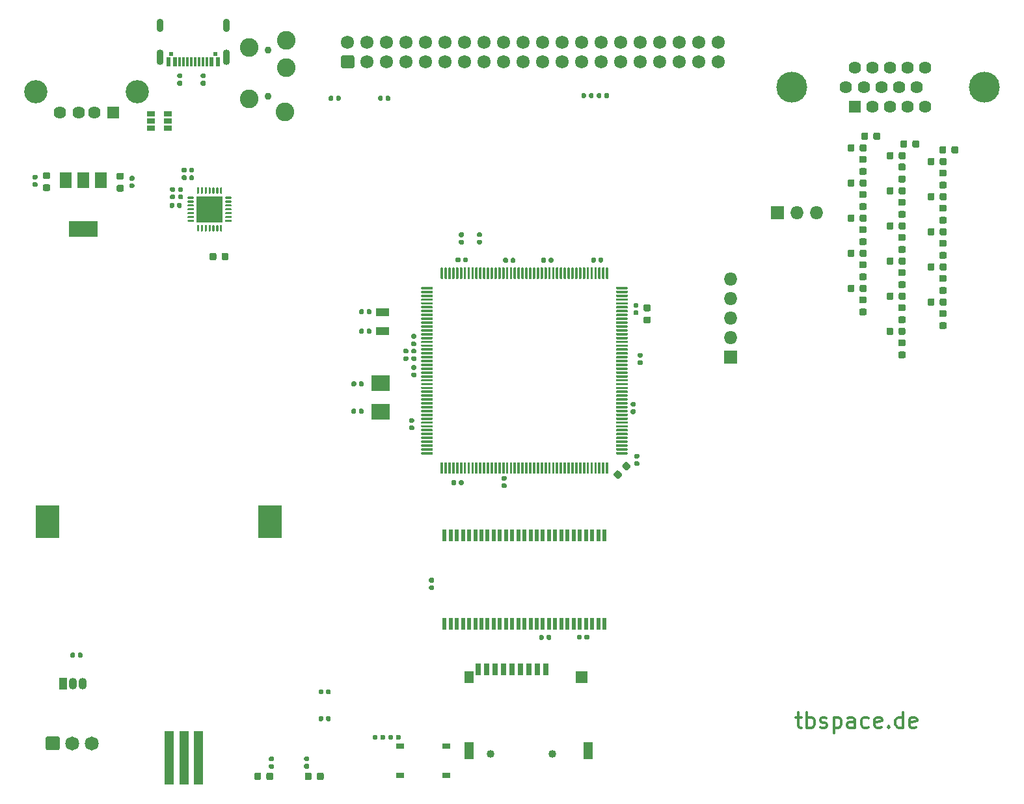
<source format=gts>
%TF.GenerationSoftware,KiCad,Pcbnew,5.1.6*%
%TF.CreationDate,2020-08-24T17:36:10+02:00*%
%TF.ProjectId,CMM2-JLC,434d4d32-2d4a-44c4-932e-6b696361645f,D*%
%TF.SameCoordinates,Original*%
%TF.FileFunction,Soldermask,Top*%
%TF.FilePolarity,Negative*%
%FSLAX46Y46*%
G04 Gerber Fmt 4.6, Leading zero omitted, Abs format (unit mm)*
G04 Created by KiCad (PCBNEW 5.1.6) date 2020-08-24 17:36:10*
%MOMM*%
%LPD*%
G01*
G04 APERTURE LIST*
%ADD10C,0.375000*%
%ADD11R,1.290000X7.020000*%
%ADD12C,1.620000*%
%ADD13C,4.020000*%
%ADD14R,1.620000X1.620000*%
%ADD15R,0.620000X1.180000*%
%ADD16C,0.620000*%
%ADD17R,0.320000X1.180000*%
%ADD18O,0.920000X1.720000*%
%ADD19O,0.920000X2.020000*%
%ADD20C,1.720000*%
%ADD21R,3.020000X4.220000*%
%ADD22R,0.478000X1.530000*%
%ADD23R,1.080000X0.670000*%
%ADD24R,2.420000X2.020000*%
%ADD25R,1.820000X1.020000*%
%ADD26C,1.820000*%
%ADD27R,1.520000X2.020000*%
%ADD28R,3.820000X2.020000*%
%ADD29R,1.070000X1.520000*%
%ADD30O,1.070000X1.520000*%
%ADD31R,3.370000X3.370000*%
%ADD32R,1.020000X0.770000*%
%ADD33O,1.720000X1.720000*%
%ADD34R,1.720000X1.720000*%
%ADD35C,1.020000*%
%ADD36R,0.720000X1.620000*%
%ADD37R,1.220000X2.220000*%
%ADD38R,1.220000X1.520000*%
%ADD39R,1.620000X1.520000*%
%ADD40C,3.020000*%
%ADD41C,2.420000*%
%ADD42C,0.920000*%
G04 APERTURE END LIST*
D10*
X121317142Y-112214571D02*
X122091238Y-112214571D01*
X121607428Y-111537238D02*
X121607428Y-113278952D01*
X121704190Y-113472476D01*
X121897714Y-113569238D01*
X122091238Y-113569238D01*
X122768571Y-113569238D02*
X122768571Y-111537238D01*
X122768571Y-112311333D02*
X122962095Y-112214571D01*
X123349142Y-112214571D01*
X123542666Y-112311333D01*
X123639428Y-112408095D01*
X123736190Y-112601619D01*
X123736190Y-113182190D01*
X123639428Y-113375714D01*
X123542666Y-113472476D01*
X123349142Y-113569238D01*
X122962095Y-113569238D01*
X122768571Y-113472476D01*
X124510285Y-113472476D02*
X124703809Y-113569238D01*
X125090857Y-113569238D01*
X125284380Y-113472476D01*
X125381142Y-113278952D01*
X125381142Y-113182190D01*
X125284380Y-112988666D01*
X125090857Y-112891904D01*
X124800571Y-112891904D01*
X124607047Y-112795142D01*
X124510285Y-112601619D01*
X124510285Y-112504857D01*
X124607047Y-112311333D01*
X124800571Y-112214571D01*
X125090857Y-112214571D01*
X125284380Y-112311333D01*
X126252000Y-112214571D02*
X126252000Y-114246571D01*
X126252000Y-112311333D02*
X126445523Y-112214571D01*
X126832571Y-112214571D01*
X127026095Y-112311333D01*
X127122857Y-112408095D01*
X127219619Y-112601619D01*
X127219619Y-113182190D01*
X127122857Y-113375714D01*
X127026095Y-113472476D01*
X126832571Y-113569238D01*
X126445523Y-113569238D01*
X126252000Y-113472476D01*
X128961333Y-113569238D02*
X128961333Y-112504857D01*
X128864571Y-112311333D01*
X128671047Y-112214571D01*
X128284000Y-112214571D01*
X128090476Y-112311333D01*
X128961333Y-113472476D02*
X128767809Y-113569238D01*
X128284000Y-113569238D01*
X128090476Y-113472476D01*
X127993714Y-113278952D01*
X127993714Y-113085428D01*
X128090476Y-112891904D01*
X128284000Y-112795142D01*
X128767809Y-112795142D01*
X128961333Y-112698380D01*
X130799809Y-113472476D02*
X130606285Y-113569238D01*
X130219238Y-113569238D01*
X130025714Y-113472476D01*
X129928952Y-113375714D01*
X129832190Y-113182190D01*
X129832190Y-112601619D01*
X129928952Y-112408095D01*
X130025714Y-112311333D01*
X130219238Y-112214571D01*
X130606285Y-112214571D01*
X130799809Y-112311333D01*
X132444761Y-113472476D02*
X132251238Y-113569238D01*
X131864190Y-113569238D01*
X131670666Y-113472476D01*
X131573904Y-113278952D01*
X131573904Y-112504857D01*
X131670666Y-112311333D01*
X131864190Y-112214571D01*
X132251238Y-112214571D01*
X132444761Y-112311333D01*
X132541523Y-112504857D01*
X132541523Y-112698380D01*
X131573904Y-112891904D01*
X133412380Y-113375714D02*
X133509142Y-113472476D01*
X133412380Y-113569238D01*
X133315619Y-113472476D01*
X133412380Y-113375714D01*
X133412380Y-113569238D01*
X135250857Y-113569238D02*
X135250857Y-111537238D01*
X135250857Y-113472476D02*
X135057333Y-113569238D01*
X134670285Y-113569238D01*
X134476761Y-113472476D01*
X134380000Y-113375714D01*
X134283238Y-113182190D01*
X134283238Y-112601619D01*
X134380000Y-112408095D01*
X134476761Y-112311333D01*
X134670285Y-112214571D01*
X135057333Y-112214571D01*
X135250857Y-112311333D01*
X136992571Y-113472476D02*
X136799047Y-113569238D01*
X136412000Y-113569238D01*
X136218476Y-113472476D01*
X136121714Y-113278952D01*
X136121714Y-112504857D01*
X136218476Y-112311333D01*
X136412000Y-112214571D01*
X136799047Y-112214571D01*
X136992571Y-112311333D01*
X137089333Y-112504857D01*
X137089333Y-112698380D01*
X136121714Y-112891904D01*
D11*
%TO.C,J1*%
X41700000Y-117500000D03*
X39800000Y-117500000D03*
X43600000Y-117500000D03*
%TD*%
D12*
%TO.C,J2*%
X132435000Y-30210000D03*
X133580000Y-27670000D03*
X135870000Y-27670000D03*
X138160000Y-27670000D03*
X134725000Y-30210000D03*
D13*
X145815000Y-30210000D03*
X120815000Y-30210000D03*
D12*
X137015000Y-30210000D03*
X129000000Y-27670000D03*
X131290000Y-27670000D03*
X135870000Y-32750000D03*
X133580000Y-32750000D03*
X131290000Y-32750000D03*
X130145000Y-30210000D03*
D14*
X129000000Y-32750000D03*
D12*
X127855000Y-30210000D03*
X138160000Y-32750000D03*
%TD*%
D15*
%TO.C,J4*%
X39700000Y-26910000D03*
X40500000Y-26910000D03*
X39700000Y-26910000D03*
X40500000Y-26910000D03*
X46100000Y-26910000D03*
X46100000Y-26910000D03*
X45300000Y-26910000D03*
X45300000Y-26910000D03*
D16*
X45790000Y-25850000D03*
X40010000Y-25850000D03*
D17*
X41150000Y-26910000D03*
X42150000Y-26910000D03*
X41650000Y-26910000D03*
X44150000Y-26910000D03*
X44650000Y-26910000D03*
X42650000Y-26910000D03*
X43150000Y-26910000D03*
X43650000Y-26910000D03*
D18*
X38580000Y-22160000D03*
X47220000Y-22160000D03*
D19*
X38580000Y-26330000D03*
X47220000Y-26330000D03*
%TD*%
D20*
%TO.C,J3*%
X111260000Y-24360000D03*
X108720000Y-24360000D03*
X106180000Y-24360000D03*
X103640000Y-24360000D03*
X101100000Y-24360000D03*
X98560000Y-24360000D03*
X96020000Y-24360000D03*
X93480000Y-24360000D03*
X90940000Y-24360000D03*
X88400000Y-24360000D03*
X85860000Y-24360000D03*
X83320000Y-24360000D03*
X80780000Y-24360000D03*
X78240000Y-24360000D03*
X75700000Y-24360000D03*
X73160000Y-24360000D03*
X70620000Y-24360000D03*
X68080000Y-24360000D03*
X65540000Y-24360000D03*
X63000000Y-24360000D03*
X111260000Y-26900000D03*
X108720000Y-26900000D03*
X106180000Y-26900000D03*
X103640000Y-26900000D03*
X101100000Y-26900000D03*
X98560000Y-26900000D03*
X96020000Y-26900000D03*
X93480000Y-26900000D03*
X90940000Y-26900000D03*
X88400000Y-26900000D03*
X85860000Y-26900000D03*
X83320000Y-26900000D03*
X80780000Y-26900000D03*
X78240000Y-26900000D03*
X75700000Y-26900000D03*
X73160000Y-26900000D03*
X70620000Y-26900000D03*
X68080000Y-26900000D03*
X65540000Y-26900000D03*
G36*
G01*
X63607059Y-27760000D02*
X62392941Y-27760000D01*
G75*
G02*
X62140000Y-27507059I0J252941D01*
G01*
X62140000Y-26292941D01*
G75*
G02*
X62392941Y-26040000I252941J0D01*
G01*
X63607059Y-26040000D01*
G75*
G02*
X63860000Y-26292941I0J-252941D01*
G01*
X63860000Y-27507059D01*
G75*
G02*
X63607059Y-27760000I-252941J0D01*
G01*
G37*
%TD*%
%TO.C,C37*%
G36*
G01*
X95643500Y-52869800D02*
X95643500Y-52514800D01*
G75*
G02*
X95796000Y-52362300I152500J0D01*
G01*
X96101000Y-52362300D01*
G75*
G02*
X96253500Y-52514800I0J-152500D01*
G01*
X96253500Y-52869800D01*
G75*
G02*
X96101000Y-53022300I-152500J0D01*
G01*
X95796000Y-53022300D01*
G75*
G02*
X95643500Y-52869800I0J152500D01*
G01*
G37*
G36*
G01*
X94673500Y-52869800D02*
X94673500Y-52514800D01*
G75*
G02*
X94826000Y-52362300I152500J0D01*
G01*
X95131000Y-52362300D01*
G75*
G02*
X95283500Y-52514800I0J-152500D01*
G01*
X95283500Y-52869800D01*
G75*
G02*
X95131000Y-53022300I-152500J0D01*
G01*
X94826000Y-53022300D01*
G75*
G02*
X94673500Y-52869800I0J152500D01*
G01*
G37*
%TD*%
%TO.C,C36*%
G36*
G01*
X71780100Y-66990300D02*
X71425100Y-66990300D01*
G75*
G02*
X71272600Y-66837800I0J152500D01*
G01*
X71272600Y-66532800D01*
G75*
G02*
X71425100Y-66380300I152500J0D01*
G01*
X71780100Y-66380300D01*
G75*
G02*
X71932600Y-66532800I0J-152500D01*
G01*
X71932600Y-66837800D01*
G75*
G02*
X71780100Y-66990300I-152500J0D01*
G01*
G37*
G36*
G01*
X71780100Y-67960300D02*
X71425100Y-67960300D01*
G75*
G02*
X71272600Y-67807800I0J152500D01*
G01*
X71272600Y-67502800D01*
G75*
G02*
X71425100Y-67350300I152500J0D01*
G01*
X71780100Y-67350300D01*
G75*
G02*
X71932600Y-67502800I0J-152500D01*
G01*
X71932600Y-67807800D01*
G75*
G02*
X71780100Y-67960300I-152500J0D01*
G01*
G37*
%TD*%
%TO.C,C35*%
G36*
G01*
X99974700Y-72140600D02*
X100329700Y-72140600D01*
G75*
G02*
X100482200Y-72293100I0J-152500D01*
G01*
X100482200Y-72598100D01*
G75*
G02*
X100329700Y-72750600I-152500J0D01*
G01*
X99974700Y-72750600D01*
G75*
G02*
X99822200Y-72598100I0J152500D01*
G01*
X99822200Y-72293100D01*
G75*
G02*
X99974700Y-72140600I152500J0D01*
G01*
G37*
G36*
G01*
X99974700Y-71170600D02*
X100329700Y-71170600D01*
G75*
G02*
X100482200Y-71323100I0J-152500D01*
G01*
X100482200Y-71628100D01*
G75*
G02*
X100329700Y-71780600I-152500J0D01*
G01*
X99974700Y-71780600D01*
G75*
G02*
X99822200Y-71628100I0J152500D01*
G01*
X99822200Y-71323100D01*
G75*
G02*
X99974700Y-71170600I152500J0D01*
G01*
G37*
%TD*%
%TO.C,C34*%
G36*
G01*
X78018300Y-52857100D02*
X78018300Y-52502100D01*
G75*
G02*
X78170800Y-52349600I152500J0D01*
G01*
X78475800Y-52349600D01*
G75*
G02*
X78628300Y-52502100I0J-152500D01*
G01*
X78628300Y-52857100D01*
G75*
G02*
X78475800Y-53009600I-152500J0D01*
G01*
X78170800Y-53009600D01*
G75*
G02*
X78018300Y-52857100I0J152500D01*
G01*
G37*
G36*
G01*
X77048300Y-52857100D02*
X77048300Y-52502100D01*
G75*
G02*
X77200800Y-52349600I152500J0D01*
G01*
X77505800Y-52349600D01*
G75*
G02*
X77658300Y-52502100I0J-152500D01*
G01*
X77658300Y-52857100D01*
G75*
G02*
X77505800Y-53009600I-152500J0D01*
G01*
X77200800Y-53009600D01*
G75*
G02*
X77048300Y-52857100I0J152500D01*
G01*
G37*
%TD*%
%TO.C,C33*%
G36*
G01*
X100431900Y-78894600D02*
X100786900Y-78894600D01*
G75*
G02*
X100939400Y-79047100I0J-152500D01*
G01*
X100939400Y-79352100D01*
G75*
G02*
X100786900Y-79504600I-152500J0D01*
G01*
X100431900Y-79504600D01*
G75*
G02*
X100279400Y-79352100I0J152500D01*
G01*
X100279400Y-79047100D01*
G75*
G02*
X100431900Y-78894600I152500J0D01*
G01*
G37*
G36*
G01*
X100431900Y-77924600D02*
X100786900Y-77924600D01*
G75*
G02*
X100939400Y-78077100I0J-152500D01*
G01*
X100939400Y-78382100D01*
G75*
G02*
X100786900Y-78534600I-152500J0D01*
G01*
X100431900Y-78534600D01*
G75*
G02*
X100279400Y-78382100I0J152500D01*
G01*
X100279400Y-78077100D01*
G75*
G02*
X100431900Y-77924600I152500J0D01*
G01*
G37*
%TD*%
%TO.C,C32*%
G36*
G01*
X84203200Y-52920600D02*
X84203200Y-52565600D01*
G75*
G02*
X84355700Y-52413100I152500J0D01*
G01*
X84660700Y-52413100D01*
G75*
G02*
X84813200Y-52565600I0J-152500D01*
G01*
X84813200Y-52920600D01*
G75*
G02*
X84660700Y-53073100I-152500J0D01*
G01*
X84355700Y-53073100D01*
G75*
G02*
X84203200Y-52920600I0J152500D01*
G01*
G37*
G36*
G01*
X83233200Y-52920600D02*
X83233200Y-52565600D01*
G75*
G02*
X83385700Y-52413100I152500J0D01*
G01*
X83690700Y-52413100D01*
G75*
G02*
X83843200Y-52565600I0J-152500D01*
G01*
X83843200Y-52920600D01*
G75*
G02*
X83690700Y-53073100I-152500J0D01*
G01*
X83385700Y-53073100D01*
G75*
G02*
X83233200Y-52920600I0J152500D01*
G01*
G37*
%TD*%
%TO.C,C30*%
G36*
G01*
X77472200Y-81851200D02*
X77472200Y-81496200D01*
G75*
G02*
X77624700Y-81343700I152500J0D01*
G01*
X77929700Y-81343700D01*
G75*
G02*
X78082200Y-81496200I0J-152500D01*
G01*
X78082200Y-81851200D01*
G75*
G02*
X77929700Y-82003700I-152500J0D01*
G01*
X77624700Y-82003700D01*
G75*
G02*
X77472200Y-81851200I0J152500D01*
G01*
G37*
G36*
G01*
X76502200Y-81851200D02*
X76502200Y-81496200D01*
G75*
G02*
X76654700Y-81343700I152500J0D01*
G01*
X76959700Y-81343700D01*
G75*
G02*
X77112200Y-81496200I0J-152500D01*
G01*
X77112200Y-81851200D01*
G75*
G02*
X76959700Y-82003700I-152500J0D01*
G01*
X76654700Y-82003700D01*
G75*
G02*
X76502200Y-81851200I0J152500D01*
G01*
G37*
%TD*%
%TO.C,C29*%
G36*
G01*
X100876400Y-65762800D02*
X101231400Y-65762800D01*
G75*
G02*
X101383900Y-65915300I0J-152500D01*
G01*
X101383900Y-66220300D01*
G75*
G02*
X101231400Y-66372800I-152500J0D01*
G01*
X100876400Y-66372800D01*
G75*
G02*
X100723900Y-66220300I0J152500D01*
G01*
X100723900Y-65915300D01*
G75*
G02*
X100876400Y-65762800I152500J0D01*
G01*
G37*
G36*
G01*
X100876400Y-64792800D02*
X101231400Y-64792800D01*
G75*
G02*
X101383900Y-64945300I0J-152500D01*
G01*
X101383900Y-65250300D01*
G75*
G02*
X101231400Y-65402800I-152500J0D01*
G01*
X100876400Y-65402800D01*
G75*
G02*
X100723900Y-65250300I0J152500D01*
G01*
X100723900Y-64945300D01*
G75*
G02*
X100876400Y-64792800I152500J0D01*
G01*
G37*
%TD*%
%TO.C,C28*%
G36*
G01*
X83514900Y-81419900D02*
X83159900Y-81419900D01*
G75*
G02*
X83007400Y-81267400I0J152500D01*
G01*
X83007400Y-80962400D01*
G75*
G02*
X83159900Y-80809900I152500J0D01*
G01*
X83514900Y-80809900D01*
G75*
G02*
X83667400Y-80962400I0J-152500D01*
G01*
X83667400Y-81267400D01*
G75*
G02*
X83514900Y-81419900I-152500J0D01*
G01*
G37*
G36*
G01*
X83514900Y-82389900D02*
X83159900Y-82389900D01*
G75*
G02*
X83007400Y-82237400I0J152500D01*
G01*
X83007400Y-81932400D01*
G75*
G02*
X83159900Y-81779900I152500J0D01*
G01*
X83514900Y-81779900D01*
G75*
G02*
X83667400Y-81932400I0J-152500D01*
G01*
X83667400Y-82237400D01*
G75*
G02*
X83514900Y-82389900I-152500J0D01*
G01*
G37*
%TD*%
%TO.C,C27*%
G36*
G01*
X71133000Y-74246400D02*
X71488000Y-74246400D01*
G75*
G02*
X71640500Y-74398900I0J-152500D01*
G01*
X71640500Y-74703900D01*
G75*
G02*
X71488000Y-74856400I-152500J0D01*
G01*
X71133000Y-74856400D01*
G75*
G02*
X70980500Y-74703900I0J152500D01*
G01*
X70980500Y-74398900D01*
G75*
G02*
X71133000Y-74246400I152500J0D01*
G01*
G37*
G36*
G01*
X71133000Y-73276400D02*
X71488000Y-73276400D01*
G75*
G02*
X71640500Y-73428900I0J-152500D01*
G01*
X71640500Y-73733900D01*
G75*
G02*
X71488000Y-73886400I-152500J0D01*
G01*
X71133000Y-73886400D01*
G75*
G02*
X70980500Y-73733900I0J152500D01*
G01*
X70980500Y-73428900D01*
G75*
G02*
X71133000Y-73276400I152500J0D01*
G01*
G37*
%TD*%
%TO.C,C26*%
G36*
G01*
X100330300Y-59260400D02*
X100685300Y-59260400D01*
G75*
G02*
X100837800Y-59412900I0J-152500D01*
G01*
X100837800Y-59717900D01*
G75*
G02*
X100685300Y-59870400I-152500J0D01*
G01*
X100330300Y-59870400D01*
G75*
G02*
X100177800Y-59717900I0J152500D01*
G01*
X100177800Y-59412900D01*
G75*
G02*
X100330300Y-59260400I152500J0D01*
G01*
G37*
G36*
G01*
X100330300Y-58290400D02*
X100685300Y-58290400D01*
G75*
G02*
X100837800Y-58442900I0J-152500D01*
G01*
X100837800Y-58747900D01*
G75*
G02*
X100685300Y-58900400I-152500J0D01*
G01*
X100330300Y-58900400D01*
G75*
G02*
X100177800Y-58747900I0J152500D01*
G01*
X100177800Y-58442900D01*
G75*
G02*
X100330300Y-58290400I152500J0D01*
G01*
G37*
%TD*%
%TO.C,C25*%
G36*
G01*
X71754700Y-62939000D02*
X71399700Y-62939000D01*
G75*
G02*
X71247200Y-62786500I0J152500D01*
G01*
X71247200Y-62481500D01*
G75*
G02*
X71399700Y-62329000I152500J0D01*
G01*
X71754700Y-62329000D01*
G75*
G02*
X71907200Y-62481500I0J-152500D01*
G01*
X71907200Y-62786500D01*
G75*
G02*
X71754700Y-62939000I-152500J0D01*
G01*
G37*
G36*
G01*
X71754700Y-63909000D02*
X71399700Y-63909000D01*
G75*
G02*
X71247200Y-63756500I0J152500D01*
G01*
X71247200Y-63451500D01*
G75*
G02*
X71399700Y-63299000I152500J0D01*
G01*
X71754700Y-63299000D01*
G75*
G02*
X71907200Y-63451500I0J-152500D01*
G01*
X71907200Y-63756500D01*
G75*
G02*
X71754700Y-63909000I-152500J0D01*
G01*
G37*
%TD*%
%TO.C,C24*%
G36*
G01*
X89156200Y-52907900D02*
X89156200Y-52552900D01*
G75*
G02*
X89308700Y-52400400I152500J0D01*
G01*
X89613700Y-52400400D01*
G75*
G02*
X89766200Y-52552900I0J-152500D01*
G01*
X89766200Y-52907900D01*
G75*
G02*
X89613700Y-53060400I-152500J0D01*
G01*
X89308700Y-53060400D01*
G75*
G02*
X89156200Y-52907900I0J152500D01*
G01*
G37*
G36*
G01*
X88186200Y-52907900D02*
X88186200Y-52552900D01*
G75*
G02*
X88338700Y-52400400I152500J0D01*
G01*
X88643700Y-52400400D01*
G75*
G02*
X88796200Y-52552900I0J-152500D01*
G01*
X88796200Y-52907900D01*
G75*
G02*
X88643700Y-53060400I-152500J0D01*
G01*
X88338700Y-53060400D01*
G75*
G02*
X88186200Y-52907900I0J152500D01*
G01*
G37*
%TD*%
D21*
%TO.C,BT1*%
X52900000Y-86800000D03*
X23900000Y-86800000D03*
%TD*%
D22*
%TO.C,U2*%
X96400000Y-100050000D03*
X95600000Y-100050000D03*
X94800000Y-100050000D03*
X94000000Y-100050000D03*
X93200000Y-100050000D03*
X92400000Y-100050000D03*
X91600000Y-100050000D03*
X90800000Y-100050000D03*
X90000000Y-100050000D03*
X89200000Y-100050000D03*
X88400000Y-100050000D03*
X87600000Y-100050000D03*
X86800000Y-100050000D03*
X86000000Y-100050000D03*
X85200000Y-100050000D03*
X84400000Y-100050000D03*
X83600000Y-100050000D03*
X82800000Y-100050000D03*
X82000000Y-100050000D03*
X81200000Y-100050000D03*
X80400000Y-100050000D03*
X79600000Y-100050000D03*
X78800000Y-100050000D03*
X78000000Y-100050000D03*
X77200000Y-100050000D03*
X76400000Y-100050000D03*
X75600000Y-100050000D03*
X75600000Y-88550000D03*
X76400000Y-88550000D03*
X77200000Y-88550000D03*
X78000000Y-88550000D03*
X78800000Y-88550000D03*
X79600000Y-88550000D03*
X80400000Y-88550000D03*
X81200000Y-88550000D03*
X82000000Y-88550000D03*
X82800000Y-88550000D03*
X83600000Y-88550000D03*
X84400000Y-88550000D03*
X85200000Y-88550000D03*
X86000000Y-88550000D03*
X86800000Y-88550000D03*
X87600000Y-88550000D03*
X88400000Y-88550000D03*
X89200000Y-88550000D03*
X90000000Y-88550000D03*
X90800000Y-88550000D03*
X91600000Y-88550000D03*
X92400000Y-88550000D03*
X93200000Y-88550000D03*
X94000000Y-88550000D03*
X94800000Y-88550000D03*
X95600000Y-88550000D03*
X96400000Y-88550000D03*
%TD*%
D23*
%TO.C,U3*%
X37400000Y-34600000D03*
X37400000Y-35550000D03*
X37400000Y-33650000D03*
X39600000Y-33650000D03*
X39600000Y-34600000D03*
X39600000Y-35550000D03*
%TD*%
D24*
%TO.C,Y2*%
X67310000Y-72462000D03*
X67310000Y-68762000D03*
%TD*%
D25*
%TO.C,Y1*%
X67564000Y-61956000D03*
X67564000Y-59456000D03*
%TD*%
D26*
%TO.C,U7*%
X29680000Y-115600000D03*
X27140000Y-115600000D03*
G36*
G01*
X23690000Y-116258840D02*
X23690000Y-114941160D01*
G75*
G02*
X23941160Y-114690000I251160J0D01*
G01*
X25258840Y-114690000D01*
G75*
G02*
X25510000Y-114941160I0J-251160D01*
G01*
X25510000Y-116258840D01*
G75*
G02*
X25258840Y-116510000I-251160J0D01*
G01*
X23941160Y-116510000D01*
G75*
G02*
X23690000Y-116258840I0J251160D01*
G01*
G37*
%TD*%
D27*
%TO.C,U6*%
X30860600Y-42319200D03*
X26260600Y-42319200D03*
X28560600Y-42319200D03*
D28*
X28560600Y-48619200D03*
%TD*%
D29*
%TO.C,U5*%
X25930000Y-107800000D03*
D30*
X28470000Y-107800000D03*
X27200000Y-107800000D03*
%TD*%
D31*
%TO.C,U4*%
X45021500Y-46101000D03*
G36*
G01*
X47129000Y-44466000D02*
X47814000Y-44466000D01*
G75*
G02*
X47881500Y-44533500I0J-67500D01*
G01*
X47881500Y-44668500D01*
G75*
G02*
X47814000Y-44736000I-67500J0D01*
G01*
X47129000Y-44736000D01*
G75*
G02*
X47061500Y-44668500I0J67500D01*
G01*
X47061500Y-44533500D01*
G75*
G02*
X47129000Y-44466000I67500J0D01*
G01*
G37*
G36*
G01*
X47129000Y-44966000D02*
X47814000Y-44966000D01*
G75*
G02*
X47881500Y-45033500I0J-67500D01*
G01*
X47881500Y-45168500D01*
G75*
G02*
X47814000Y-45236000I-67500J0D01*
G01*
X47129000Y-45236000D01*
G75*
G02*
X47061500Y-45168500I0J67500D01*
G01*
X47061500Y-45033500D01*
G75*
G02*
X47129000Y-44966000I67500J0D01*
G01*
G37*
G36*
G01*
X47129000Y-45466000D02*
X47814000Y-45466000D01*
G75*
G02*
X47881500Y-45533500I0J-67500D01*
G01*
X47881500Y-45668500D01*
G75*
G02*
X47814000Y-45736000I-67500J0D01*
G01*
X47129000Y-45736000D01*
G75*
G02*
X47061500Y-45668500I0J67500D01*
G01*
X47061500Y-45533500D01*
G75*
G02*
X47129000Y-45466000I67500J0D01*
G01*
G37*
G36*
G01*
X47129000Y-45966000D02*
X47814000Y-45966000D01*
G75*
G02*
X47881500Y-46033500I0J-67500D01*
G01*
X47881500Y-46168500D01*
G75*
G02*
X47814000Y-46236000I-67500J0D01*
G01*
X47129000Y-46236000D01*
G75*
G02*
X47061500Y-46168500I0J67500D01*
G01*
X47061500Y-46033500D01*
G75*
G02*
X47129000Y-45966000I67500J0D01*
G01*
G37*
G36*
G01*
X47129000Y-46466000D02*
X47814000Y-46466000D01*
G75*
G02*
X47881500Y-46533500I0J-67500D01*
G01*
X47881500Y-46668500D01*
G75*
G02*
X47814000Y-46736000I-67500J0D01*
G01*
X47129000Y-46736000D01*
G75*
G02*
X47061500Y-46668500I0J67500D01*
G01*
X47061500Y-46533500D01*
G75*
G02*
X47129000Y-46466000I67500J0D01*
G01*
G37*
G36*
G01*
X47129000Y-46966000D02*
X47814000Y-46966000D01*
G75*
G02*
X47881500Y-47033500I0J-67500D01*
G01*
X47881500Y-47168500D01*
G75*
G02*
X47814000Y-47236000I-67500J0D01*
G01*
X47129000Y-47236000D01*
G75*
G02*
X47061500Y-47168500I0J67500D01*
G01*
X47061500Y-47033500D01*
G75*
G02*
X47129000Y-46966000I67500J0D01*
G01*
G37*
G36*
G01*
X47129000Y-47466000D02*
X47814000Y-47466000D01*
G75*
G02*
X47881500Y-47533500I0J-67500D01*
G01*
X47881500Y-47668500D01*
G75*
G02*
X47814000Y-47736000I-67500J0D01*
G01*
X47129000Y-47736000D01*
G75*
G02*
X47061500Y-47668500I0J67500D01*
G01*
X47061500Y-47533500D01*
G75*
G02*
X47129000Y-47466000I67500J0D01*
G01*
G37*
G36*
G01*
X46454000Y-48141000D02*
X46589000Y-48141000D01*
G75*
G02*
X46656500Y-48208500I0J-67500D01*
G01*
X46656500Y-48893500D01*
G75*
G02*
X46589000Y-48961000I-67500J0D01*
G01*
X46454000Y-48961000D01*
G75*
G02*
X46386500Y-48893500I0J67500D01*
G01*
X46386500Y-48208500D01*
G75*
G02*
X46454000Y-48141000I67500J0D01*
G01*
G37*
G36*
G01*
X45954000Y-48141000D02*
X46089000Y-48141000D01*
G75*
G02*
X46156500Y-48208500I0J-67500D01*
G01*
X46156500Y-48893500D01*
G75*
G02*
X46089000Y-48961000I-67500J0D01*
G01*
X45954000Y-48961000D01*
G75*
G02*
X45886500Y-48893500I0J67500D01*
G01*
X45886500Y-48208500D01*
G75*
G02*
X45954000Y-48141000I67500J0D01*
G01*
G37*
G36*
G01*
X45454000Y-48141000D02*
X45589000Y-48141000D01*
G75*
G02*
X45656500Y-48208500I0J-67500D01*
G01*
X45656500Y-48893500D01*
G75*
G02*
X45589000Y-48961000I-67500J0D01*
G01*
X45454000Y-48961000D01*
G75*
G02*
X45386500Y-48893500I0J67500D01*
G01*
X45386500Y-48208500D01*
G75*
G02*
X45454000Y-48141000I67500J0D01*
G01*
G37*
G36*
G01*
X44954000Y-48141000D02*
X45089000Y-48141000D01*
G75*
G02*
X45156500Y-48208500I0J-67500D01*
G01*
X45156500Y-48893500D01*
G75*
G02*
X45089000Y-48961000I-67500J0D01*
G01*
X44954000Y-48961000D01*
G75*
G02*
X44886500Y-48893500I0J67500D01*
G01*
X44886500Y-48208500D01*
G75*
G02*
X44954000Y-48141000I67500J0D01*
G01*
G37*
G36*
G01*
X44454000Y-48141000D02*
X44589000Y-48141000D01*
G75*
G02*
X44656500Y-48208500I0J-67500D01*
G01*
X44656500Y-48893500D01*
G75*
G02*
X44589000Y-48961000I-67500J0D01*
G01*
X44454000Y-48961000D01*
G75*
G02*
X44386500Y-48893500I0J67500D01*
G01*
X44386500Y-48208500D01*
G75*
G02*
X44454000Y-48141000I67500J0D01*
G01*
G37*
G36*
G01*
X43954000Y-48141000D02*
X44089000Y-48141000D01*
G75*
G02*
X44156500Y-48208500I0J-67500D01*
G01*
X44156500Y-48893500D01*
G75*
G02*
X44089000Y-48961000I-67500J0D01*
G01*
X43954000Y-48961000D01*
G75*
G02*
X43886500Y-48893500I0J67500D01*
G01*
X43886500Y-48208500D01*
G75*
G02*
X43954000Y-48141000I67500J0D01*
G01*
G37*
G36*
G01*
X43454000Y-48141000D02*
X43589000Y-48141000D01*
G75*
G02*
X43656500Y-48208500I0J-67500D01*
G01*
X43656500Y-48893500D01*
G75*
G02*
X43589000Y-48961000I-67500J0D01*
G01*
X43454000Y-48961000D01*
G75*
G02*
X43386500Y-48893500I0J67500D01*
G01*
X43386500Y-48208500D01*
G75*
G02*
X43454000Y-48141000I67500J0D01*
G01*
G37*
G36*
G01*
X42229000Y-47466000D02*
X42914000Y-47466000D01*
G75*
G02*
X42981500Y-47533500I0J-67500D01*
G01*
X42981500Y-47668500D01*
G75*
G02*
X42914000Y-47736000I-67500J0D01*
G01*
X42229000Y-47736000D01*
G75*
G02*
X42161500Y-47668500I0J67500D01*
G01*
X42161500Y-47533500D01*
G75*
G02*
X42229000Y-47466000I67500J0D01*
G01*
G37*
G36*
G01*
X42229000Y-46966000D02*
X42914000Y-46966000D01*
G75*
G02*
X42981500Y-47033500I0J-67500D01*
G01*
X42981500Y-47168500D01*
G75*
G02*
X42914000Y-47236000I-67500J0D01*
G01*
X42229000Y-47236000D01*
G75*
G02*
X42161500Y-47168500I0J67500D01*
G01*
X42161500Y-47033500D01*
G75*
G02*
X42229000Y-46966000I67500J0D01*
G01*
G37*
G36*
G01*
X42229000Y-46466000D02*
X42914000Y-46466000D01*
G75*
G02*
X42981500Y-46533500I0J-67500D01*
G01*
X42981500Y-46668500D01*
G75*
G02*
X42914000Y-46736000I-67500J0D01*
G01*
X42229000Y-46736000D01*
G75*
G02*
X42161500Y-46668500I0J67500D01*
G01*
X42161500Y-46533500D01*
G75*
G02*
X42229000Y-46466000I67500J0D01*
G01*
G37*
G36*
G01*
X42229000Y-45966000D02*
X42914000Y-45966000D01*
G75*
G02*
X42981500Y-46033500I0J-67500D01*
G01*
X42981500Y-46168500D01*
G75*
G02*
X42914000Y-46236000I-67500J0D01*
G01*
X42229000Y-46236000D01*
G75*
G02*
X42161500Y-46168500I0J67500D01*
G01*
X42161500Y-46033500D01*
G75*
G02*
X42229000Y-45966000I67500J0D01*
G01*
G37*
G36*
G01*
X42229000Y-45466000D02*
X42914000Y-45466000D01*
G75*
G02*
X42981500Y-45533500I0J-67500D01*
G01*
X42981500Y-45668500D01*
G75*
G02*
X42914000Y-45736000I-67500J0D01*
G01*
X42229000Y-45736000D01*
G75*
G02*
X42161500Y-45668500I0J67500D01*
G01*
X42161500Y-45533500D01*
G75*
G02*
X42229000Y-45466000I67500J0D01*
G01*
G37*
G36*
G01*
X42229000Y-44966000D02*
X42914000Y-44966000D01*
G75*
G02*
X42981500Y-45033500I0J-67500D01*
G01*
X42981500Y-45168500D01*
G75*
G02*
X42914000Y-45236000I-67500J0D01*
G01*
X42229000Y-45236000D01*
G75*
G02*
X42161500Y-45168500I0J67500D01*
G01*
X42161500Y-45033500D01*
G75*
G02*
X42229000Y-44966000I67500J0D01*
G01*
G37*
G36*
G01*
X42229000Y-44466000D02*
X42914000Y-44466000D01*
G75*
G02*
X42981500Y-44533500I0J-67500D01*
G01*
X42981500Y-44668500D01*
G75*
G02*
X42914000Y-44736000I-67500J0D01*
G01*
X42229000Y-44736000D01*
G75*
G02*
X42161500Y-44668500I0J67500D01*
G01*
X42161500Y-44533500D01*
G75*
G02*
X42229000Y-44466000I67500J0D01*
G01*
G37*
G36*
G01*
X43454000Y-43241000D02*
X43589000Y-43241000D01*
G75*
G02*
X43656500Y-43308500I0J-67500D01*
G01*
X43656500Y-43993500D01*
G75*
G02*
X43589000Y-44061000I-67500J0D01*
G01*
X43454000Y-44061000D01*
G75*
G02*
X43386500Y-43993500I0J67500D01*
G01*
X43386500Y-43308500D01*
G75*
G02*
X43454000Y-43241000I67500J0D01*
G01*
G37*
G36*
G01*
X43954000Y-43241000D02*
X44089000Y-43241000D01*
G75*
G02*
X44156500Y-43308500I0J-67500D01*
G01*
X44156500Y-43993500D01*
G75*
G02*
X44089000Y-44061000I-67500J0D01*
G01*
X43954000Y-44061000D01*
G75*
G02*
X43886500Y-43993500I0J67500D01*
G01*
X43886500Y-43308500D01*
G75*
G02*
X43954000Y-43241000I67500J0D01*
G01*
G37*
G36*
G01*
X44454000Y-43241000D02*
X44589000Y-43241000D01*
G75*
G02*
X44656500Y-43308500I0J-67500D01*
G01*
X44656500Y-43993500D01*
G75*
G02*
X44589000Y-44061000I-67500J0D01*
G01*
X44454000Y-44061000D01*
G75*
G02*
X44386500Y-43993500I0J67500D01*
G01*
X44386500Y-43308500D01*
G75*
G02*
X44454000Y-43241000I67500J0D01*
G01*
G37*
G36*
G01*
X44954000Y-43241000D02*
X45089000Y-43241000D01*
G75*
G02*
X45156500Y-43308500I0J-67500D01*
G01*
X45156500Y-43993500D01*
G75*
G02*
X45089000Y-44061000I-67500J0D01*
G01*
X44954000Y-44061000D01*
G75*
G02*
X44886500Y-43993500I0J67500D01*
G01*
X44886500Y-43308500D01*
G75*
G02*
X44954000Y-43241000I67500J0D01*
G01*
G37*
G36*
G01*
X45454000Y-43241000D02*
X45589000Y-43241000D01*
G75*
G02*
X45656500Y-43308500I0J-67500D01*
G01*
X45656500Y-43993500D01*
G75*
G02*
X45589000Y-44061000I-67500J0D01*
G01*
X45454000Y-44061000D01*
G75*
G02*
X45386500Y-43993500I0J67500D01*
G01*
X45386500Y-43308500D01*
G75*
G02*
X45454000Y-43241000I67500J0D01*
G01*
G37*
G36*
G01*
X45954000Y-43241000D02*
X46089000Y-43241000D01*
G75*
G02*
X46156500Y-43308500I0J-67500D01*
G01*
X46156500Y-43993500D01*
G75*
G02*
X46089000Y-44061000I-67500J0D01*
G01*
X45954000Y-44061000D01*
G75*
G02*
X45886500Y-43993500I0J67500D01*
G01*
X45886500Y-43308500D01*
G75*
G02*
X45954000Y-43241000I67500J0D01*
G01*
G37*
G36*
G01*
X46454000Y-43241000D02*
X46589000Y-43241000D01*
G75*
G02*
X46656500Y-43308500I0J-67500D01*
G01*
X46656500Y-43993500D01*
G75*
G02*
X46589000Y-44061000I-67500J0D01*
G01*
X46454000Y-44061000D01*
G75*
G02*
X46386500Y-43993500I0J67500D01*
G01*
X46386500Y-43308500D01*
G75*
G02*
X46454000Y-43241000I67500J0D01*
G01*
G37*
%TD*%
D32*
%TO.C,SW1*%
X75800000Y-119747000D03*
X75800000Y-115997000D03*
X69800000Y-115997000D03*
X69800000Y-119747000D03*
%TD*%
%TO.C,R52*%
G36*
G01*
X79972500Y-50065000D02*
X80327500Y-50065000D01*
G75*
G02*
X80480000Y-50217500I0J-152500D01*
G01*
X80480000Y-50522500D01*
G75*
G02*
X80327500Y-50675000I-152500J0D01*
G01*
X79972500Y-50675000D01*
G75*
G02*
X79820000Y-50522500I0J152500D01*
G01*
X79820000Y-50217500D01*
G75*
G02*
X79972500Y-50065000I152500J0D01*
G01*
G37*
G36*
G01*
X79972500Y-49095000D02*
X80327500Y-49095000D01*
G75*
G02*
X80480000Y-49247500I0J-152500D01*
G01*
X80480000Y-49552500D01*
G75*
G02*
X80327500Y-49705000I-152500J0D01*
G01*
X79972500Y-49705000D01*
G75*
G02*
X79820000Y-49552500I0J152500D01*
G01*
X79820000Y-49247500D01*
G75*
G02*
X79972500Y-49095000I152500J0D01*
G01*
G37*
%TD*%
%TO.C,R51*%
G36*
G01*
X66876000Y-114646500D02*
X66876000Y-115001500D01*
G75*
G02*
X66723500Y-115154000I-152500J0D01*
G01*
X66418500Y-115154000D01*
G75*
G02*
X66266000Y-115001500I0J152500D01*
G01*
X66266000Y-114646500D01*
G75*
G02*
X66418500Y-114494000I152500J0D01*
G01*
X66723500Y-114494000D01*
G75*
G02*
X66876000Y-114646500I0J-152500D01*
G01*
G37*
G36*
G01*
X67846000Y-114646500D02*
X67846000Y-115001500D01*
G75*
G02*
X67693500Y-115154000I-152500J0D01*
G01*
X67388500Y-115154000D01*
G75*
G02*
X67236000Y-115001500I0J152500D01*
G01*
X67236000Y-114646500D01*
G75*
G02*
X67388500Y-114494000I152500J0D01*
G01*
X67693500Y-114494000D01*
G75*
G02*
X67846000Y-114646500I0J-152500D01*
G01*
G37*
%TD*%
%TO.C,R50*%
G36*
G01*
X46590000Y-52511250D02*
X46590000Y-51988750D01*
G75*
G02*
X46813750Y-51765000I223750J0D01*
G01*
X47261250Y-51765000D01*
G75*
G02*
X47485000Y-51988750I0J-223750D01*
G01*
X47485000Y-52511250D01*
G75*
G02*
X47261250Y-52735000I-223750J0D01*
G01*
X46813750Y-52735000D01*
G75*
G02*
X46590000Y-52511250I0J223750D01*
G01*
G37*
G36*
G01*
X45015000Y-52511250D02*
X45015000Y-51988750D01*
G75*
G02*
X45238750Y-51765000I223750J0D01*
G01*
X45686250Y-51765000D01*
G75*
G02*
X45910000Y-51988750I0J-223750D01*
G01*
X45910000Y-52511250D01*
G75*
G02*
X45686250Y-52735000I-223750J0D01*
G01*
X45238750Y-52735000D01*
G75*
G02*
X45015000Y-52511250I0J223750D01*
G01*
G37*
%TD*%
%TO.C,R49*%
G36*
G01*
X27866000Y-104317500D02*
X27866000Y-103962500D01*
G75*
G02*
X28018500Y-103810000I152500J0D01*
G01*
X28323500Y-103810000D01*
G75*
G02*
X28476000Y-103962500I0J-152500D01*
G01*
X28476000Y-104317500D01*
G75*
G02*
X28323500Y-104470000I-152500J0D01*
G01*
X28018500Y-104470000D01*
G75*
G02*
X27866000Y-104317500I0J152500D01*
G01*
G37*
G36*
G01*
X26896000Y-104317500D02*
X26896000Y-103962500D01*
G75*
G02*
X27048500Y-103810000I152500J0D01*
G01*
X27353500Y-103810000D01*
G75*
G02*
X27506000Y-103962500I0J-152500D01*
G01*
X27506000Y-104317500D01*
G75*
G02*
X27353500Y-104470000I-152500J0D01*
G01*
X27048500Y-104470000D01*
G75*
G02*
X26896000Y-104317500I0J152500D01*
G01*
G37*
%TD*%
%TO.C,R48*%
G36*
G01*
X57835500Y-117923000D02*
X57480500Y-117923000D01*
G75*
G02*
X57328000Y-117770500I0J152500D01*
G01*
X57328000Y-117465500D01*
G75*
G02*
X57480500Y-117313000I152500J0D01*
G01*
X57835500Y-117313000D01*
G75*
G02*
X57988000Y-117465500I0J-152500D01*
G01*
X57988000Y-117770500D01*
G75*
G02*
X57835500Y-117923000I-152500J0D01*
G01*
G37*
G36*
G01*
X57835500Y-118893000D02*
X57480500Y-118893000D01*
G75*
G02*
X57328000Y-118740500I0J152500D01*
G01*
X57328000Y-118435500D01*
G75*
G02*
X57480500Y-118283000I152500J0D01*
G01*
X57835500Y-118283000D01*
G75*
G02*
X57988000Y-118435500I0J-152500D01*
G01*
X57988000Y-118740500D01*
G75*
G02*
X57835500Y-118893000I-152500J0D01*
G01*
G37*
%TD*%
%TO.C,R47*%
G36*
G01*
X53263500Y-117946000D02*
X52908500Y-117946000D01*
G75*
G02*
X52756000Y-117793500I0J152500D01*
G01*
X52756000Y-117488500D01*
G75*
G02*
X52908500Y-117336000I152500J0D01*
G01*
X53263500Y-117336000D01*
G75*
G02*
X53416000Y-117488500I0J-152500D01*
G01*
X53416000Y-117793500D01*
G75*
G02*
X53263500Y-117946000I-152500J0D01*
G01*
G37*
G36*
G01*
X53263500Y-118916000D02*
X52908500Y-118916000D01*
G75*
G02*
X52756000Y-118763500I0J152500D01*
G01*
X52756000Y-118458500D01*
G75*
G02*
X52908500Y-118306000I152500J0D01*
G01*
X53263500Y-118306000D01*
G75*
G02*
X53416000Y-118458500I0J-152500D01*
G01*
X53416000Y-118763500D01*
G75*
G02*
X53263500Y-118916000I-152500J0D01*
G01*
G37*
%TD*%
%TO.C,R46*%
G36*
G01*
X40420000Y-45422500D02*
X40420000Y-45777500D01*
G75*
G02*
X40267500Y-45930000I-152500J0D01*
G01*
X39962500Y-45930000D01*
G75*
G02*
X39810000Y-45777500I0J152500D01*
G01*
X39810000Y-45422500D01*
G75*
G02*
X39962500Y-45270000I152500J0D01*
G01*
X40267500Y-45270000D01*
G75*
G02*
X40420000Y-45422500I0J-152500D01*
G01*
G37*
G36*
G01*
X41390000Y-45422500D02*
X41390000Y-45777500D01*
G75*
G02*
X41237500Y-45930000I-152500J0D01*
G01*
X40932500Y-45930000D01*
G75*
G02*
X40780000Y-45777500I0J152500D01*
G01*
X40780000Y-45422500D01*
G75*
G02*
X40932500Y-45270000I152500J0D01*
G01*
X41237500Y-45270000D01*
G75*
G02*
X41390000Y-45422500I0J-152500D01*
G01*
G37*
%TD*%
%TO.C,R45*%
G36*
G01*
X40970500Y-29390000D02*
X41325500Y-29390000D01*
G75*
G02*
X41478000Y-29542500I0J-152500D01*
G01*
X41478000Y-29847500D01*
G75*
G02*
X41325500Y-30000000I-152500J0D01*
G01*
X40970500Y-30000000D01*
G75*
G02*
X40818000Y-29847500I0J152500D01*
G01*
X40818000Y-29542500D01*
G75*
G02*
X40970500Y-29390000I152500J0D01*
G01*
G37*
G36*
G01*
X40970500Y-28420000D02*
X41325500Y-28420000D01*
G75*
G02*
X41478000Y-28572500I0J-152500D01*
G01*
X41478000Y-28877500D01*
G75*
G02*
X41325500Y-29030000I-152500J0D01*
G01*
X40970500Y-29030000D01*
G75*
G02*
X40818000Y-28877500I0J152500D01*
G01*
X40818000Y-28572500D01*
G75*
G02*
X40970500Y-28420000I152500J0D01*
G01*
G37*
%TD*%
%TO.C,R44*%
G36*
G01*
X44373500Y-29030000D02*
X44018500Y-29030000D01*
G75*
G02*
X43866000Y-28877500I0J152500D01*
G01*
X43866000Y-28572500D01*
G75*
G02*
X44018500Y-28420000I152500J0D01*
G01*
X44373500Y-28420000D01*
G75*
G02*
X44526000Y-28572500I0J-152500D01*
G01*
X44526000Y-28877500D01*
G75*
G02*
X44373500Y-29030000I-152500J0D01*
G01*
G37*
G36*
G01*
X44373500Y-30000000D02*
X44018500Y-30000000D01*
G75*
G02*
X43866000Y-29847500I0J152500D01*
G01*
X43866000Y-29542500D01*
G75*
G02*
X44018500Y-29390000I152500J0D01*
G01*
X44373500Y-29390000D01*
G75*
G02*
X44526000Y-29542500I0J-152500D01*
G01*
X44526000Y-29847500D01*
G75*
G02*
X44373500Y-30000000I-152500J0D01*
G01*
G37*
%TD*%
%TO.C,R43*%
G36*
G01*
X71422500Y-65230000D02*
X71777500Y-65230000D01*
G75*
G02*
X71930000Y-65382500I0J-152500D01*
G01*
X71930000Y-65687500D01*
G75*
G02*
X71777500Y-65840000I-152500J0D01*
G01*
X71422500Y-65840000D01*
G75*
G02*
X71270000Y-65687500I0J152500D01*
G01*
X71270000Y-65382500D01*
G75*
G02*
X71422500Y-65230000I152500J0D01*
G01*
G37*
G36*
G01*
X71422500Y-64260000D02*
X71777500Y-64260000D01*
G75*
G02*
X71930000Y-64412500I0J-152500D01*
G01*
X71930000Y-64717500D01*
G75*
G02*
X71777500Y-64870000I-152500J0D01*
G01*
X71422500Y-64870000D01*
G75*
G02*
X71270000Y-64717500I0J152500D01*
G01*
X71270000Y-64412500D01*
G75*
G02*
X71422500Y-64260000I152500J0D01*
G01*
G37*
%TD*%
%TO.C,R42*%
G36*
G01*
X77977500Y-49720000D02*
X77622500Y-49720000D01*
G75*
G02*
X77470000Y-49567500I0J152500D01*
G01*
X77470000Y-49262500D01*
G75*
G02*
X77622500Y-49110000I152500J0D01*
G01*
X77977500Y-49110000D01*
G75*
G02*
X78130000Y-49262500I0J-152500D01*
G01*
X78130000Y-49567500D01*
G75*
G02*
X77977500Y-49720000I-152500J0D01*
G01*
G37*
G36*
G01*
X77977500Y-50690000D02*
X77622500Y-50690000D01*
G75*
G02*
X77470000Y-50537500I0J152500D01*
G01*
X77470000Y-50232500D01*
G75*
G02*
X77622500Y-50080000I152500J0D01*
G01*
X77977500Y-50080000D01*
G75*
G02*
X78130000Y-50232500I0J-152500D01*
G01*
X78130000Y-50537500D01*
G75*
G02*
X77977500Y-50690000I-152500J0D01*
G01*
G37*
%TD*%
%TO.C,R41*%
G36*
G01*
X136484000Y-37853250D02*
X136484000Y-37330750D01*
G75*
G02*
X136707750Y-37107000I223750J0D01*
G01*
X137155250Y-37107000D01*
G75*
G02*
X137379000Y-37330750I0J-223750D01*
G01*
X137379000Y-37853250D01*
G75*
G02*
X137155250Y-38077000I-223750J0D01*
G01*
X136707750Y-38077000D01*
G75*
G02*
X136484000Y-37853250I0J223750D01*
G01*
G37*
G36*
G01*
X134909000Y-37853250D02*
X134909000Y-37330750D01*
G75*
G02*
X135132750Y-37107000I223750J0D01*
G01*
X135580250Y-37107000D01*
G75*
G02*
X135804000Y-37330750I0J-223750D01*
G01*
X135804000Y-37853250D01*
G75*
G02*
X135580250Y-38077000I-223750J0D01*
G01*
X135132750Y-38077000D01*
G75*
G02*
X134909000Y-37853250I0J223750D01*
G01*
G37*
%TD*%
%TO.C,R40*%
G36*
G01*
X134706000Y-39377250D02*
X134706000Y-38854750D01*
G75*
G02*
X134929750Y-38631000I223750J0D01*
G01*
X135377250Y-38631000D01*
G75*
G02*
X135601000Y-38854750I0J-223750D01*
G01*
X135601000Y-39377250D01*
G75*
G02*
X135377250Y-39601000I-223750J0D01*
G01*
X134929750Y-39601000D01*
G75*
G02*
X134706000Y-39377250I0J223750D01*
G01*
G37*
G36*
G01*
X133131000Y-39377250D02*
X133131000Y-38854750D01*
G75*
G02*
X133354750Y-38631000I223750J0D01*
G01*
X133802250Y-38631000D01*
G75*
G02*
X134026000Y-38854750I0J-223750D01*
G01*
X134026000Y-39377250D01*
G75*
G02*
X133802250Y-39601000I-223750J0D01*
G01*
X133354750Y-39601000D01*
G75*
G02*
X133131000Y-39377250I0J223750D01*
G01*
G37*
%TD*%
%TO.C,R39*%
G36*
G01*
X134866750Y-41716499D02*
X135389250Y-41716499D01*
G75*
G02*
X135613000Y-41940249I0J-223750D01*
G01*
X135613000Y-42387749D01*
G75*
G02*
X135389250Y-42611499I-223750J0D01*
G01*
X134866750Y-42611499D01*
G75*
G02*
X134643000Y-42387749I0J223750D01*
G01*
X134643000Y-41940249D01*
G75*
G02*
X134866750Y-41716499I223750J0D01*
G01*
G37*
G36*
G01*
X134866750Y-40141499D02*
X135389250Y-40141499D01*
G75*
G02*
X135613000Y-40365249I0J-223750D01*
G01*
X135613000Y-40812749D01*
G75*
G02*
X135389250Y-41036499I-223750J0D01*
G01*
X134866750Y-41036499D01*
G75*
G02*
X134643000Y-40812749I0J223750D01*
G01*
X134643000Y-40365249D01*
G75*
G02*
X134866750Y-40141499I223750J0D01*
G01*
G37*
%TD*%
%TO.C,R38*%
G36*
G01*
X131404000Y-36837250D02*
X131404000Y-36314750D01*
G75*
G02*
X131627750Y-36091000I223750J0D01*
G01*
X132075250Y-36091000D01*
G75*
G02*
X132299000Y-36314750I0J-223750D01*
G01*
X132299000Y-36837250D01*
G75*
G02*
X132075250Y-37061000I-223750J0D01*
G01*
X131627750Y-37061000D01*
G75*
G02*
X131404000Y-36837250I0J223750D01*
G01*
G37*
G36*
G01*
X129829000Y-36837250D02*
X129829000Y-36314750D01*
G75*
G02*
X130052750Y-36091000I223750J0D01*
G01*
X130500250Y-36091000D01*
G75*
G02*
X130724000Y-36314750I0J-223750D01*
G01*
X130724000Y-36837250D01*
G75*
G02*
X130500250Y-37061000I-223750J0D01*
G01*
X130052750Y-37061000D01*
G75*
G02*
X129829000Y-36837250I0J223750D01*
G01*
G37*
%TD*%
%TO.C,R37*%
G36*
G01*
X129626000Y-38361250D02*
X129626000Y-37838750D01*
G75*
G02*
X129849750Y-37615000I223750J0D01*
G01*
X130297250Y-37615000D01*
G75*
G02*
X130521000Y-37838750I0J-223750D01*
G01*
X130521000Y-38361250D01*
G75*
G02*
X130297250Y-38585000I-223750J0D01*
G01*
X129849750Y-38585000D01*
G75*
G02*
X129626000Y-38361250I0J223750D01*
G01*
G37*
G36*
G01*
X128051000Y-38361250D02*
X128051000Y-37838750D01*
G75*
G02*
X128274750Y-37615000I223750J0D01*
G01*
X128722250Y-37615000D01*
G75*
G02*
X128946000Y-37838750I0J-223750D01*
G01*
X128946000Y-38361250D01*
G75*
G02*
X128722250Y-38585000I-223750J0D01*
G01*
X128274750Y-38585000D01*
G75*
G02*
X128051000Y-38361250I0J223750D01*
G01*
G37*
%TD*%
%TO.C,R36*%
G36*
G01*
X134706000Y-43949250D02*
X134706000Y-43426750D01*
G75*
G02*
X134929750Y-43203000I223750J0D01*
G01*
X135377250Y-43203000D01*
G75*
G02*
X135601000Y-43426750I0J-223750D01*
G01*
X135601000Y-43949250D01*
G75*
G02*
X135377250Y-44173000I-223750J0D01*
G01*
X134929750Y-44173000D01*
G75*
G02*
X134706000Y-43949250I0J223750D01*
G01*
G37*
G36*
G01*
X133131000Y-43949250D02*
X133131000Y-43426750D01*
G75*
G02*
X133354750Y-43203000I223750J0D01*
G01*
X133802250Y-43203000D01*
G75*
G02*
X134026000Y-43426750I0J-223750D01*
G01*
X134026000Y-43949250D01*
G75*
G02*
X133802250Y-44173000I-223750J0D01*
G01*
X133354750Y-44173000D01*
G75*
G02*
X133131000Y-43949250I0J223750D01*
G01*
G37*
%TD*%
%TO.C,R35*%
G36*
G01*
X141564000Y-38615250D02*
X141564000Y-38092750D01*
G75*
G02*
X141787750Y-37869000I223750J0D01*
G01*
X142235250Y-37869000D01*
G75*
G02*
X142459000Y-38092750I0J-223750D01*
G01*
X142459000Y-38615250D01*
G75*
G02*
X142235250Y-38839000I-223750J0D01*
G01*
X141787750Y-38839000D01*
G75*
G02*
X141564000Y-38615250I0J223750D01*
G01*
G37*
G36*
G01*
X139989000Y-38615250D02*
X139989000Y-38092750D01*
G75*
G02*
X140212750Y-37869000I223750J0D01*
G01*
X140660250Y-37869000D01*
G75*
G02*
X140884000Y-38092750I0J-223750D01*
G01*
X140884000Y-38615250D01*
G75*
G02*
X140660250Y-38839000I-223750J0D01*
G01*
X140212750Y-38839000D01*
G75*
G02*
X139989000Y-38615250I0J223750D01*
G01*
G37*
%TD*%
%TO.C,R34*%
G36*
G01*
X140040000Y-40139250D02*
X140040000Y-39616750D01*
G75*
G02*
X140263750Y-39393000I223750J0D01*
G01*
X140711250Y-39393000D01*
G75*
G02*
X140935000Y-39616750I0J-223750D01*
G01*
X140935000Y-40139250D01*
G75*
G02*
X140711250Y-40363000I-223750J0D01*
G01*
X140263750Y-40363000D01*
G75*
G02*
X140040000Y-40139250I0J223750D01*
G01*
G37*
G36*
G01*
X138465000Y-40139250D02*
X138465000Y-39616750D01*
G75*
G02*
X138688750Y-39393000I223750J0D01*
G01*
X139136250Y-39393000D01*
G75*
G02*
X139360000Y-39616750I0J-223750D01*
G01*
X139360000Y-40139250D01*
G75*
G02*
X139136250Y-40363000I-223750J0D01*
G01*
X138688750Y-40363000D01*
G75*
G02*
X138465000Y-40139250I0J223750D01*
G01*
G37*
%TD*%
%TO.C,R33*%
G36*
G01*
X129786750Y-40726000D02*
X130309250Y-40726000D01*
G75*
G02*
X130533000Y-40949750I0J-223750D01*
G01*
X130533000Y-41397250D01*
G75*
G02*
X130309250Y-41621000I-223750J0D01*
G01*
X129786750Y-41621000D01*
G75*
G02*
X129563000Y-41397250I0J223750D01*
G01*
X129563000Y-40949750D01*
G75*
G02*
X129786750Y-40726000I223750J0D01*
G01*
G37*
G36*
G01*
X129786750Y-39151000D02*
X130309250Y-39151000D01*
G75*
G02*
X130533000Y-39374750I0J-223750D01*
G01*
X130533000Y-39822250D01*
G75*
G02*
X130309250Y-40046000I-223750J0D01*
G01*
X129786750Y-40046000D01*
G75*
G02*
X129563000Y-39822250I0J223750D01*
G01*
X129563000Y-39374750D01*
G75*
G02*
X129786750Y-39151000I223750J0D01*
G01*
G37*
%TD*%
%TO.C,R32*%
G36*
G01*
X134866750Y-46314000D02*
X135389250Y-46314000D01*
G75*
G02*
X135613000Y-46537750I0J-223750D01*
G01*
X135613000Y-46985250D01*
G75*
G02*
X135389250Y-47209000I-223750J0D01*
G01*
X134866750Y-47209000D01*
G75*
G02*
X134643000Y-46985250I0J223750D01*
G01*
X134643000Y-46537750D01*
G75*
G02*
X134866750Y-46314000I223750J0D01*
G01*
G37*
G36*
G01*
X134866750Y-44739000D02*
X135389250Y-44739000D01*
G75*
G02*
X135613000Y-44962750I0J-223750D01*
G01*
X135613000Y-45410250D01*
G75*
G02*
X135389250Y-45634000I-223750J0D01*
G01*
X134866750Y-45634000D01*
G75*
G02*
X134643000Y-45410250I0J223750D01*
G01*
X134643000Y-44962750D01*
G75*
G02*
X134866750Y-44739000I223750J0D01*
G01*
G37*
%TD*%
%TO.C,R31*%
G36*
G01*
X140200750Y-42504000D02*
X140723250Y-42504000D01*
G75*
G02*
X140947000Y-42727750I0J-223750D01*
G01*
X140947000Y-43175250D01*
G75*
G02*
X140723250Y-43399000I-223750J0D01*
G01*
X140200750Y-43399000D01*
G75*
G02*
X139977000Y-43175250I0J223750D01*
G01*
X139977000Y-42727750D01*
G75*
G02*
X140200750Y-42504000I223750J0D01*
G01*
G37*
G36*
G01*
X140200750Y-40929000D02*
X140723250Y-40929000D01*
G75*
G02*
X140947000Y-41152750I0J-223750D01*
G01*
X140947000Y-41600250D01*
G75*
G02*
X140723250Y-41824000I-223750J0D01*
G01*
X140200750Y-41824000D01*
G75*
G02*
X139977000Y-41600250I0J223750D01*
G01*
X139977000Y-41152750D01*
G75*
G02*
X140200750Y-40929000I223750J0D01*
G01*
G37*
%TD*%
%TO.C,R30*%
G36*
G01*
X129626000Y-42933250D02*
X129626000Y-42410750D01*
G75*
G02*
X129849750Y-42187000I223750J0D01*
G01*
X130297250Y-42187000D01*
G75*
G02*
X130521000Y-42410750I0J-223750D01*
G01*
X130521000Y-42933250D01*
G75*
G02*
X130297250Y-43157000I-223750J0D01*
G01*
X129849750Y-43157000D01*
G75*
G02*
X129626000Y-42933250I0J223750D01*
G01*
G37*
G36*
G01*
X128051000Y-42933250D02*
X128051000Y-42410750D01*
G75*
G02*
X128274750Y-42187000I223750J0D01*
G01*
X128722250Y-42187000D01*
G75*
G02*
X128946000Y-42410750I0J-223750D01*
G01*
X128946000Y-42933250D01*
G75*
G02*
X128722250Y-43157000I-223750J0D01*
G01*
X128274750Y-43157000D01*
G75*
G02*
X128051000Y-42933250I0J223750D01*
G01*
G37*
%TD*%
%TO.C,R29*%
G36*
G01*
X134706000Y-48521250D02*
X134706000Y-47998750D01*
G75*
G02*
X134929750Y-47775000I223750J0D01*
G01*
X135377250Y-47775000D01*
G75*
G02*
X135601000Y-47998750I0J-223750D01*
G01*
X135601000Y-48521250D01*
G75*
G02*
X135377250Y-48745000I-223750J0D01*
G01*
X134929750Y-48745000D01*
G75*
G02*
X134706000Y-48521250I0J223750D01*
G01*
G37*
G36*
G01*
X133131000Y-48521250D02*
X133131000Y-47998750D01*
G75*
G02*
X133354750Y-47775000I223750J0D01*
G01*
X133802250Y-47775000D01*
G75*
G02*
X134026000Y-47998750I0J-223750D01*
G01*
X134026000Y-48521250D01*
G75*
G02*
X133802250Y-48745000I-223750J0D01*
G01*
X133354750Y-48745000D01*
G75*
G02*
X133131000Y-48521250I0J223750D01*
G01*
G37*
%TD*%
%TO.C,R28*%
G36*
G01*
X140040000Y-44711250D02*
X140040000Y-44188750D01*
G75*
G02*
X140263750Y-43965000I223750J0D01*
G01*
X140711250Y-43965000D01*
G75*
G02*
X140935000Y-44188750I0J-223750D01*
G01*
X140935000Y-44711250D01*
G75*
G02*
X140711250Y-44935000I-223750J0D01*
G01*
X140263750Y-44935000D01*
G75*
G02*
X140040000Y-44711250I0J223750D01*
G01*
G37*
G36*
G01*
X138465000Y-44711250D02*
X138465000Y-44188750D01*
G75*
G02*
X138688750Y-43965000I223750J0D01*
G01*
X139136250Y-43965000D01*
G75*
G02*
X139360000Y-44188750I0J-223750D01*
G01*
X139360000Y-44711250D01*
G75*
G02*
X139136250Y-44935000I-223750J0D01*
G01*
X138688750Y-44935000D01*
G75*
G02*
X138465000Y-44711250I0J223750D01*
G01*
G37*
%TD*%
%TO.C,R27*%
G36*
G01*
X129786750Y-45298000D02*
X130309250Y-45298000D01*
G75*
G02*
X130533000Y-45521750I0J-223750D01*
G01*
X130533000Y-45969250D01*
G75*
G02*
X130309250Y-46193000I-223750J0D01*
G01*
X129786750Y-46193000D01*
G75*
G02*
X129563000Y-45969250I0J223750D01*
G01*
X129563000Y-45521750D01*
G75*
G02*
X129786750Y-45298000I223750J0D01*
G01*
G37*
G36*
G01*
X129786750Y-43723000D02*
X130309250Y-43723000D01*
G75*
G02*
X130533000Y-43946750I0J-223750D01*
G01*
X130533000Y-44394250D01*
G75*
G02*
X130309250Y-44618000I-223750J0D01*
G01*
X129786750Y-44618000D01*
G75*
G02*
X129563000Y-44394250I0J223750D01*
G01*
X129563000Y-43946750D01*
G75*
G02*
X129786750Y-43723000I223750J0D01*
G01*
G37*
%TD*%
%TO.C,R26*%
G36*
G01*
X134866750Y-50886000D02*
X135389250Y-50886000D01*
G75*
G02*
X135613000Y-51109750I0J-223750D01*
G01*
X135613000Y-51557250D01*
G75*
G02*
X135389250Y-51781000I-223750J0D01*
G01*
X134866750Y-51781000D01*
G75*
G02*
X134643000Y-51557250I0J223750D01*
G01*
X134643000Y-51109750D01*
G75*
G02*
X134866750Y-50886000I223750J0D01*
G01*
G37*
G36*
G01*
X134866750Y-49311000D02*
X135389250Y-49311000D01*
G75*
G02*
X135613000Y-49534750I0J-223750D01*
G01*
X135613000Y-49982250D01*
G75*
G02*
X135389250Y-50206000I-223750J0D01*
G01*
X134866750Y-50206000D01*
G75*
G02*
X134643000Y-49982250I0J223750D01*
G01*
X134643000Y-49534750D01*
G75*
G02*
X134866750Y-49311000I223750J0D01*
G01*
G37*
%TD*%
%TO.C,R25*%
G36*
G01*
X140200750Y-47076000D02*
X140723250Y-47076000D01*
G75*
G02*
X140947000Y-47299750I0J-223750D01*
G01*
X140947000Y-47747250D01*
G75*
G02*
X140723250Y-47971000I-223750J0D01*
G01*
X140200750Y-47971000D01*
G75*
G02*
X139977000Y-47747250I0J223750D01*
G01*
X139977000Y-47299750D01*
G75*
G02*
X140200750Y-47076000I223750J0D01*
G01*
G37*
G36*
G01*
X140200750Y-45501000D02*
X140723250Y-45501000D01*
G75*
G02*
X140947000Y-45724750I0J-223750D01*
G01*
X140947000Y-46172250D01*
G75*
G02*
X140723250Y-46396000I-223750J0D01*
G01*
X140200750Y-46396000D01*
G75*
G02*
X139977000Y-46172250I0J223750D01*
G01*
X139977000Y-45724750D01*
G75*
G02*
X140200750Y-45501000I223750J0D01*
G01*
G37*
%TD*%
%TO.C,R24*%
G36*
G01*
X129626000Y-47505250D02*
X129626000Y-46982750D01*
G75*
G02*
X129849750Y-46759000I223750J0D01*
G01*
X130297250Y-46759000D01*
G75*
G02*
X130521000Y-46982750I0J-223750D01*
G01*
X130521000Y-47505250D01*
G75*
G02*
X130297250Y-47729000I-223750J0D01*
G01*
X129849750Y-47729000D01*
G75*
G02*
X129626000Y-47505250I0J223750D01*
G01*
G37*
G36*
G01*
X128051000Y-47505250D02*
X128051000Y-46982750D01*
G75*
G02*
X128274750Y-46759000I223750J0D01*
G01*
X128722250Y-46759000D01*
G75*
G02*
X128946000Y-46982750I0J-223750D01*
G01*
X128946000Y-47505250D01*
G75*
G02*
X128722250Y-47729000I-223750J0D01*
G01*
X128274750Y-47729000D01*
G75*
G02*
X128051000Y-47505250I0J223750D01*
G01*
G37*
%TD*%
%TO.C,R23*%
G36*
G01*
X134706000Y-53093250D02*
X134706000Y-52570750D01*
G75*
G02*
X134929750Y-52347000I223750J0D01*
G01*
X135377250Y-52347000D01*
G75*
G02*
X135601000Y-52570750I0J-223750D01*
G01*
X135601000Y-53093250D01*
G75*
G02*
X135377250Y-53317000I-223750J0D01*
G01*
X134929750Y-53317000D01*
G75*
G02*
X134706000Y-53093250I0J223750D01*
G01*
G37*
G36*
G01*
X133131000Y-53093250D02*
X133131000Y-52570750D01*
G75*
G02*
X133354750Y-52347000I223750J0D01*
G01*
X133802250Y-52347000D01*
G75*
G02*
X134026000Y-52570750I0J-223750D01*
G01*
X134026000Y-53093250D01*
G75*
G02*
X133802250Y-53317000I-223750J0D01*
G01*
X133354750Y-53317000D01*
G75*
G02*
X133131000Y-53093250I0J223750D01*
G01*
G37*
%TD*%
%TO.C,R22*%
G36*
G01*
X140040000Y-49283250D02*
X140040000Y-48760750D01*
G75*
G02*
X140263750Y-48537000I223750J0D01*
G01*
X140711250Y-48537000D01*
G75*
G02*
X140935000Y-48760750I0J-223750D01*
G01*
X140935000Y-49283250D01*
G75*
G02*
X140711250Y-49507000I-223750J0D01*
G01*
X140263750Y-49507000D01*
G75*
G02*
X140040000Y-49283250I0J223750D01*
G01*
G37*
G36*
G01*
X138465000Y-49283250D02*
X138465000Y-48760750D01*
G75*
G02*
X138688750Y-48537000I223750J0D01*
G01*
X139136250Y-48537000D01*
G75*
G02*
X139360000Y-48760750I0J-223750D01*
G01*
X139360000Y-49283250D01*
G75*
G02*
X139136250Y-49507000I-223750J0D01*
G01*
X138688750Y-49507000D01*
G75*
G02*
X138465000Y-49283250I0J223750D01*
G01*
G37*
%TD*%
%TO.C,R21*%
G36*
G01*
X129786750Y-49870000D02*
X130309250Y-49870000D01*
G75*
G02*
X130533000Y-50093750I0J-223750D01*
G01*
X130533000Y-50541250D01*
G75*
G02*
X130309250Y-50765000I-223750J0D01*
G01*
X129786750Y-50765000D01*
G75*
G02*
X129563000Y-50541250I0J223750D01*
G01*
X129563000Y-50093750D01*
G75*
G02*
X129786750Y-49870000I223750J0D01*
G01*
G37*
G36*
G01*
X129786750Y-48295000D02*
X130309250Y-48295000D01*
G75*
G02*
X130533000Y-48518750I0J-223750D01*
G01*
X130533000Y-48966250D01*
G75*
G02*
X130309250Y-49190000I-223750J0D01*
G01*
X129786750Y-49190000D01*
G75*
G02*
X129563000Y-48966250I0J223750D01*
G01*
X129563000Y-48518750D01*
G75*
G02*
X129786750Y-48295000I223750J0D01*
G01*
G37*
%TD*%
%TO.C,R20*%
G36*
G01*
X134866750Y-55458000D02*
X135389250Y-55458000D01*
G75*
G02*
X135613000Y-55681750I0J-223750D01*
G01*
X135613000Y-56129250D01*
G75*
G02*
X135389250Y-56353000I-223750J0D01*
G01*
X134866750Y-56353000D01*
G75*
G02*
X134643000Y-56129250I0J223750D01*
G01*
X134643000Y-55681750D01*
G75*
G02*
X134866750Y-55458000I223750J0D01*
G01*
G37*
G36*
G01*
X134866750Y-53883000D02*
X135389250Y-53883000D01*
G75*
G02*
X135613000Y-54106750I0J-223750D01*
G01*
X135613000Y-54554250D01*
G75*
G02*
X135389250Y-54778000I-223750J0D01*
G01*
X134866750Y-54778000D01*
G75*
G02*
X134643000Y-54554250I0J223750D01*
G01*
X134643000Y-54106750D01*
G75*
G02*
X134866750Y-53883000I223750J0D01*
G01*
G37*
%TD*%
%TO.C,R19*%
G36*
G01*
X140200750Y-51648000D02*
X140723250Y-51648000D01*
G75*
G02*
X140947000Y-51871750I0J-223750D01*
G01*
X140947000Y-52319250D01*
G75*
G02*
X140723250Y-52543000I-223750J0D01*
G01*
X140200750Y-52543000D01*
G75*
G02*
X139977000Y-52319250I0J223750D01*
G01*
X139977000Y-51871750D01*
G75*
G02*
X140200750Y-51648000I223750J0D01*
G01*
G37*
G36*
G01*
X140200750Y-50073000D02*
X140723250Y-50073000D01*
G75*
G02*
X140947000Y-50296750I0J-223750D01*
G01*
X140947000Y-50744250D01*
G75*
G02*
X140723250Y-50968000I-223750J0D01*
G01*
X140200750Y-50968000D01*
G75*
G02*
X139977000Y-50744250I0J223750D01*
G01*
X139977000Y-50296750D01*
G75*
G02*
X140200750Y-50073000I223750J0D01*
G01*
G37*
%TD*%
%TO.C,R18*%
G36*
G01*
X129626000Y-52077250D02*
X129626000Y-51554750D01*
G75*
G02*
X129849750Y-51331000I223750J0D01*
G01*
X130297250Y-51331000D01*
G75*
G02*
X130521000Y-51554750I0J-223750D01*
G01*
X130521000Y-52077250D01*
G75*
G02*
X130297250Y-52301000I-223750J0D01*
G01*
X129849750Y-52301000D01*
G75*
G02*
X129626000Y-52077250I0J223750D01*
G01*
G37*
G36*
G01*
X128051000Y-52077250D02*
X128051000Y-51554750D01*
G75*
G02*
X128274750Y-51331000I223750J0D01*
G01*
X128722250Y-51331000D01*
G75*
G02*
X128946000Y-51554750I0J-223750D01*
G01*
X128946000Y-52077250D01*
G75*
G02*
X128722250Y-52301000I-223750J0D01*
G01*
X128274750Y-52301000D01*
G75*
G02*
X128051000Y-52077250I0J223750D01*
G01*
G37*
%TD*%
%TO.C,R17*%
G36*
G01*
X134706000Y-57665250D02*
X134706000Y-57142750D01*
G75*
G02*
X134929750Y-56919000I223750J0D01*
G01*
X135377250Y-56919000D01*
G75*
G02*
X135601000Y-57142750I0J-223750D01*
G01*
X135601000Y-57665250D01*
G75*
G02*
X135377250Y-57889000I-223750J0D01*
G01*
X134929750Y-57889000D01*
G75*
G02*
X134706000Y-57665250I0J223750D01*
G01*
G37*
G36*
G01*
X133131000Y-57665250D02*
X133131000Y-57142750D01*
G75*
G02*
X133354750Y-56919000I223750J0D01*
G01*
X133802250Y-56919000D01*
G75*
G02*
X134026000Y-57142750I0J-223750D01*
G01*
X134026000Y-57665250D01*
G75*
G02*
X133802250Y-57889000I-223750J0D01*
G01*
X133354750Y-57889000D01*
G75*
G02*
X133131000Y-57665250I0J223750D01*
G01*
G37*
%TD*%
%TO.C,R16*%
G36*
G01*
X140040000Y-53855250D02*
X140040000Y-53332750D01*
G75*
G02*
X140263750Y-53109000I223750J0D01*
G01*
X140711250Y-53109000D01*
G75*
G02*
X140935000Y-53332750I0J-223750D01*
G01*
X140935000Y-53855250D01*
G75*
G02*
X140711250Y-54079000I-223750J0D01*
G01*
X140263750Y-54079000D01*
G75*
G02*
X140040000Y-53855250I0J223750D01*
G01*
G37*
G36*
G01*
X138465000Y-53855250D02*
X138465000Y-53332750D01*
G75*
G02*
X138688750Y-53109000I223750J0D01*
G01*
X139136250Y-53109000D01*
G75*
G02*
X139360000Y-53332750I0J-223750D01*
G01*
X139360000Y-53855250D01*
G75*
G02*
X139136250Y-54079000I-223750J0D01*
G01*
X138688750Y-54079000D01*
G75*
G02*
X138465000Y-53855250I0J223750D01*
G01*
G37*
%TD*%
%TO.C,R15*%
G36*
G01*
X129786750Y-54442000D02*
X130309250Y-54442000D01*
G75*
G02*
X130533000Y-54665750I0J-223750D01*
G01*
X130533000Y-55113250D01*
G75*
G02*
X130309250Y-55337000I-223750J0D01*
G01*
X129786750Y-55337000D01*
G75*
G02*
X129563000Y-55113250I0J223750D01*
G01*
X129563000Y-54665750D01*
G75*
G02*
X129786750Y-54442000I223750J0D01*
G01*
G37*
G36*
G01*
X129786750Y-52867000D02*
X130309250Y-52867000D01*
G75*
G02*
X130533000Y-53090750I0J-223750D01*
G01*
X130533000Y-53538250D01*
G75*
G02*
X130309250Y-53762000I-223750J0D01*
G01*
X129786750Y-53762000D01*
G75*
G02*
X129563000Y-53538250I0J223750D01*
G01*
X129563000Y-53090750D01*
G75*
G02*
X129786750Y-52867000I223750J0D01*
G01*
G37*
%TD*%
%TO.C,R14*%
G36*
G01*
X134866750Y-60030000D02*
X135389250Y-60030000D01*
G75*
G02*
X135613000Y-60253750I0J-223750D01*
G01*
X135613000Y-60701250D01*
G75*
G02*
X135389250Y-60925000I-223750J0D01*
G01*
X134866750Y-60925000D01*
G75*
G02*
X134643000Y-60701250I0J223750D01*
G01*
X134643000Y-60253750D01*
G75*
G02*
X134866750Y-60030000I223750J0D01*
G01*
G37*
G36*
G01*
X134866750Y-58455000D02*
X135389250Y-58455000D01*
G75*
G02*
X135613000Y-58678750I0J-223750D01*
G01*
X135613000Y-59126250D01*
G75*
G02*
X135389250Y-59350000I-223750J0D01*
G01*
X134866750Y-59350000D01*
G75*
G02*
X134643000Y-59126250I0J223750D01*
G01*
X134643000Y-58678750D01*
G75*
G02*
X134866750Y-58455000I223750J0D01*
G01*
G37*
%TD*%
%TO.C,R13*%
G36*
G01*
X140200750Y-56220000D02*
X140723250Y-56220000D01*
G75*
G02*
X140947000Y-56443750I0J-223750D01*
G01*
X140947000Y-56891250D01*
G75*
G02*
X140723250Y-57115000I-223750J0D01*
G01*
X140200750Y-57115000D01*
G75*
G02*
X139977000Y-56891250I0J223750D01*
G01*
X139977000Y-56443750D01*
G75*
G02*
X140200750Y-56220000I223750J0D01*
G01*
G37*
G36*
G01*
X140200750Y-54645000D02*
X140723250Y-54645000D01*
G75*
G02*
X140947000Y-54868750I0J-223750D01*
G01*
X140947000Y-55316250D01*
G75*
G02*
X140723250Y-55540000I-223750J0D01*
G01*
X140200750Y-55540000D01*
G75*
G02*
X139977000Y-55316250I0J223750D01*
G01*
X139977000Y-54868750D01*
G75*
G02*
X140200750Y-54645000I223750J0D01*
G01*
G37*
%TD*%
%TO.C,R12*%
G36*
G01*
X130309250Y-58334000D02*
X129786750Y-58334000D01*
G75*
G02*
X129563000Y-58110250I0J223750D01*
G01*
X129563000Y-57662750D01*
G75*
G02*
X129786750Y-57439000I223750J0D01*
G01*
X130309250Y-57439000D01*
G75*
G02*
X130533000Y-57662750I0J-223750D01*
G01*
X130533000Y-58110250D01*
G75*
G02*
X130309250Y-58334000I-223750J0D01*
G01*
G37*
G36*
G01*
X130309250Y-59909000D02*
X129786750Y-59909000D01*
G75*
G02*
X129563000Y-59685250I0J223750D01*
G01*
X129563000Y-59237750D01*
G75*
G02*
X129786750Y-59014000I223750J0D01*
G01*
X130309250Y-59014000D01*
G75*
G02*
X130533000Y-59237750I0J-223750D01*
G01*
X130533000Y-59685250D01*
G75*
G02*
X130309250Y-59909000I-223750J0D01*
G01*
G37*
%TD*%
%TO.C,R11*%
G36*
G01*
X129626000Y-56649250D02*
X129626000Y-56126750D01*
G75*
G02*
X129849750Y-55903000I223750J0D01*
G01*
X130297250Y-55903000D01*
G75*
G02*
X130521000Y-56126750I0J-223750D01*
G01*
X130521000Y-56649250D01*
G75*
G02*
X130297250Y-56873000I-223750J0D01*
G01*
X129849750Y-56873000D01*
G75*
G02*
X129626000Y-56649250I0J223750D01*
G01*
G37*
G36*
G01*
X128051000Y-56649250D02*
X128051000Y-56126750D01*
G75*
G02*
X128274750Y-55903000I223750J0D01*
G01*
X128722250Y-55903000D01*
G75*
G02*
X128946000Y-56126750I0J-223750D01*
G01*
X128946000Y-56649250D01*
G75*
G02*
X128722250Y-56873000I-223750J0D01*
G01*
X128274750Y-56873000D01*
G75*
G02*
X128051000Y-56649250I0J223750D01*
G01*
G37*
%TD*%
%TO.C,R10*%
G36*
G01*
X135389250Y-63922000D02*
X134866750Y-63922000D01*
G75*
G02*
X134643000Y-63698250I0J223750D01*
G01*
X134643000Y-63250750D01*
G75*
G02*
X134866750Y-63027000I223750J0D01*
G01*
X135389250Y-63027000D01*
G75*
G02*
X135613000Y-63250750I0J-223750D01*
G01*
X135613000Y-63698250D01*
G75*
G02*
X135389250Y-63922000I-223750J0D01*
G01*
G37*
G36*
G01*
X135389250Y-65497000D02*
X134866750Y-65497000D01*
G75*
G02*
X134643000Y-65273250I0J223750D01*
G01*
X134643000Y-64825750D01*
G75*
G02*
X134866750Y-64602000I223750J0D01*
G01*
X135389250Y-64602000D01*
G75*
G02*
X135613000Y-64825750I0J-223750D01*
G01*
X135613000Y-65273250D01*
G75*
G02*
X135389250Y-65497000I-223750J0D01*
G01*
G37*
%TD*%
%TO.C,R9*%
G36*
G01*
X134680499Y-62237250D02*
X134680499Y-61714750D01*
G75*
G02*
X134904249Y-61491000I223750J0D01*
G01*
X135351749Y-61491000D01*
G75*
G02*
X135575499Y-61714750I0J-223750D01*
G01*
X135575499Y-62237250D01*
G75*
G02*
X135351749Y-62461000I-223750J0D01*
G01*
X134904249Y-62461000D01*
G75*
G02*
X134680499Y-62237250I0J223750D01*
G01*
G37*
G36*
G01*
X133105499Y-62237250D02*
X133105499Y-61714750D01*
G75*
G02*
X133329249Y-61491000I223750J0D01*
G01*
X133776749Y-61491000D01*
G75*
G02*
X134000499Y-61714750I0J-223750D01*
G01*
X134000499Y-62237250D01*
G75*
G02*
X133776749Y-62461000I-223750J0D01*
G01*
X133329249Y-62461000D01*
G75*
G02*
X133105499Y-62237250I0J223750D01*
G01*
G37*
%TD*%
%TO.C,R8*%
G36*
G01*
X140723250Y-60112000D02*
X140200750Y-60112000D01*
G75*
G02*
X139977000Y-59888250I0J223750D01*
G01*
X139977000Y-59440750D01*
G75*
G02*
X140200750Y-59217000I223750J0D01*
G01*
X140723250Y-59217000D01*
G75*
G02*
X140947000Y-59440750I0J-223750D01*
G01*
X140947000Y-59888250D01*
G75*
G02*
X140723250Y-60112000I-223750J0D01*
G01*
G37*
G36*
G01*
X140723250Y-61687000D02*
X140200750Y-61687000D01*
G75*
G02*
X139977000Y-61463250I0J223750D01*
G01*
X139977000Y-61015750D01*
G75*
G02*
X140200750Y-60792000I223750J0D01*
G01*
X140723250Y-60792000D01*
G75*
G02*
X140947000Y-61015750I0J-223750D01*
G01*
X140947000Y-61463250D01*
G75*
G02*
X140723250Y-61687000I-223750J0D01*
G01*
G37*
%TD*%
%TO.C,R7*%
G36*
G01*
X140040000Y-58427250D02*
X140040000Y-57904750D01*
G75*
G02*
X140263750Y-57681000I223750J0D01*
G01*
X140711250Y-57681000D01*
G75*
G02*
X140935000Y-57904750I0J-223750D01*
G01*
X140935000Y-58427250D01*
G75*
G02*
X140711250Y-58651000I-223750J0D01*
G01*
X140263750Y-58651000D01*
G75*
G02*
X140040000Y-58427250I0J223750D01*
G01*
G37*
G36*
G01*
X138465000Y-58427250D02*
X138465000Y-57904750D01*
G75*
G02*
X138688750Y-57681000I223750J0D01*
G01*
X139136250Y-57681000D01*
G75*
G02*
X139360000Y-57904750I0J-223750D01*
G01*
X139360000Y-58427250D01*
G75*
G02*
X139136250Y-58651000I-223750J0D01*
G01*
X138688750Y-58651000D01*
G75*
G02*
X138465000Y-58427250I0J223750D01*
G01*
G37*
%TD*%
%TO.C,R6*%
G36*
G01*
X94380000Y-31477500D02*
X94380000Y-31122500D01*
G75*
G02*
X94532500Y-30970000I152500J0D01*
G01*
X94837500Y-30970000D01*
G75*
G02*
X94990000Y-31122500I0J-152500D01*
G01*
X94990000Y-31477500D01*
G75*
G02*
X94837500Y-31630000I-152500J0D01*
G01*
X94532500Y-31630000D01*
G75*
G02*
X94380000Y-31477500I0J152500D01*
G01*
G37*
G36*
G01*
X93410000Y-31477500D02*
X93410000Y-31122500D01*
G75*
G02*
X93562500Y-30970000I152500J0D01*
G01*
X93867500Y-30970000D01*
G75*
G02*
X94020000Y-31122500I0J-152500D01*
G01*
X94020000Y-31477500D01*
G75*
G02*
X93867500Y-31630000I-152500J0D01*
G01*
X93562500Y-31630000D01*
G75*
G02*
X93410000Y-31477500I0J152500D01*
G01*
G37*
%TD*%
%TO.C,R5*%
G36*
G01*
X96380000Y-31477500D02*
X96380000Y-31122500D01*
G75*
G02*
X96532500Y-30970000I152500J0D01*
G01*
X96837500Y-30970000D01*
G75*
G02*
X96990000Y-31122500I0J-152500D01*
G01*
X96990000Y-31477500D01*
G75*
G02*
X96837500Y-31630000I-152500J0D01*
G01*
X96532500Y-31630000D01*
G75*
G02*
X96380000Y-31477500I0J152500D01*
G01*
G37*
G36*
G01*
X95410000Y-31477500D02*
X95410000Y-31122500D01*
G75*
G02*
X95562500Y-30970000I152500J0D01*
G01*
X95867500Y-30970000D01*
G75*
G02*
X96020000Y-31122500I0J-152500D01*
G01*
X96020000Y-31477500D01*
G75*
G02*
X95867500Y-31630000I-152500J0D01*
G01*
X95562500Y-31630000D01*
G75*
G02*
X95410000Y-31477500I0J152500D01*
G01*
G37*
%TD*%
%TO.C,R4*%
G36*
G01*
X67930000Y-31827500D02*
X67930000Y-31472500D01*
G75*
G02*
X68082500Y-31320000I152500J0D01*
G01*
X68387500Y-31320000D01*
G75*
G02*
X68540000Y-31472500I0J-152500D01*
G01*
X68540000Y-31827500D01*
G75*
G02*
X68387500Y-31980000I-152500J0D01*
G01*
X68082500Y-31980000D01*
G75*
G02*
X67930000Y-31827500I0J152500D01*
G01*
G37*
G36*
G01*
X66960000Y-31827500D02*
X66960000Y-31472500D01*
G75*
G02*
X67112500Y-31320000I152500J0D01*
G01*
X67417500Y-31320000D01*
G75*
G02*
X67570000Y-31472500I0J-152500D01*
G01*
X67570000Y-31827500D01*
G75*
G02*
X67417500Y-31980000I-152500J0D01*
G01*
X67112500Y-31980000D01*
G75*
G02*
X66960000Y-31827500I0J152500D01*
G01*
G37*
%TD*%
%TO.C,R3*%
G36*
G01*
X61120000Y-31472500D02*
X61120000Y-31827500D01*
G75*
G02*
X60967500Y-31980000I-152500J0D01*
G01*
X60662500Y-31980000D01*
G75*
G02*
X60510000Y-31827500I0J152500D01*
G01*
X60510000Y-31472500D01*
G75*
G02*
X60662500Y-31320000I152500J0D01*
G01*
X60967500Y-31320000D01*
G75*
G02*
X61120000Y-31472500I0J-152500D01*
G01*
G37*
G36*
G01*
X62090000Y-31472500D02*
X62090000Y-31827500D01*
G75*
G02*
X61937500Y-31980000I-152500J0D01*
G01*
X61632500Y-31980000D01*
G75*
G02*
X61480000Y-31827500I0J152500D01*
G01*
X61480000Y-31472500D01*
G75*
G02*
X61632500Y-31320000I152500J0D01*
G01*
X61937500Y-31320000D01*
G75*
G02*
X62090000Y-31472500I0J-152500D01*
G01*
G37*
%TD*%
%TO.C,R2*%
G36*
G01*
X60180000Y-109077500D02*
X60180000Y-108722500D01*
G75*
G02*
X60332500Y-108570000I152500J0D01*
G01*
X60637500Y-108570000D01*
G75*
G02*
X60790000Y-108722500I0J-152500D01*
G01*
X60790000Y-109077500D01*
G75*
G02*
X60637500Y-109230000I-152500J0D01*
G01*
X60332500Y-109230000D01*
G75*
G02*
X60180000Y-109077500I0J152500D01*
G01*
G37*
G36*
G01*
X59210000Y-109077500D02*
X59210000Y-108722500D01*
G75*
G02*
X59362500Y-108570000I152500J0D01*
G01*
X59667500Y-108570000D01*
G75*
G02*
X59820000Y-108722500I0J-152500D01*
G01*
X59820000Y-109077500D01*
G75*
G02*
X59667500Y-109230000I-152500J0D01*
G01*
X59362500Y-109230000D01*
G75*
G02*
X59210000Y-109077500I0J152500D01*
G01*
G37*
%TD*%
%TO.C,R1*%
G36*
G01*
X60180000Y-112577500D02*
X60180000Y-112222500D01*
G75*
G02*
X60332500Y-112070000I152500J0D01*
G01*
X60637500Y-112070000D01*
G75*
G02*
X60790000Y-112222500I0J-152500D01*
G01*
X60790000Y-112577500D01*
G75*
G02*
X60637500Y-112730000I-152500J0D01*
G01*
X60332500Y-112730000D01*
G75*
G02*
X60180000Y-112577500I0J152500D01*
G01*
G37*
G36*
G01*
X59210000Y-112577500D02*
X59210000Y-112222500D01*
G75*
G02*
X59362500Y-112070000I152500J0D01*
G01*
X59667500Y-112070000D01*
G75*
G02*
X59820000Y-112222500I0J-152500D01*
G01*
X59820000Y-112577500D01*
G75*
G02*
X59667500Y-112730000I-152500J0D01*
G01*
X59362500Y-112730000D01*
G75*
G02*
X59210000Y-112577500I0J152500D01*
G01*
G37*
%TD*%
D33*
%TO.C,J9*%
X124030000Y-46500000D03*
X121490000Y-46500000D03*
D34*
X118950000Y-46500000D03*
%TD*%
D35*
%TO.C,J8*%
X81600000Y-117000000D03*
X89600000Y-117000000D03*
D36*
X80000000Y-106000000D03*
X81100000Y-106000000D03*
X82200000Y-106000000D03*
X83300000Y-106000000D03*
X84400000Y-106000000D03*
X85500000Y-106000000D03*
X86600000Y-106000000D03*
X87700000Y-106000000D03*
X88800000Y-106000000D03*
D37*
X94300000Y-116600000D03*
X78800000Y-116600000D03*
D38*
X78800000Y-107000000D03*
D39*
X93400000Y-107000000D03*
%TD*%
D33*
%TO.C,J7*%
X112800000Y-55190000D03*
X112800000Y-57730000D03*
X112800000Y-60270000D03*
X112800000Y-62810000D03*
D34*
X112800000Y-65350000D03*
%TD*%
D12*
%TO.C,J6*%
X25500000Y-33500000D03*
X28000000Y-33500000D03*
X30000000Y-33500000D03*
D39*
X32500000Y-33500000D03*
D40*
X22430000Y-30790000D03*
X35570000Y-30790000D03*
%TD*%
D41*
%TO.C,J5*%
X55020000Y-24100000D03*
X50180000Y-25000000D03*
X55020000Y-27700000D03*
X54820000Y-33400000D03*
X50180000Y-31700000D03*
D42*
X52600000Y-25400000D03*
X52600000Y-31400000D03*
%TD*%
%TO.C,D2*%
G36*
G01*
X58308500Y-119642750D02*
X58308500Y-120165250D01*
G75*
G02*
X58084750Y-120389000I-223750J0D01*
G01*
X57637250Y-120389000D01*
G75*
G02*
X57413500Y-120165250I0J223750D01*
G01*
X57413500Y-119642750D01*
G75*
G02*
X57637250Y-119419000I223750J0D01*
G01*
X58084750Y-119419000D01*
G75*
G02*
X58308500Y-119642750I0J-223750D01*
G01*
G37*
G36*
G01*
X59883500Y-119642750D02*
X59883500Y-120165250D01*
G75*
G02*
X59659750Y-120389000I-223750J0D01*
G01*
X59212250Y-120389000D01*
G75*
G02*
X58988500Y-120165250I0J223750D01*
G01*
X58988500Y-119642750D01*
G75*
G02*
X59212250Y-119419000I223750J0D01*
G01*
X59659750Y-119419000D01*
G75*
G02*
X59883500Y-119642750I0J-223750D01*
G01*
G37*
%TD*%
%TO.C,D1*%
G36*
G01*
X52410000Y-120165250D02*
X52410000Y-119642750D01*
G75*
G02*
X52633750Y-119419000I223750J0D01*
G01*
X53081250Y-119419000D01*
G75*
G02*
X53305000Y-119642750I0J-223750D01*
G01*
X53305000Y-120165250D01*
G75*
G02*
X53081250Y-120389000I-223750J0D01*
G01*
X52633750Y-120389000D01*
G75*
G02*
X52410000Y-120165250I0J223750D01*
G01*
G37*
G36*
G01*
X50835000Y-120165250D02*
X50835000Y-119642750D01*
G75*
G02*
X51058750Y-119419000I223750J0D01*
G01*
X51506250Y-119419000D01*
G75*
G02*
X51730000Y-119642750I0J-223750D01*
G01*
X51730000Y-120165250D01*
G75*
G02*
X51506250Y-120389000I-223750J0D01*
G01*
X51058750Y-120389000D01*
G75*
G02*
X50835000Y-120165250I0J223750D01*
G01*
G37*
%TD*%
%TO.C,C21*%
G36*
G01*
X33647850Y-42233600D02*
X33125350Y-42233600D01*
G75*
G02*
X32901600Y-42009850I0J223750D01*
G01*
X32901600Y-41562350D01*
G75*
G02*
X33125350Y-41338600I223750J0D01*
G01*
X33647850Y-41338600D01*
G75*
G02*
X33871600Y-41562350I0J-223750D01*
G01*
X33871600Y-42009850D01*
G75*
G02*
X33647850Y-42233600I-223750J0D01*
G01*
G37*
G36*
G01*
X33647850Y-43808600D02*
X33125350Y-43808600D01*
G75*
G02*
X32901600Y-43584850I0J223750D01*
G01*
X32901600Y-43137350D01*
G75*
G02*
X33125350Y-42913600I223750J0D01*
G01*
X33647850Y-42913600D01*
G75*
G02*
X33871600Y-43137350I0J-223750D01*
G01*
X33871600Y-43584850D01*
G75*
G02*
X33647850Y-43808600I-223750J0D01*
G01*
G37*
%TD*%
%TO.C,C20*%
G36*
G01*
X35088100Y-42365800D02*
X34733100Y-42365800D01*
G75*
G02*
X34580600Y-42213300I0J152500D01*
G01*
X34580600Y-41908300D01*
G75*
G02*
X34733100Y-41755800I152500J0D01*
G01*
X35088100Y-41755800D01*
G75*
G02*
X35240600Y-41908300I0J-152500D01*
G01*
X35240600Y-42213300D01*
G75*
G02*
X35088100Y-42365800I-152500J0D01*
G01*
G37*
G36*
G01*
X35088100Y-43335800D02*
X34733100Y-43335800D01*
G75*
G02*
X34580600Y-43183300I0J152500D01*
G01*
X34580600Y-42878300D01*
G75*
G02*
X34733100Y-42725800I152500J0D01*
G01*
X35088100Y-42725800D01*
G75*
G02*
X35240600Y-42878300I0J-152500D01*
G01*
X35240600Y-43183300D01*
G75*
G02*
X35088100Y-43335800I-152500J0D01*
G01*
G37*
%TD*%
%TO.C,C19*%
G36*
G01*
X69268000Y-115001500D02*
X69268000Y-114646500D01*
G75*
G02*
X69420500Y-114494000I152500J0D01*
G01*
X69725500Y-114494000D01*
G75*
G02*
X69878000Y-114646500I0J-152500D01*
G01*
X69878000Y-115001500D01*
G75*
G02*
X69725500Y-115154000I-152500J0D01*
G01*
X69420500Y-115154000D01*
G75*
G02*
X69268000Y-115001500I0J152500D01*
G01*
G37*
G36*
G01*
X68298000Y-115001500D02*
X68298000Y-114646500D01*
G75*
G02*
X68450500Y-114494000I152500J0D01*
G01*
X68755500Y-114494000D01*
G75*
G02*
X68908000Y-114646500I0J-152500D01*
G01*
X68908000Y-115001500D01*
G75*
G02*
X68755500Y-115154000I-152500J0D01*
G01*
X68450500Y-115154000D01*
G75*
G02*
X68298000Y-115001500I0J152500D01*
G01*
G37*
%TD*%
%TO.C,C18*%
G36*
G01*
X22122500Y-42580000D02*
X22477500Y-42580000D01*
G75*
G02*
X22630000Y-42732500I0J-152500D01*
G01*
X22630000Y-43037500D01*
G75*
G02*
X22477500Y-43190000I-152500J0D01*
G01*
X22122500Y-43190000D01*
G75*
G02*
X21970000Y-43037500I0J152500D01*
G01*
X21970000Y-42732500D01*
G75*
G02*
X22122500Y-42580000I152500J0D01*
G01*
G37*
G36*
G01*
X22122500Y-41610000D02*
X22477500Y-41610000D01*
G75*
G02*
X22630000Y-41762500I0J-152500D01*
G01*
X22630000Y-42067500D01*
G75*
G02*
X22477500Y-42220000I-152500J0D01*
G01*
X22122500Y-42220000D01*
G75*
G02*
X21970000Y-42067500I0J152500D01*
G01*
X21970000Y-41762500D01*
G75*
G02*
X22122500Y-41610000I152500J0D01*
G01*
G37*
%TD*%
%TO.C,C17*%
G36*
G01*
X23538750Y-42840000D02*
X24061250Y-42840000D01*
G75*
G02*
X24285000Y-43063750I0J-223750D01*
G01*
X24285000Y-43511250D01*
G75*
G02*
X24061250Y-43735000I-223750J0D01*
G01*
X23538750Y-43735000D01*
G75*
G02*
X23315000Y-43511250I0J223750D01*
G01*
X23315000Y-43063750D01*
G75*
G02*
X23538750Y-42840000I223750J0D01*
G01*
G37*
G36*
G01*
X23538750Y-41265000D02*
X24061250Y-41265000D01*
G75*
G02*
X24285000Y-41488750I0J-223750D01*
G01*
X24285000Y-41936250D01*
G75*
G02*
X24061250Y-42160000I-223750J0D01*
G01*
X23538750Y-42160000D01*
G75*
G02*
X23315000Y-41936250I0J223750D01*
G01*
X23315000Y-41488750D01*
G75*
G02*
X23538750Y-41265000I223750J0D01*
G01*
G37*
%TD*%
%TO.C,C16*%
G36*
G01*
X42020000Y-40822500D02*
X42020000Y-41177500D01*
G75*
G02*
X41867500Y-41330000I-152500J0D01*
G01*
X41562500Y-41330000D01*
G75*
G02*
X41410000Y-41177500I0J152500D01*
G01*
X41410000Y-40822500D01*
G75*
G02*
X41562500Y-40670000I152500J0D01*
G01*
X41867500Y-40670000D01*
G75*
G02*
X42020000Y-40822500I0J-152500D01*
G01*
G37*
G36*
G01*
X42990000Y-40822500D02*
X42990000Y-41177500D01*
G75*
G02*
X42837500Y-41330000I-152500J0D01*
G01*
X42532500Y-41330000D01*
G75*
G02*
X42380000Y-41177500I0J152500D01*
G01*
X42380000Y-40822500D01*
G75*
G02*
X42532500Y-40670000I152500J0D01*
G01*
X42837500Y-40670000D01*
G75*
G02*
X42990000Y-40822500I0J-152500D01*
G01*
G37*
%TD*%
%TO.C,C15*%
G36*
G01*
X42020000Y-41822500D02*
X42020000Y-42177500D01*
G75*
G02*
X41867500Y-42330000I-152500J0D01*
G01*
X41562500Y-42330000D01*
G75*
G02*
X41410000Y-42177500I0J152500D01*
G01*
X41410000Y-41822500D01*
G75*
G02*
X41562500Y-41670000I152500J0D01*
G01*
X41867500Y-41670000D01*
G75*
G02*
X42020000Y-41822500I0J-152500D01*
G01*
G37*
G36*
G01*
X42990000Y-41822500D02*
X42990000Y-42177500D01*
G75*
G02*
X42837500Y-42330000I-152500J0D01*
G01*
X42532500Y-42330000D01*
G75*
G02*
X42380000Y-42177500I0J152500D01*
G01*
X42380000Y-41822500D01*
G75*
G02*
X42532500Y-41670000I152500J0D01*
G01*
X42837500Y-41670000D01*
G75*
G02*
X42990000Y-41822500I0J-152500D01*
G01*
G37*
%TD*%
%TO.C,C14*%
G36*
G01*
X41072500Y-44195000D02*
X41427500Y-44195000D01*
G75*
G02*
X41580000Y-44347500I0J-152500D01*
G01*
X41580000Y-44652500D01*
G75*
G02*
X41427500Y-44805000I-152500J0D01*
G01*
X41072500Y-44805000D01*
G75*
G02*
X40920000Y-44652500I0J152500D01*
G01*
X40920000Y-44347500D01*
G75*
G02*
X41072500Y-44195000I152500J0D01*
G01*
G37*
G36*
G01*
X41072500Y-43225000D02*
X41427500Y-43225000D01*
G75*
G02*
X41580000Y-43377500I0J-152500D01*
G01*
X41580000Y-43682500D01*
G75*
G02*
X41427500Y-43835000I-152500J0D01*
G01*
X41072500Y-43835000D01*
G75*
G02*
X40920000Y-43682500I0J152500D01*
G01*
X40920000Y-43377500D01*
G75*
G02*
X41072500Y-43225000I152500J0D01*
G01*
G37*
%TD*%
%TO.C,C13*%
G36*
G01*
X40022500Y-44180000D02*
X40377500Y-44180000D01*
G75*
G02*
X40530000Y-44332500I0J-152500D01*
G01*
X40530000Y-44637500D01*
G75*
G02*
X40377500Y-44790000I-152500J0D01*
G01*
X40022500Y-44790000D01*
G75*
G02*
X39870000Y-44637500I0J152500D01*
G01*
X39870000Y-44332500D01*
G75*
G02*
X40022500Y-44180000I152500J0D01*
G01*
G37*
G36*
G01*
X40022500Y-43210000D02*
X40377500Y-43210000D01*
G75*
G02*
X40530000Y-43362500I0J-152500D01*
G01*
X40530000Y-43667500D01*
G75*
G02*
X40377500Y-43820000I-152500J0D01*
G01*
X40022500Y-43820000D01*
G75*
G02*
X39870000Y-43667500I0J152500D01*
G01*
X39870000Y-43362500D01*
G75*
G02*
X40022500Y-43210000I152500J0D01*
G01*
G37*
%TD*%
%TO.C,C12*%
G36*
G01*
X64082000Y-72212500D02*
X64082000Y-72567500D01*
G75*
G02*
X63929500Y-72720000I-152500J0D01*
G01*
X63624500Y-72720000D01*
G75*
G02*
X63472000Y-72567500I0J152500D01*
G01*
X63472000Y-72212500D01*
G75*
G02*
X63624500Y-72060000I152500J0D01*
G01*
X63929500Y-72060000D01*
G75*
G02*
X64082000Y-72212500I0J-152500D01*
G01*
G37*
G36*
G01*
X65052000Y-72212500D02*
X65052000Y-72567500D01*
G75*
G02*
X64899500Y-72720000I-152500J0D01*
G01*
X64594500Y-72720000D01*
G75*
G02*
X64442000Y-72567500I0J152500D01*
G01*
X64442000Y-72212500D01*
G75*
G02*
X64594500Y-72060000I152500J0D01*
G01*
X64899500Y-72060000D01*
G75*
G02*
X65052000Y-72212500I0J-152500D01*
G01*
G37*
%TD*%
%TO.C,C11*%
G36*
G01*
X64465000Y-69011500D02*
X64465000Y-68656500D01*
G75*
G02*
X64617500Y-68504000I152500J0D01*
G01*
X64922500Y-68504000D01*
G75*
G02*
X65075000Y-68656500I0J-152500D01*
G01*
X65075000Y-69011500D01*
G75*
G02*
X64922500Y-69164000I-152500J0D01*
G01*
X64617500Y-69164000D01*
G75*
G02*
X64465000Y-69011500I0J152500D01*
G01*
G37*
G36*
G01*
X63495000Y-69011500D02*
X63495000Y-68656500D01*
G75*
G02*
X63647500Y-68504000I152500J0D01*
G01*
X63952500Y-68504000D01*
G75*
G02*
X64105000Y-68656500I0J-152500D01*
G01*
X64105000Y-69011500D01*
G75*
G02*
X63952500Y-69164000I-152500J0D01*
G01*
X63647500Y-69164000D01*
G75*
G02*
X63495000Y-69011500I0J152500D01*
G01*
G37*
%TD*%
%TO.C,C10*%
G36*
G01*
X65098000Y-61798500D02*
X65098000Y-62153500D01*
G75*
G02*
X64945500Y-62306000I-152500J0D01*
G01*
X64640500Y-62306000D01*
G75*
G02*
X64488000Y-62153500I0J152500D01*
G01*
X64488000Y-61798500D01*
G75*
G02*
X64640500Y-61646000I152500J0D01*
G01*
X64945500Y-61646000D01*
G75*
G02*
X65098000Y-61798500I0J-152500D01*
G01*
G37*
G36*
G01*
X66068000Y-61798500D02*
X66068000Y-62153500D01*
G75*
G02*
X65915500Y-62306000I-152500J0D01*
G01*
X65610500Y-62306000D01*
G75*
G02*
X65458000Y-62153500I0J152500D01*
G01*
X65458000Y-61798500D01*
G75*
G02*
X65610500Y-61646000I152500J0D01*
G01*
X65915500Y-61646000D01*
G75*
G02*
X66068000Y-61798500I0J-152500D01*
G01*
G37*
%TD*%
%TO.C,C9*%
G36*
G01*
X65458000Y-59613500D02*
X65458000Y-59258500D01*
G75*
G02*
X65610500Y-59106000I152500J0D01*
G01*
X65915500Y-59106000D01*
G75*
G02*
X66068000Y-59258500I0J-152500D01*
G01*
X66068000Y-59613500D01*
G75*
G02*
X65915500Y-59766000I-152500J0D01*
G01*
X65610500Y-59766000D01*
G75*
G02*
X65458000Y-59613500I0J152500D01*
G01*
G37*
G36*
G01*
X64488000Y-59613500D02*
X64488000Y-59258500D01*
G75*
G02*
X64640500Y-59106000I152500J0D01*
G01*
X64945500Y-59106000D01*
G75*
G02*
X65098000Y-59258500I0J-152500D01*
G01*
X65098000Y-59613500D01*
G75*
G02*
X64945500Y-59766000I-152500J0D01*
G01*
X64640500Y-59766000D01*
G75*
G02*
X64488000Y-59613500I0J152500D01*
G01*
G37*
%TD*%
%TO.C,C8*%
G36*
G01*
X70727500Y-64855000D02*
X70372500Y-64855000D01*
G75*
G02*
X70220000Y-64702500I0J152500D01*
G01*
X70220000Y-64397500D01*
G75*
G02*
X70372500Y-64245000I152500J0D01*
G01*
X70727500Y-64245000D01*
G75*
G02*
X70880000Y-64397500I0J-152500D01*
G01*
X70880000Y-64702500D01*
G75*
G02*
X70727500Y-64855000I-152500J0D01*
G01*
G37*
G36*
G01*
X70727500Y-65825000D02*
X70372500Y-65825000D01*
G75*
G02*
X70220000Y-65672500I0J152500D01*
G01*
X70220000Y-65367500D01*
G75*
G02*
X70372500Y-65215000I152500J0D01*
G01*
X70727500Y-65215000D01*
G75*
G02*
X70880000Y-65367500I0J-152500D01*
G01*
X70880000Y-65672500D01*
G75*
G02*
X70727500Y-65825000I-152500J0D01*
G01*
G37*
%TD*%
%TO.C,C7*%
G36*
G01*
X101694350Y-60055400D02*
X102216850Y-60055400D01*
G75*
G02*
X102440600Y-60279150I0J-223750D01*
G01*
X102440600Y-60726650D01*
G75*
G02*
X102216850Y-60950400I-223750J0D01*
G01*
X101694350Y-60950400D01*
G75*
G02*
X101470600Y-60726650I0J223750D01*
G01*
X101470600Y-60279150D01*
G75*
G02*
X101694350Y-60055400I223750J0D01*
G01*
G37*
G36*
G01*
X101694350Y-58480400D02*
X102216850Y-58480400D01*
G75*
G02*
X102440600Y-58704150I0J-223750D01*
G01*
X102440600Y-59151650D01*
G75*
G02*
X102216850Y-59375400I-223750J0D01*
G01*
X101694350Y-59375400D01*
G75*
G02*
X101470600Y-59151650I0J223750D01*
G01*
X101470600Y-58704150D01*
G75*
G02*
X101694350Y-58480400I223750J0D01*
G01*
G37*
%TD*%
%TO.C,C6*%
G36*
G01*
X99142248Y-80030515D02*
X98772785Y-79661051D01*
G75*
G02*
X98772785Y-79344621I158215J158215D01*
G01*
X99089215Y-79028191D01*
G75*
G02*
X99405645Y-79028191I158215J-158215D01*
G01*
X99775109Y-79397655D01*
G75*
G02*
X99775109Y-79714085I-158215J-158215D01*
G01*
X99458679Y-80030515D01*
G75*
G02*
X99142249Y-80030515I-158215J158215D01*
G01*
G37*
G36*
G01*
X98028554Y-81144209D02*
X97659091Y-80774745D01*
G75*
G02*
X97659091Y-80458315I158215J158215D01*
G01*
X97975521Y-80141885D01*
G75*
G02*
X98291951Y-80141885I158215J-158215D01*
G01*
X98661415Y-80511349D01*
G75*
G02*
X98661415Y-80827779I-158215J-158215D01*
G01*
X98344985Y-81144209D01*
G75*
G02*
X98028555Y-81144209I-158215J158215D01*
G01*
G37*
%TD*%
%TO.C,C3*%
G36*
G01*
X73736500Y-95049000D02*
X74091500Y-95049000D01*
G75*
G02*
X74244000Y-95201500I0J-152500D01*
G01*
X74244000Y-95506500D01*
G75*
G02*
X74091500Y-95659000I-152500J0D01*
G01*
X73736500Y-95659000D01*
G75*
G02*
X73584000Y-95506500I0J152500D01*
G01*
X73584000Y-95201500D01*
G75*
G02*
X73736500Y-95049000I152500J0D01*
G01*
G37*
G36*
G01*
X73736500Y-94079000D02*
X74091500Y-94079000D01*
G75*
G02*
X74244000Y-94231500I0J-152500D01*
G01*
X74244000Y-94536500D01*
G75*
G02*
X74091500Y-94689000I-152500J0D01*
G01*
X73736500Y-94689000D01*
G75*
G02*
X73584000Y-94536500I0J152500D01*
G01*
X73584000Y-94231500D01*
G75*
G02*
X73736500Y-94079000I152500J0D01*
G01*
G37*
%TD*%
%TO.C,C2*%
G36*
G01*
X93804400Y-101955300D02*
X93804400Y-101600300D01*
G75*
G02*
X93956900Y-101447800I152500J0D01*
G01*
X94261900Y-101447800D01*
G75*
G02*
X94414400Y-101600300I0J-152500D01*
G01*
X94414400Y-101955300D01*
G75*
G02*
X94261900Y-102107800I-152500J0D01*
G01*
X93956900Y-102107800D01*
G75*
G02*
X93804400Y-101955300I0J152500D01*
G01*
G37*
G36*
G01*
X92834400Y-101955300D02*
X92834400Y-101600300D01*
G75*
G02*
X92986900Y-101447800I152500J0D01*
G01*
X93291900Y-101447800D01*
G75*
G02*
X93444400Y-101600300I0J-152500D01*
G01*
X93444400Y-101955300D01*
G75*
G02*
X93291900Y-102107800I-152500J0D01*
G01*
X92986900Y-102107800D01*
G75*
G02*
X92834400Y-101955300I0J152500D01*
G01*
G37*
%TD*%
%TO.C,C1*%
G36*
G01*
X88864100Y-101993400D02*
X88864100Y-101638400D01*
G75*
G02*
X89016600Y-101485900I152500J0D01*
G01*
X89321600Y-101485900D01*
G75*
G02*
X89474100Y-101638400I0J-152500D01*
G01*
X89474100Y-101993400D01*
G75*
G02*
X89321600Y-102145900I-152500J0D01*
G01*
X89016600Y-102145900D01*
G75*
G02*
X88864100Y-101993400I0J152500D01*
G01*
G37*
G36*
G01*
X87894100Y-101993400D02*
X87894100Y-101638400D01*
G75*
G02*
X88046600Y-101485900I152500J0D01*
G01*
X88351600Y-101485900D01*
G75*
G02*
X88504100Y-101638400I0J-152500D01*
G01*
X88504100Y-101993400D01*
G75*
G02*
X88351600Y-102145900I-152500J0D01*
G01*
X88046600Y-102145900D01*
G75*
G02*
X87894100Y-101993400I0J152500D01*
G01*
G37*
%TD*%
%TO.C,U1*%
G36*
G01*
X75090000Y-55105000D02*
X75090000Y-53745000D01*
G75*
G02*
X75170000Y-53665000I80000J0D01*
G01*
X75330000Y-53665000D01*
G75*
G02*
X75410000Y-53745000I0J-80000D01*
G01*
X75410000Y-55105000D01*
G75*
G02*
X75330000Y-55185000I-80000J0D01*
G01*
X75170000Y-55185000D01*
G75*
G02*
X75090000Y-55105000I0J80000D01*
G01*
G37*
G36*
G01*
X75590000Y-55105000D02*
X75590000Y-53745000D01*
G75*
G02*
X75670000Y-53665000I80000J0D01*
G01*
X75830000Y-53665000D01*
G75*
G02*
X75910000Y-53745000I0J-80000D01*
G01*
X75910000Y-55105000D01*
G75*
G02*
X75830000Y-55185000I-80000J0D01*
G01*
X75670000Y-55185000D01*
G75*
G02*
X75590000Y-55105000I0J80000D01*
G01*
G37*
G36*
G01*
X76090000Y-55105000D02*
X76090000Y-53745000D01*
G75*
G02*
X76170000Y-53665000I80000J0D01*
G01*
X76330000Y-53665000D01*
G75*
G02*
X76410000Y-53745000I0J-80000D01*
G01*
X76410000Y-55105000D01*
G75*
G02*
X76330000Y-55185000I-80000J0D01*
G01*
X76170000Y-55185000D01*
G75*
G02*
X76090000Y-55105000I0J80000D01*
G01*
G37*
G36*
G01*
X76590000Y-55105000D02*
X76590000Y-53745000D01*
G75*
G02*
X76670000Y-53665000I80000J0D01*
G01*
X76830000Y-53665000D01*
G75*
G02*
X76910000Y-53745000I0J-80000D01*
G01*
X76910000Y-55105000D01*
G75*
G02*
X76830000Y-55185000I-80000J0D01*
G01*
X76670000Y-55185000D01*
G75*
G02*
X76590000Y-55105000I0J80000D01*
G01*
G37*
G36*
G01*
X77090000Y-55105000D02*
X77090000Y-53745000D01*
G75*
G02*
X77170000Y-53665000I80000J0D01*
G01*
X77330000Y-53665000D01*
G75*
G02*
X77410000Y-53745000I0J-80000D01*
G01*
X77410000Y-55105000D01*
G75*
G02*
X77330000Y-55185000I-80000J0D01*
G01*
X77170000Y-55185000D01*
G75*
G02*
X77090000Y-55105000I0J80000D01*
G01*
G37*
G36*
G01*
X77590000Y-55105000D02*
X77590000Y-53745000D01*
G75*
G02*
X77670000Y-53665000I80000J0D01*
G01*
X77830000Y-53665000D01*
G75*
G02*
X77910000Y-53745000I0J-80000D01*
G01*
X77910000Y-55105000D01*
G75*
G02*
X77830000Y-55185000I-80000J0D01*
G01*
X77670000Y-55185000D01*
G75*
G02*
X77590000Y-55105000I0J80000D01*
G01*
G37*
G36*
G01*
X78090000Y-55105000D02*
X78090000Y-53745000D01*
G75*
G02*
X78170000Y-53665000I80000J0D01*
G01*
X78330000Y-53665000D01*
G75*
G02*
X78410000Y-53745000I0J-80000D01*
G01*
X78410000Y-55105000D01*
G75*
G02*
X78330000Y-55185000I-80000J0D01*
G01*
X78170000Y-55185000D01*
G75*
G02*
X78090000Y-55105000I0J80000D01*
G01*
G37*
G36*
G01*
X78590000Y-55105000D02*
X78590000Y-53745000D01*
G75*
G02*
X78670000Y-53665000I80000J0D01*
G01*
X78830000Y-53665000D01*
G75*
G02*
X78910000Y-53745000I0J-80000D01*
G01*
X78910000Y-55105000D01*
G75*
G02*
X78830000Y-55185000I-80000J0D01*
G01*
X78670000Y-55185000D01*
G75*
G02*
X78590000Y-55105000I0J80000D01*
G01*
G37*
G36*
G01*
X79090000Y-55105000D02*
X79090000Y-53745000D01*
G75*
G02*
X79170000Y-53665000I80000J0D01*
G01*
X79330000Y-53665000D01*
G75*
G02*
X79410000Y-53745000I0J-80000D01*
G01*
X79410000Y-55105000D01*
G75*
G02*
X79330000Y-55185000I-80000J0D01*
G01*
X79170000Y-55185000D01*
G75*
G02*
X79090000Y-55105000I0J80000D01*
G01*
G37*
G36*
G01*
X79590000Y-55105000D02*
X79590000Y-53745000D01*
G75*
G02*
X79670000Y-53665000I80000J0D01*
G01*
X79830000Y-53665000D01*
G75*
G02*
X79910000Y-53745000I0J-80000D01*
G01*
X79910000Y-55105000D01*
G75*
G02*
X79830000Y-55185000I-80000J0D01*
G01*
X79670000Y-55185000D01*
G75*
G02*
X79590000Y-55105000I0J80000D01*
G01*
G37*
G36*
G01*
X80090000Y-55105000D02*
X80090000Y-53745000D01*
G75*
G02*
X80170000Y-53665000I80000J0D01*
G01*
X80330000Y-53665000D01*
G75*
G02*
X80410000Y-53745000I0J-80000D01*
G01*
X80410000Y-55105000D01*
G75*
G02*
X80330000Y-55185000I-80000J0D01*
G01*
X80170000Y-55185000D01*
G75*
G02*
X80090000Y-55105000I0J80000D01*
G01*
G37*
G36*
G01*
X80590000Y-55105000D02*
X80590000Y-53745000D01*
G75*
G02*
X80670000Y-53665000I80000J0D01*
G01*
X80830000Y-53665000D01*
G75*
G02*
X80910000Y-53745000I0J-80000D01*
G01*
X80910000Y-55105000D01*
G75*
G02*
X80830000Y-55185000I-80000J0D01*
G01*
X80670000Y-55185000D01*
G75*
G02*
X80590000Y-55105000I0J80000D01*
G01*
G37*
G36*
G01*
X81090000Y-55105000D02*
X81090000Y-53745000D01*
G75*
G02*
X81170000Y-53665000I80000J0D01*
G01*
X81330000Y-53665000D01*
G75*
G02*
X81410000Y-53745000I0J-80000D01*
G01*
X81410000Y-55105000D01*
G75*
G02*
X81330000Y-55185000I-80000J0D01*
G01*
X81170000Y-55185000D01*
G75*
G02*
X81090000Y-55105000I0J80000D01*
G01*
G37*
G36*
G01*
X81590000Y-55105000D02*
X81590000Y-53745000D01*
G75*
G02*
X81670000Y-53665000I80000J0D01*
G01*
X81830000Y-53665000D01*
G75*
G02*
X81910000Y-53745000I0J-80000D01*
G01*
X81910000Y-55105000D01*
G75*
G02*
X81830000Y-55185000I-80000J0D01*
G01*
X81670000Y-55185000D01*
G75*
G02*
X81590000Y-55105000I0J80000D01*
G01*
G37*
G36*
G01*
X82090000Y-55105000D02*
X82090000Y-53745000D01*
G75*
G02*
X82170000Y-53665000I80000J0D01*
G01*
X82330000Y-53665000D01*
G75*
G02*
X82410000Y-53745000I0J-80000D01*
G01*
X82410000Y-55105000D01*
G75*
G02*
X82330000Y-55185000I-80000J0D01*
G01*
X82170000Y-55185000D01*
G75*
G02*
X82090000Y-55105000I0J80000D01*
G01*
G37*
G36*
G01*
X82590000Y-55105000D02*
X82590000Y-53745000D01*
G75*
G02*
X82670000Y-53665000I80000J0D01*
G01*
X82830000Y-53665000D01*
G75*
G02*
X82910000Y-53745000I0J-80000D01*
G01*
X82910000Y-55105000D01*
G75*
G02*
X82830000Y-55185000I-80000J0D01*
G01*
X82670000Y-55185000D01*
G75*
G02*
X82590000Y-55105000I0J80000D01*
G01*
G37*
G36*
G01*
X83090000Y-55105000D02*
X83090000Y-53745000D01*
G75*
G02*
X83170000Y-53665000I80000J0D01*
G01*
X83330000Y-53665000D01*
G75*
G02*
X83410000Y-53745000I0J-80000D01*
G01*
X83410000Y-55105000D01*
G75*
G02*
X83330000Y-55185000I-80000J0D01*
G01*
X83170000Y-55185000D01*
G75*
G02*
X83090000Y-55105000I0J80000D01*
G01*
G37*
G36*
G01*
X83590000Y-55105000D02*
X83590000Y-53745000D01*
G75*
G02*
X83670000Y-53665000I80000J0D01*
G01*
X83830000Y-53665000D01*
G75*
G02*
X83910000Y-53745000I0J-80000D01*
G01*
X83910000Y-55105000D01*
G75*
G02*
X83830000Y-55185000I-80000J0D01*
G01*
X83670000Y-55185000D01*
G75*
G02*
X83590000Y-55105000I0J80000D01*
G01*
G37*
G36*
G01*
X84090000Y-55105000D02*
X84090000Y-53745000D01*
G75*
G02*
X84170000Y-53665000I80000J0D01*
G01*
X84330000Y-53665000D01*
G75*
G02*
X84410000Y-53745000I0J-80000D01*
G01*
X84410000Y-55105000D01*
G75*
G02*
X84330000Y-55185000I-80000J0D01*
G01*
X84170000Y-55185000D01*
G75*
G02*
X84090000Y-55105000I0J80000D01*
G01*
G37*
G36*
G01*
X84590000Y-55105000D02*
X84590000Y-53745000D01*
G75*
G02*
X84670000Y-53665000I80000J0D01*
G01*
X84830000Y-53665000D01*
G75*
G02*
X84910000Y-53745000I0J-80000D01*
G01*
X84910000Y-55105000D01*
G75*
G02*
X84830000Y-55185000I-80000J0D01*
G01*
X84670000Y-55185000D01*
G75*
G02*
X84590000Y-55105000I0J80000D01*
G01*
G37*
G36*
G01*
X85090000Y-55105000D02*
X85090000Y-53745000D01*
G75*
G02*
X85170000Y-53665000I80000J0D01*
G01*
X85330000Y-53665000D01*
G75*
G02*
X85410000Y-53745000I0J-80000D01*
G01*
X85410000Y-55105000D01*
G75*
G02*
X85330000Y-55185000I-80000J0D01*
G01*
X85170000Y-55185000D01*
G75*
G02*
X85090000Y-55105000I0J80000D01*
G01*
G37*
G36*
G01*
X85590000Y-55105000D02*
X85590000Y-53745000D01*
G75*
G02*
X85670000Y-53665000I80000J0D01*
G01*
X85830000Y-53665000D01*
G75*
G02*
X85910000Y-53745000I0J-80000D01*
G01*
X85910000Y-55105000D01*
G75*
G02*
X85830000Y-55185000I-80000J0D01*
G01*
X85670000Y-55185000D01*
G75*
G02*
X85590000Y-55105000I0J80000D01*
G01*
G37*
G36*
G01*
X86090000Y-55105000D02*
X86090000Y-53745000D01*
G75*
G02*
X86170000Y-53665000I80000J0D01*
G01*
X86330000Y-53665000D01*
G75*
G02*
X86410000Y-53745000I0J-80000D01*
G01*
X86410000Y-55105000D01*
G75*
G02*
X86330000Y-55185000I-80000J0D01*
G01*
X86170000Y-55185000D01*
G75*
G02*
X86090000Y-55105000I0J80000D01*
G01*
G37*
G36*
G01*
X86590000Y-55105000D02*
X86590000Y-53745000D01*
G75*
G02*
X86670000Y-53665000I80000J0D01*
G01*
X86830000Y-53665000D01*
G75*
G02*
X86910000Y-53745000I0J-80000D01*
G01*
X86910000Y-55105000D01*
G75*
G02*
X86830000Y-55185000I-80000J0D01*
G01*
X86670000Y-55185000D01*
G75*
G02*
X86590000Y-55105000I0J80000D01*
G01*
G37*
G36*
G01*
X87090000Y-55105000D02*
X87090000Y-53745000D01*
G75*
G02*
X87170000Y-53665000I80000J0D01*
G01*
X87330000Y-53665000D01*
G75*
G02*
X87410000Y-53745000I0J-80000D01*
G01*
X87410000Y-55105000D01*
G75*
G02*
X87330000Y-55185000I-80000J0D01*
G01*
X87170000Y-55185000D01*
G75*
G02*
X87090000Y-55105000I0J80000D01*
G01*
G37*
G36*
G01*
X87590000Y-55105000D02*
X87590000Y-53745000D01*
G75*
G02*
X87670000Y-53665000I80000J0D01*
G01*
X87830000Y-53665000D01*
G75*
G02*
X87910000Y-53745000I0J-80000D01*
G01*
X87910000Y-55105000D01*
G75*
G02*
X87830000Y-55185000I-80000J0D01*
G01*
X87670000Y-55185000D01*
G75*
G02*
X87590000Y-55105000I0J80000D01*
G01*
G37*
G36*
G01*
X88090000Y-55105000D02*
X88090000Y-53745000D01*
G75*
G02*
X88170000Y-53665000I80000J0D01*
G01*
X88330000Y-53665000D01*
G75*
G02*
X88410000Y-53745000I0J-80000D01*
G01*
X88410000Y-55105000D01*
G75*
G02*
X88330000Y-55185000I-80000J0D01*
G01*
X88170000Y-55185000D01*
G75*
G02*
X88090000Y-55105000I0J80000D01*
G01*
G37*
G36*
G01*
X88590000Y-55105000D02*
X88590000Y-53745000D01*
G75*
G02*
X88670000Y-53665000I80000J0D01*
G01*
X88830000Y-53665000D01*
G75*
G02*
X88910000Y-53745000I0J-80000D01*
G01*
X88910000Y-55105000D01*
G75*
G02*
X88830000Y-55185000I-80000J0D01*
G01*
X88670000Y-55185000D01*
G75*
G02*
X88590000Y-55105000I0J80000D01*
G01*
G37*
G36*
G01*
X89090000Y-55105000D02*
X89090000Y-53745000D01*
G75*
G02*
X89170000Y-53665000I80000J0D01*
G01*
X89330000Y-53665000D01*
G75*
G02*
X89410000Y-53745000I0J-80000D01*
G01*
X89410000Y-55105000D01*
G75*
G02*
X89330000Y-55185000I-80000J0D01*
G01*
X89170000Y-55185000D01*
G75*
G02*
X89090000Y-55105000I0J80000D01*
G01*
G37*
G36*
G01*
X89590000Y-55105000D02*
X89590000Y-53745000D01*
G75*
G02*
X89670000Y-53665000I80000J0D01*
G01*
X89830000Y-53665000D01*
G75*
G02*
X89910000Y-53745000I0J-80000D01*
G01*
X89910000Y-55105000D01*
G75*
G02*
X89830000Y-55185000I-80000J0D01*
G01*
X89670000Y-55185000D01*
G75*
G02*
X89590000Y-55105000I0J80000D01*
G01*
G37*
G36*
G01*
X90090000Y-55105000D02*
X90090000Y-53745000D01*
G75*
G02*
X90170000Y-53665000I80000J0D01*
G01*
X90330000Y-53665000D01*
G75*
G02*
X90410000Y-53745000I0J-80000D01*
G01*
X90410000Y-55105000D01*
G75*
G02*
X90330000Y-55185000I-80000J0D01*
G01*
X90170000Y-55185000D01*
G75*
G02*
X90090000Y-55105000I0J80000D01*
G01*
G37*
G36*
G01*
X90590000Y-55105000D02*
X90590000Y-53745000D01*
G75*
G02*
X90670000Y-53665000I80000J0D01*
G01*
X90830000Y-53665000D01*
G75*
G02*
X90910000Y-53745000I0J-80000D01*
G01*
X90910000Y-55105000D01*
G75*
G02*
X90830000Y-55185000I-80000J0D01*
G01*
X90670000Y-55185000D01*
G75*
G02*
X90590000Y-55105000I0J80000D01*
G01*
G37*
G36*
G01*
X91090000Y-55105000D02*
X91090000Y-53745000D01*
G75*
G02*
X91170000Y-53665000I80000J0D01*
G01*
X91330000Y-53665000D01*
G75*
G02*
X91410000Y-53745000I0J-80000D01*
G01*
X91410000Y-55105000D01*
G75*
G02*
X91330000Y-55185000I-80000J0D01*
G01*
X91170000Y-55185000D01*
G75*
G02*
X91090000Y-55105000I0J80000D01*
G01*
G37*
G36*
G01*
X91590000Y-55105000D02*
X91590000Y-53745000D01*
G75*
G02*
X91670000Y-53665000I80000J0D01*
G01*
X91830000Y-53665000D01*
G75*
G02*
X91910000Y-53745000I0J-80000D01*
G01*
X91910000Y-55105000D01*
G75*
G02*
X91830000Y-55185000I-80000J0D01*
G01*
X91670000Y-55185000D01*
G75*
G02*
X91590000Y-55105000I0J80000D01*
G01*
G37*
G36*
G01*
X92090000Y-55105000D02*
X92090000Y-53745000D01*
G75*
G02*
X92170000Y-53665000I80000J0D01*
G01*
X92330000Y-53665000D01*
G75*
G02*
X92410000Y-53745000I0J-80000D01*
G01*
X92410000Y-55105000D01*
G75*
G02*
X92330000Y-55185000I-80000J0D01*
G01*
X92170000Y-55185000D01*
G75*
G02*
X92090000Y-55105000I0J80000D01*
G01*
G37*
G36*
G01*
X92590000Y-55105000D02*
X92590000Y-53745000D01*
G75*
G02*
X92670000Y-53665000I80000J0D01*
G01*
X92830000Y-53665000D01*
G75*
G02*
X92910000Y-53745000I0J-80000D01*
G01*
X92910000Y-55105000D01*
G75*
G02*
X92830000Y-55185000I-80000J0D01*
G01*
X92670000Y-55185000D01*
G75*
G02*
X92590000Y-55105000I0J80000D01*
G01*
G37*
G36*
G01*
X93090000Y-55105000D02*
X93090000Y-53745000D01*
G75*
G02*
X93170000Y-53665000I80000J0D01*
G01*
X93330000Y-53665000D01*
G75*
G02*
X93410000Y-53745000I0J-80000D01*
G01*
X93410000Y-55105000D01*
G75*
G02*
X93330000Y-55185000I-80000J0D01*
G01*
X93170000Y-55185000D01*
G75*
G02*
X93090000Y-55105000I0J80000D01*
G01*
G37*
G36*
G01*
X93590000Y-55105000D02*
X93590000Y-53745000D01*
G75*
G02*
X93670000Y-53665000I80000J0D01*
G01*
X93830000Y-53665000D01*
G75*
G02*
X93910000Y-53745000I0J-80000D01*
G01*
X93910000Y-55105000D01*
G75*
G02*
X93830000Y-55185000I-80000J0D01*
G01*
X93670000Y-55185000D01*
G75*
G02*
X93590000Y-55105000I0J80000D01*
G01*
G37*
G36*
G01*
X94090000Y-55105000D02*
X94090000Y-53745000D01*
G75*
G02*
X94170000Y-53665000I80000J0D01*
G01*
X94330000Y-53665000D01*
G75*
G02*
X94410000Y-53745000I0J-80000D01*
G01*
X94410000Y-55105000D01*
G75*
G02*
X94330000Y-55185000I-80000J0D01*
G01*
X94170000Y-55185000D01*
G75*
G02*
X94090000Y-55105000I0J80000D01*
G01*
G37*
G36*
G01*
X94590000Y-55105000D02*
X94590000Y-53745000D01*
G75*
G02*
X94670000Y-53665000I80000J0D01*
G01*
X94830000Y-53665000D01*
G75*
G02*
X94910000Y-53745000I0J-80000D01*
G01*
X94910000Y-55105000D01*
G75*
G02*
X94830000Y-55185000I-80000J0D01*
G01*
X94670000Y-55185000D01*
G75*
G02*
X94590000Y-55105000I0J80000D01*
G01*
G37*
G36*
G01*
X95090000Y-55105000D02*
X95090000Y-53745000D01*
G75*
G02*
X95170000Y-53665000I80000J0D01*
G01*
X95330000Y-53665000D01*
G75*
G02*
X95410000Y-53745000I0J-80000D01*
G01*
X95410000Y-55105000D01*
G75*
G02*
X95330000Y-55185000I-80000J0D01*
G01*
X95170000Y-55185000D01*
G75*
G02*
X95090000Y-55105000I0J80000D01*
G01*
G37*
G36*
G01*
X95590000Y-55105000D02*
X95590000Y-53745000D01*
G75*
G02*
X95670000Y-53665000I80000J0D01*
G01*
X95830000Y-53665000D01*
G75*
G02*
X95910000Y-53745000I0J-80000D01*
G01*
X95910000Y-55105000D01*
G75*
G02*
X95830000Y-55185000I-80000J0D01*
G01*
X95670000Y-55185000D01*
G75*
G02*
X95590000Y-55105000I0J80000D01*
G01*
G37*
G36*
G01*
X96090000Y-55105000D02*
X96090000Y-53745000D01*
G75*
G02*
X96170000Y-53665000I80000J0D01*
G01*
X96330000Y-53665000D01*
G75*
G02*
X96410000Y-53745000I0J-80000D01*
G01*
X96410000Y-55105000D01*
G75*
G02*
X96330000Y-55185000I-80000J0D01*
G01*
X96170000Y-55185000D01*
G75*
G02*
X96090000Y-55105000I0J80000D01*
G01*
G37*
G36*
G01*
X96590000Y-55105000D02*
X96590000Y-53745000D01*
G75*
G02*
X96670000Y-53665000I80000J0D01*
G01*
X96830000Y-53665000D01*
G75*
G02*
X96910000Y-53745000I0J-80000D01*
G01*
X96910000Y-55105000D01*
G75*
G02*
X96830000Y-55185000I-80000J0D01*
G01*
X96670000Y-55185000D01*
G75*
G02*
X96590000Y-55105000I0J80000D01*
G01*
G37*
G36*
G01*
X97915000Y-56430000D02*
X97915000Y-56270000D01*
G75*
G02*
X97995000Y-56190000I80000J0D01*
G01*
X99355000Y-56190000D01*
G75*
G02*
X99435000Y-56270000I0J-80000D01*
G01*
X99435000Y-56430000D01*
G75*
G02*
X99355000Y-56510000I-80000J0D01*
G01*
X97995000Y-56510000D01*
G75*
G02*
X97915000Y-56430000I0J80000D01*
G01*
G37*
G36*
G01*
X97915000Y-56930000D02*
X97915000Y-56770000D01*
G75*
G02*
X97995000Y-56690000I80000J0D01*
G01*
X99355000Y-56690000D01*
G75*
G02*
X99435000Y-56770000I0J-80000D01*
G01*
X99435000Y-56930000D01*
G75*
G02*
X99355000Y-57010000I-80000J0D01*
G01*
X97995000Y-57010000D01*
G75*
G02*
X97915000Y-56930000I0J80000D01*
G01*
G37*
G36*
G01*
X97915000Y-57430000D02*
X97915000Y-57270000D01*
G75*
G02*
X97995000Y-57190000I80000J0D01*
G01*
X99355000Y-57190000D01*
G75*
G02*
X99435000Y-57270000I0J-80000D01*
G01*
X99435000Y-57430000D01*
G75*
G02*
X99355000Y-57510000I-80000J0D01*
G01*
X97995000Y-57510000D01*
G75*
G02*
X97915000Y-57430000I0J80000D01*
G01*
G37*
G36*
G01*
X97915000Y-57930000D02*
X97915000Y-57770000D01*
G75*
G02*
X97995000Y-57690000I80000J0D01*
G01*
X99355000Y-57690000D01*
G75*
G02*
X99435000Y-57770000I0J-80000D01*
G01*
X99435000Y-57930000D01*
G75*
G02*
X99355000Y-58010000I-80000J0D01*
G01*
X97995000Y-58010000D01*
G75*
G02*
X97915000Y-57930000I0J80000D01*
G01*
G37*
G36*
G01*
X97915000Y-58430000D02*
X97915000Y-58270000D01*
G75*
G02*
X97995000Y-58190000I80000J0D01*
G01*
X99355000Y-58190000D01*
G75*
G02*
X99435000Y-58270000I0J-80000D01*
G01*
X99435000Y-58430000D01*
G75*
G02*
X99355000Y-58510000I-80000J0D01*
G01*
X97995000Y-58510000D01*
G75*
G02*
X97915000Y-58430000I0J80000D01*
G01*
G37*
G36*
G01*
X97915000Y-58930000D02*
X97915000Y-58770000D01*
G75*
G02*
X97995000Y-58690000I80000J0D01*
G01*
X99355000Y-58690000D01*
G75*
G02*
X99435000Y-58770000I0J-80000D01*
G01*
X99435000Y-58930000D01*
G75*
G02*
X99355000Y-59010000I-80000J0D01*
G01*
X97995000Y-59010000D01*
G75*
G02*
X97915000Y-58930000I0J80000D01*
G01*
G37*
G36*
G01*
X97915000Y-59430000D02*
X97915000Y-59270000D01*
G75*
G02*
X97995000Y-59190000I80000J0D01*
G01*
X99355000Y-59190000D01*
G75*
G02*
X99435000Y-59270000I0J-80000D01*
G01*
X99435000Y-59430000D01*
G75*
G02*
X99355000Y-59510000I-80000J0D01*
G01*
X97995000Y-59510000D01*
G75*
G02*
X97915000Y-59430000I0J80000D01*
G01*
G37*
G36*
G01*
X97915000Y-59930000D02*
X97915000Y-59770000D01*
G75*
G02*
X97995000Y-59690000I80000J0D01*
G01*
X99355000Y-59690000D01*
G75*
G02*
X99435000Y-59770000I0J-80000D01*
G01*
X99435000Y-59930000D01*
G75*
G02*
X99355000Y-60010000I-80000J0D01*
G01*
X97995000Y-60010000D01*
G75*
G02*
X97915000Y-59930000I0J80000D01*
G01*
G37*
G36*
G01*
X97915000Y-60430000D02*
X97915000Y-60270000D01*
G75*
G02*
X97995000Y-60190000I80000J0D01*
G01*
X99355000Y-60190000D01*
G75*
G02*
X99435000Y-60270000I0J-80000D01*
G01*
X99435000Y-60430000D01*
G75*
G02*
X99355000Y-60510000I-80000J0D01*
G01*
X97995000Y-60510000D01*
G75*
G02*
X97915000Y-60430000I0J80000D01*
G01*
G37*
G36*
G01*
X97915000Y-60930000D02*
X97915000Y-60770000D01*
G75*
G02*
X97995000Y-60690000I80000J0D01*
G01*
X99355000Y-60690000D01*
G75*
G02*
X99435000Y-60770000I0J-80000D01*
G01*
X99435000Y-60930000D01*
G75*
G02*
X99355000Y-61010000I-80000J0D01*
G01*
X97995000Y-61010000D01*
G75*
G02*
X97915000Y-60930000I0J80000D01*
G01*
G37*
G36*
G01*
X97915000Y-61430000D02*
X97915000Y-61270000D01*
G75*
G02*
X97995000Y-61190000I80000J0D01*
G01*
X99355000Y-61190000D01*
G75*
G02*
X99435000Y-61270000I0J-80000D01*
G01*
X99435000Y-61430000D01*
G75*
G02*
X99355000Y-61510000I-80000J0D01*
G01*
X97995000Y-61510000D01*
G75*
G02*
X97915000Y-61430000I0J80000D01*
G01*
G37*
G36*
G01*
X97915000Y-61930000D02*
X97915000Y-61770000D01*
G75*
G02*
X97995000Y-61690000I80000J0D01*
G01*
X99355000Y-61690000D01*
G75*
G02*
X99435000Y-61770000I0J-80000D01*
G01*
X99435000Y-61930000D01*
G75*
G02*
X99355000Y-62010000I-80000J0D01*
G01*
X97995000Y-62010000D01*
G75*
G02*
X97915000Y-61930000I0J80000D01*
G01*
G37*
G36*
G01*
X97915000Y-62430000D02*
X97915000Y-62270000D01*
G75*
G02*
X97995000Y-62190000I80000J0D01*
G01*
X99355000Y-62190000D01*
G75*
G02*
X99435000Y-62270000I0J-80000D01*
G01*
X99435000Y-62430000D01*
G75*
G02*
X99355000Y-62510000I-80000J0D01*
G01*
X97995000Y-62510000D01*
G75*
G02*
X97915000Y-62430000I0J80000D01*
G01*
G37*
G36*
G01*
X97915000Y-62930000D02*
X97915000Y-62770000D01*
G75*
G02*
X97995000Y-62690000I80000J0D01*
G01*
X99355000Y-62690000D01*
G75*
G02*
X99435000Y-62770000I0J-80000D01*
G01*
X99435000Y-62930000D01*
G75*
G02*
X99355000Y-63010000I-80000J0D01*
G01*
X97995000Y-63010000D01*
G75*
G02*
X97915000Y-62930000I0J80000D01*
G01*
G37*
G36*
G01*
X97915000Y-63430000D02*
X97915000Y-63270000D01*
G75*
G02*
X97995000Y-63190000I80000J0D01*
G01*
X99355000Y-63190000D01*
G75*
G02*
X99435000Y-63270000I0J-80000D01*
G01*
X99435000Y-63430000D01*
G75*
G02*
X99355000Y-63510000I-80000J0D01*
G01*
X97995000Y-63510000D01*
G75*
G02*
X97915000Y-63430000I0J80000D01*
G01*
G37*
G36*
G01*
X97915000Y-63930000D02*
X97915000Y-63770000D01*
G75*
G02*
X97995000Y-63690000I80000J0D01*
G01*
X99355000Y-63690000D01*
G75*
G02*
X99435000Y-63770000I0J-80000D01*
G01*
X99435000Y-63930000D01*
G75*
G02*
X99355000Y-64010000I-80000J0D01*
G01*
X97995000Y-64010000D01*
G75*
G02*
X97915000Y-63930000I0J80000D01*
G01*
G37*
G36*
G01*
X97915000Y-64430000D02*
X97915000Y-64270000D01*
G75*
G02*
X97995000Y-64190000I80000J0D01*
G01*
X99355000Y-64190000D01*
G75*
G02*
X99435000Y-64270000I0J-80000D01*
G01*
X99435000Y-64430000D01*
G75*
G02*
X99355000Y-64510000I-80000J0D01*
G01*
X97995000Y-64510000D01*
G75*
G02*
X97915000Y-64430000I0J80000D01*
G01*
G37*
G36*
G01*
X97915000Y-64930000D02*
X97915000Y-64770000D01*
G75*
G02*
X97995000Y-64690000I80000J0D01*
G01*
X99355000Y-64690000D01*
G75*
G02*
X99435000Y-64770000I0J-80000D01*
G01*
X99435000Y-64930000D01*
G75*
G02*
X99355000Y-65010000I-80000J0D01*
G01*
X97995000Y-65010000D01*
G75*
G02*
X97915000Y-64930000I0J80000D01*
G01*
G37*
G36*
G01*
X97915000Y-65430000D02*
X97915000Y-65270000D01*
G75*
G02*
X97995000Y-65190000I80000J0D01*
G01*
X99355000Y-65190000D01*
G75*
G02*
X99435000Y-65270000I0J-80000D01*
G01*
X99435000Y-65430000D01*
G75*
G02*
X99355000Y-65510000I-80000J0D01*
G01*
X97995000Y-65510000D01*
G75*
G02*
X97915000Y-65430000I0J80000D01*
G01*
G37*
G36*
G01*
X97915000Y-65930000D02*
X97915000Y-65770000D01*
G75*
G02*
X97995000Y-65690000I80000J0D01*
G01*
X99355000Y-65690000D01*
G75*
G02*
X99435000Y-65770000I0J-80000D01*
G01*
X99435000Y-65930000D01*
G75*
G02*
X99355000Y-66010000I-80000J0D01*
G01*
X97995000Y-66010000D01*
G75*
G02*
X97915000Y-65930000I0J80000D01*
G01*
G37*
G36*
G01*
X97915000Y-66430000D02*
X97915000Y-66270000D01*
G75*
G02*
X97995000Y-66190000I80000J0D01*
G01*
X99355000Y-66190000D01*
G75*
G02*
X99435000Y-66270000I0J-80000D01*
G01*
X99435000Y-66430000D01*
G75*
G02*
X99355000Y-66510000I-80000J0D01*
G01*
X97995000Y-66510000D01*
G75*
G02*
X97915000Y-66430000I0J80000D01*
G01*
G37*
G36*
G01*
X97915000Y-66930000D02*
X97915000Y-66770000D01*
G75*
G02*
X97995000Y-66690000I80000J0D01*
G01*
X99355000Y-66690000D01*
G75*
G02*
X99435000Y-66770000I0J-80000D01*
G01*
X99435000Y-66930000D01*
G75*
G02*
X99355000Y-67010000I-80000J0D01*
G01*
X97995000Y-67010000D01*
G75*
G02*
X97915000Y-66930000I0J80000D01*
G01*
G37*
G36*
G01*
X97915000Y-67430000D02*
X97915000Y-67270000D01*
G75*
G02*
X97995000Y-67190000I80000J0D01*
G01*
X99355000Y-67190000D01*
G75*
G02*
X99435000Y-67270000I0J-80000D01*
G01*
X99435000Y-67430000D01*
G75*
G02*
X99355000Y-67510000I-80000J0D01*
G01*
X97995000Y-67510000D01*
G75*
G02*
X97915000Y-67430000I0J80000D01*
G01*
G37*
G36*
G01*
X97915000Y-67930000D02*
X97915000Y-67770000D01*
G75*
G02*
X97995000Y-67690000I80000J0D01*
G01*
X99355000Y-67690000D01*
G75*
G02*
X99435000Y-67770000I0J-80000D01*
G01*
X99435000Y-67930000D01*
G75*
G02*
X99355000Y-68010000I-80000J0D01*
G01*
X97995000Y-68010000D01*
G75*
G02*
X97915000Y-67930000I0J80000D01*
G01*
G37*
G36*
G01*
X97915000Y-68430000D02*
X97915000Y-68270000D01*
G75*
G02*
X97995000Y-68190000I80000J0D01*
G01*
X99355000Y-68190000D01*
G75*
G02*
X99435000Y-68270000I0J-80000D01*
G01*
X99435000Y-68430000D01*
G75*
G02*
X99355000Y-68510000I-80000J0D01*
G01*
X97995000Y-68510000D01*
G75*
G02*
X97915000Y-68430000I0J80000D01*
G01*
G37*
G36*
G01*
X97915000Y-68930000D02*
X97915000Y-68770000D01*
G75*
G02*
X97995000Y-68690000I80000J0D01*
G01*
X99355000Y-68690000D01*
G75*
G02*
X99435000Y-68770000I0J-80000D01*
G01*
X99435000Y-68930000D01*
G75*
G02*
X99355000Y-69010000I-80000J0D01*
G01*
X97995000Y-69010000D01*
G75*
G02*
X97915000Y-68930000I0J80000D01*
G01*
G37*
G36*
G01*
X97915000Y-69430000D02*
X97915000Y-69270000D01*
G75*
G02*
X97995000Y-69190000I80000J0D01*
G01*
X99355000Y-69190000D01*
G75*
G02*
X99435000Y-69270000I0J-80000D01*
G01*
X99435000Y-69430000D01*
G75*
G02*
X99355000Y-69510000I-80000J0D01*
G01*
X97995000Y-69510000D01*
G75*
G02*
X97915000Y-69430000I0J80000D01*
G01*
G37*
G36*
G01*
X97915000Y-69930000D02*
X97915000Y-69770000D01*
G75*
G02*
X97995000Y-69690000I80000J0D01*
G01*
X99355000Y-69690000D01*
G75*
G02*
X99435000Y-69770000I0J-80000D01*
G01*
X99435000Y-69930000D01*
G75*
G02*
X99355000Y-70010000I-80000J0D01*
G01*
X97995000Y-70010000D01*
G75*
G02*
X97915000Y-69930000I0J80000D01*
G01*
G37*
G36*
G01*
X97915000Y-70430000D02*
X97915000Y-70270000D01*
G75*
G02*
X97995000Y-70190000I80000J0D01*
G01*
X99355000Y-70190000D01*
G75*
G02*
X99435000Y-70270000I0J-80000D01*
G01*
X99435000Y-70430000D01*
G75*
G02*
X99355000Y-70510000I-80000J0D01*
G01*
X97995000Y-70510000D01*
G75*
G02*
X97915000Y-70430000I0J80000D01*
G01*
G37*
G36*
G01*
X97915000Y-70930000D02*
X97915000Y-70770000D01*
G75*
G02*
X97995000Y-70690000I80000J0D01*
G01*
X99355000Y-70690000D01*
G75*
G02*
X99435000Y-70770000I0J-80000D01*
G01*
X99435000Y-70930000D01*
G75*
G02*
X99355000Y-71010000I-80000J0D01*
G01*
X97995000Y-71010000D01*
G75*
G02*
X97915000Y-70930000I0J80000D01*
G01*
G37*
G36*
G01*
X97915000Y-71430000D02*
X97915000Y-71270000D01*
G75*
G02*
X97995000Y-71190000I80000J0D01*
G01*
X99355000Y-71190000D01*
G75*
G02*
X99435000Y-71270000I0J-80000D01*
G01*
X99435000Y-71430000D01*
G75*
G02*
X99355000Y-71510000I-80000J0D01*
G01*
X97995000Y-71510000D01*
G75*
G02*
X97915000Y-71430000I0J80000D01*
G01*
G37*
G36*
G01*
X97915000Y-71930000D02*
X97915000Y-71770000D01*
G75*
G02*
X97995000Y-71690000I80000J0D01*
G01*
X99355000Y-71690000D01*
G75*
G02*
X99435000Y-71770000I0J-80000D01*
G01*
X99435000Y-71930000D01*
G75*
G02*
X99355000Y-72010000I-80000J0D01*
G01*
X97995000Y-72010000D01*
G75*
G02*
X97915000Y-71930000I0J80000D01*
G01*
G37*
G36*
G01*
X97915000Y-72430000D02*
X97915000Y-72270000D01*
G75*
G02*
X97995000Y-72190000I80000J0D01*
G01*
X99355000Y-72190000D01*
G75*
G02*
X99435000Y-72270000I0J-80000D01*
G01*
X99435000Y-72430000D01*
G75*
G02*
X99355000Y-72510000I-80000J0D01*
G01*
X97995000Y-72510000D01*
G75*
G02*
X97915000Y-72430000I0J80000D01*
G01*
G37*
G36*
G01*
X97915000Y-72930000D02*
X97915000Y-72770000D01*
G75*
G02*
X97995000Y-72690000I80000J0D01*
G01*
X99355000Y-72690000D01*
G75*
G02*
X99435000Y-72770000I0J-80000D01*
G01*
X99435000Y-72930000D01*
G75*
G02*
X99355000Y-73010000I-80000J0D01*
G01*
X97995000Y-73010000D01*
G75*
G02*
X97915000Y-72930000I0J80000D01*
G01*
G37*
G36*
G01*
X97915000Y-73430000D02*
X97915000Y-73270000D01*
G75*
G02*
X97995000Y-73190000I80000J0D01*
G01*
X99355000Y-73190000D01*
G75*
G02*
X99435000Y-73270000I0J-80000D01*
G01*
X99435000Y-73430000D01*
G75*
G02*
X99355000Y-73510000I-80000J0D01*
G01*
X97995000Y-73510000D01*
G75*
G02*
X97915000Y-73430000I0J80000D01*
G01*
G37*
G36*
G01*
X97915000Y-73930000D02*
X97915000Y-73770000D01*
G75*
G02*
X97995000Y-73690000I80000J0D01*
G01*
X99355000Y-73690000D01*
G75*
G02*
X99435000Y-73770000I0J-80000D01*
G01*
X99435000Y-73930000D01*
G75*
G02*
X99355000Y-74010000I-80000J0D01*
G01*
X97995000Y-74010000D01*
G75*
G02*
X97915000Y-73930000I0J80000D01*
G01*
G37*
G36*
G01*
X97915000Y-74430000D02*
X97915000Y-74270000D01*
G75*
G02*
X97995000Y-74190000I80000J0D01*
G01*
X99355000Y-74190000D01*
G75*
G02*
X99435000Y-74270000I0J-80000D01*
G01*
X99435000Y-74430000D01*
G75*
G02*
X99355000Y-74510000I-80000J0D01*
G01*
X97995000Y-74510000D01*
G75*
G02*
X97915000Y-74430000I0J80000D01*
G01*
G37*
G36*
G01*
X97915000Y-74930000D02*
X97915000Y-74770000D01*
G75*
G02*
X97995000Y-74690000I80000J0D01*
G01*
X99355000Y-74690000D01*
G75*
G02*
X99435000Y-74770000I0J-80000D01*
G01*
X99435000Y-74930000D01*
G75*
G02*
X99355000Y-75010000I-80000J0D01*
G01*
X97995000Y-75010000D01*
G75*
G02*
X97915000Y-74930000I0J80000D01*
G01*
G37*
G36*
G01*
X97915000Y-75430000D02*
X97915000Y-75270000D01*
G75*
G02*
X97995000Y-75190000I80000J0D01*
G01*
X99355000Y-75190000D01*
G75*
G02*
X99435000Y-75270000I0J-80000D01*
G01*
X99435000Y-75430000D01*
G75*
G02*
X99355000Y-75510000I-80000J0D01*
G01*
X97995000Y-75510000D01*
G75*
G02*
X97915000Y-75430000I0J80000D01*
G01*
G37*
G36*
G01*
X97915000Y-75930000D02*
X97915000Y-75770000D01*
G75*
G02*
X97995000Y-75690000I80000J0D01*
G01*
X99355000Y-75690000D01*
G75*
G02*
X99435000Y-75770000I0J-80000D01*
G01*
X99435000Y-75930000D01*
G75*
G02*
X99355000Y-76010000I-80000J0D01*
G01*
X97995000Y-76010000D01*
G75*
G02*
X97915000Y-75930000I0J80000D01*
G01*
G37*
G36*
G01*
X97915000Y-76430000D02*
X97915000Y-76270000D01*
G75*
G02*
X97995000Y-76190000I80000J0D01*
G01*
X99355000Y-76190000D01*
G75*
G02*
X99435000Y-76270000I0J-80000D01*
G01*
X99435000Y-76430000D01*
G75*
G02*
X99355000Y-76510000I-80000J0D01*
G01*
X97995000Y-76510000D01*
G75*
G02*
X97915000Y-76430000I0J80000D01*
G01*
G37*
G36*
G01*
X97915000Y-76930000D02*
X97915000Y-76770000D01*
G75*
G02*
X97995000Y-76690000I80000J0D01*
G01*
X99355000Y-76690000D01*
G75*
G02*
X99435000Y-76770000I0J-80000D01*
G01*
X99435000Y-76930000D01*
G75*
G02*
X99355000Y-77010000I-80000J0D01*
G01*
X97995000Y-77010000D01*
G75*
G02*
X97915000Y-76930000I0J80000D01*
G01*
G37*
G36*
G01*
X97915000Y-77430000D02*
X97915000Y-77270000D01*
G75*
G02*
X97995000Y-77190000I80000J0D01*
G01*
X99355000Y-77190000D01*
G75*
G02*
X99435000Y-77270000I0J-80000D01*
G01*
X99435000Y-77430000D01*
G75*
G02*
X99355000Y-77510000I-80000J0D01*
G01*
X97995000Y-77510000D01*
G75*
G02*
X97915000Y-77430000I0J80000D01*
G01*
G37*
G36*
G01*
X97915000Y-77930000D02*
X97915000Y-77770000D01*
G75*
G02*
X97995000Y-77690000I80000J0D01*
G01*
X99355000Y-77690000D01*
G75*
G02*
X99435000Y-77770000I0J-80000D01*
G01*
X99435000Y-77930000D01*
G75*
G02*
X99355000Y-78010000I-80000J0D01*
G01*
X97995000Y-78010000D01*
G75*
G02*
X97915000Y-77930000I0J80000D01*
G01*
G37*
G36*
G01*
X96590000Y-80455000D02*
X96590000Y-79095000D01*
G75*
G02*
X96670000Y-79015000I80000J0D01*
G01*
X96830000Y-79015000D01*
G75*
G02*
X96910000Y-79095000I0J-80000D01*
G01*
X96910000Y-80455000D01*
G75*
G02*
X96830000Y-80535000I-80000J0D01*
G01*
X96670000Y-80535000D01*
G75*
G02*
X96590000Y-80455000I0J80000D01*
G01*
G37*
G36*
G01*
X96090000Y-80455000D02*
X96090000Y-79095000D01*
G75*
G02*
X96170000Y-79015000I80000J0D01*
G01*
X96330000Y-79015000D01*
G75*
G02*
X96410000Y-79095000I0J-80000D01*
G01*
X96410000Y-80455000D01*
G75*
G02*
X96330000Y-80535000I-80000J0D01*
G01*
X96170000Y-80535000D01*
G75*
G02*
X96090000Y-80455000I0J80000D01*
G01*
G37*
G36*
G01*
X95590000Y-80455000D02*
X95590000Y-79095000D01*
G75*
G02*
X95670000Y-79015000I80000J0D01*
G01*
X95830000Y-79015000D01*
G75*
G02*
X95910000Y-79095000I0J-80000D01*
G01*
X95910000Y-80455000D01*
G75*
G02*
X95830000Y-80535000I-80000J0D01*
G01*
X95670000Y-80535000D01*
G75*
G02*
X95590000Y-80455000I0J80000D01*
G01*
G37*
G36*
G01*
X95090000Y-80455000D02*
X95090000Y-79095000D01*
G75*
G02*
X95170000Y-79015000I80000J0D01*
G01*
X95330000Y-79015000D01*
G75*
G02*
X95410000Y-79095000I0J-80000D01*
G01*
X95410000Y-80455000D01*
G75*
G02*
X95330000Y-80535000I-80000J0D01*
G01*
X95170000Y-80535000D01*
G75*
G02*
X95090000Y-80455000I0J80000D01*
G01*
G37*
G36*
G01*
X94590000Y-80455000D02*
X94590000Y-79095000D01*
G75*
G02*
X94670000Y-79015000I80000J0D01*
G01*
X94830000Y-79015000D01*
G75*
G02*
X94910000Y-79095000I0J-80000D01*
G01*
X94910000Y-80455000D01*
G75*
G02*
X94830000Y-80535000I-80000J0D01*
G01*
X94670000Y-80535000D01*
G75*
G02*
X94590000Y-80455000I0J80000D01*
G01*
G37*
G36*
G01*
X94090000Y-80455000D02*
X94090000Y-79095000D01*
G75*
G02*
X94170000Y-79015000I80000J0D01*
G01*
X94330000Y-79015000D01*
G75*
G02*
X94410000Y-79095000I0J-80000D01*
G01*
X94410000Y-80455000D01*
G75*
G02*
X94330000Y-80535000I-80000J0D01*
G01*
X94170000Y-80535000D01*
G75*
G02*
X94090000Y-80455000I0J80000D01*
G01*
G37*
G36*
G01*
X93590000Y-80455000D02*
X93590000Y-79095000D01*
G75*
G02*
X93670000Y-79015000I80000J0D01*
G01*
X93830000Y-79015000D01*
G75*
G02*
X93910000Y-79095000I0J-80000D01*
G01*
X93910000Y-80455000D01*
G75*
G02*
X93830000Y-80535000I-80000J0D01*
G01*
X93670000Y-80535000D01*
G75*
G02*
X93590000Y-80455000I0J80000D01*
G01*
G37*
G36*
G01*
X93090000Y-80455000D02*
X93090000Y-79095000D01*
G75*
G02*
X93170000Y-79015000I80000J0D01*
G01*
X93330000Y-79015000D01*
G75*
G02*
X93410000Y-79095000I0J-80000D01*
G01*
X93410000Y-80455000D01*
G75*
G02*
X93330000Y-80535000I-80000J0D01*
G01*
X93170000Y-80535000D01*
G75*
G02*
X93090000Y-80455000I0J80000D01*
G01*
G37*
G36*
G01*
X92590000Y-80455000D02*
X92590000Y-79095000D01*
G75*
G02*
X92670000Y-79015000I80000J0D01*
G01*
X92830000Y-79015000D01*
G75*
G02*
X92910000Y-79095000I0J-80000D01*
G01*
X92910000Y-80455000D01*
G75*
G02*
X92830000Y-80535000I-80000J0D01*
G01*
X92670000Y-80535000D01*
G75*
G02*
X92590000Y-80455000I0J80000D01*
G01*
G37*
G36*
G01*
X92090000Y-80455000D02*
X92090000Y-79095000D01*
G75*
G02*
X92170000Y-79015000I80000J0D01*
G01*
X92330000Y-79015000D01*
G75*
G02*
X92410000Y-79095000I0J-80000D01*
G01*
X92410000Y-80455000D01*
G75*
G02*
X92330000Y-80535000I-80000J0D01*
G01*
X92170000Y-80535000D01*
G75*
G02*
X92090000Y-80455000I0J80000D01*
G01*
G37*
G36*
G01*
X91590000Y-80455000D02*
X91590000Y-79095000D01*
G75*
G02*
X91670000Y-79015000I80000J0D01*
G01*
X91830000Y-79015000D01*
G75*
G02*
X91910000Y-79095000I0J-80000D01*
G01*
X91910000Y-80455000D01*
G75*
G02*
X91830000Y-80535000I-80000J0D01*
G01*
X91670000Y-80535000D01*
G75*
G02*
X91590000Y-80455000I0J80000D01*
G01*
G37*
G36*
G01*
X91090000Y-80455000D02*
X91090000Y-79095000D01*
G75*
G02*
X91170000Y-79015000I80000J0D01*
G01*
X91330000Y-79015000D01*
G75*
G02*
X91410000Y-79095000I0J-80000D01*
G01*
X91410000Y-80455000D01*
G75*
G02*
X91330000Y-80535000I-80000J0D01*
G01*
X91170000Y-80535000D01*
G75*
G02*
X91090000Y-80455000I0J80000D01*
G01*
G37*
G36*
G01*
X90590000Y-80455000D02*
X90590000Y-79095000D01*
G75*
G02*
X90670000Y-79015000I80000J0D01*
G01*
X90830000Y-79015000D01*
G75*
G02*
X90910000Y-79095000I0J-80000D01*
G01*
X90910000Y-80455000D01*
G75*
G02*
X90830000Y-80535000I-80000J0D01*
G01*
X90670000Y-80535000D01*
G75*
G02*
X90590000Y-80455000I0J80000D01*
G01*
G37*
G36*
G01*
X90090000Y-80455000D02*
X90090000Y-79095000D01*
G75*
G02*
X90170000Y-79015000I80000J0D01*
G01*
X90330000Y-79015000D01*
G75*
G02*
X90410000Y-79095000I0J-80000D01*
G01*
X90410000Y-80455000D01*
G75*
G02*
X90330000Y-80535000I-80000J0D01*
G01*
X90170000Y-80535000D01*
G75*
G02*
X90090000Y-80455000I0J80000D01*
G01*
G37*
G36*
G01*
X89590000Y-80455000D02*
X89590000Y-79095000D01*
G75*
G02*
X89670000Y-79015000I80000J0D01*
G01*
X89830000Y-79015000D01*
G75*
G02*
X89910000Y-79095000I0J-80000D01*
G01*
X89910000Y-80455000D01*
G75*
G02*
X89830000Y-80535000I-80000J0D01*
G01*
X89670000Y-80535000D01*
G75*
G02*
X89590000Y-80455000I0J80000D01*
G01*
G37*
G36*
G01*
X89090000Y-80455000D02*
X89090000Y-79095000D01*
G75*
G02*
X89170000Y-79015000I80000J0D01*
G01*
X89330000Y-79015000D01*
G75*
G02*
X89410000Y-79095000I0J-80000D01*
G01*
X89410000Y-80455000D01*
G75*
G02*
X89330000Y-80535000I-80000J0D01*
G01*
X89170000Y-80535000D01*
G75*
G02*
X89090000Y-80455000I0J80000D01*
G01*
G37*
G36*
G01*
X88590000Y-80455000D02*
X88590000Y-79095000D01*
G75*
G02*
X88670000Y-79015000I80000J0D01*
G01*
X88830000Y-79015000D01*
G75*
G02*
X88910000Y-79095000I0J-80000D01*
G01*
X88910000Y-80455000D01*
G75*
G02*
X88830000Y-80535000I-80000J0D01*
G01*
X88670000Y-80535000D01*
G75*
G02*
X88590000Y-80455000I0J80000D01*
G01*
G37*
G36*
G01*
X88090000Y-80455000D02*
X88090000Y-79095000D01*
G75*
G02*
X88170000Y-79015000I80000J0D01*
G01*
X88330000Y-79015000D01*
G75*
G02*
X88410000Y-79095000I0J-80000D01*
G01*
X88410000Y-80455000D01*
G75*
G02*
X88330000Y-80535000I-80000J0D01*
G01*
X88170000Y-80535000D01*
G75*
G02*
X88090000Y-80455000I0J80000D01*
G01*
G37*
G36*
G01*
X87590000Y-80455000D02*
X87590000Y-79095000D01*
G75*
G02*
X87670000Y-79015000I80000J0D01*
G01*
X87830000Y-79015000D01*
G75*
G02*
X87910000Y-79095000I0J-80000D01*
G01*
X87910000Y-80455000D01*
G75*
G02*
X87830000Y-80535000I-80000J0D01*
G01*
X87670000Y-80535000D01*
G75*
G02*
X87590000Y-80455000I0J80000D01*
G01*
G37*
G36*
G01*
X87090000Y-80455000D02*
X87090000Y-79095000D01*
G75*
G02*
X87170000Y-79015000I80000J0D01*
G01*
X87330000Y-79015000D01*
G75*
G02*
X87410000Y-79095000I0J-80000D01*
G01*
X87410000Y-80455000D01*
G75*
G02*
X87330000Y-80535000I-80000J0D01*
G01*
X87170000Y-80535000D01*
G75*
G02*
X87090000Y-80455000I0J80000D01*
G01*
G37*
G36*
G01*
X86590000Y-80455000D02*
X86590000Y-79095000D01*
G75*
G02*
X86670000Y-79015000I80000J0D01*
G01*
X86830000Y-79015000D01*
G75*
G02*
X86910000Y-79095000I0J-80000D01*
G01*
X86910000Y-80455000D01*
G75*
G02*
X86830000Y-80535000I-80000J0D01*
G01*
X86670000Y-80535000D01*
G75*
G02*
X86590000Y-80455000I0J80000D01*
G01*
G37*
G36*
G01*
X86090000Y-80455000D02*
X86090000Y-79095000D01*
G75*
G02*
X86170000Y-79015000I80000J0D01*
G01*
X86330000Y-79015000D01*
G75*
G02*
X86410000Y-79095000I0J-80000D01*
G01*
X86410000Y-80455000D01*
G75*
G02*
X86330000Y-80535000I-80000J0D01*
G01*
X86170000Y-80535000D01*
G75*
G02*
X86090000Y-80455000I0J80000D01*
G01*
G37*
G36*
G01*
X85590000Y-80455000D02*
X85590000Y-79095000D01*
G75*
G02*
X85670000Y-79015000I80000J0D01*
G01*
X85830000Y-79015000D01*
G75*
G02*
X85910000Y-79095000I0J-80000D01*
G01*
X85910000Y-80455000D01*
G75*
G02*
X85830000Y-80535000I-80000J0D01*
G01*
X85670000Y-80535000D01*
G75*
G02*
X85590000Y-80455000I0J80000D01*
G01*
G37*
G36*
G01*
X85090000Y-80455000D02*
X85090000Y-79095000D01*
G75*
G02*
X85170000Y-79015000I80000J0D01*
G01*
X85330000Y-79015000D01*
G75*
G02*
X85410000Y-79095000I0J-80000D01*
G01*
X85410000Y-80455000D01*
G75*
G02*
X85330000Y-80535000I-80000J0D01*
G01*
X85170000Y-80535000D01*
G75*
G02*
X85090000Y-80455000I0J80000D01*
G01*
G37*
G36*
G01*
X84590000Y-80455000D02*
X84590000Y-79095000D01*
G75*
G02*
X84670000Y-79015000I80000J0D01*
G01*
X84830000Y-79015000D01*
G75*
G02*
X84910000Y-79095000I0J-80000D01*
G01*
X84910000Y-80455000D01*
G75*
G02*
X84830000Y-80535000I-80000J0D01*
G01*
X84670000Y-80535000D01*
G75*
G02*
X84590000Y-80455000I0J80000D01*
G01*
G37*
G36*
G01*
X84090000Y-80455000D02*
X84090000Y-79095000D01*
G75*
G02*
X84170000Y-79015000I80000J0D01*
G01*
X84330000Y-79015000D01*
G75*
G02*
X84410000Y-79095000I0J-80000D01*
G01*
X84410000Y-80455000D01*
G75*
G02*
X84330000Y-80535000I-80000J0D01*
G01*
X84170000Y-80535000D01*
G75*
G02*
X84090000Y-80455000I0J80000D01*
G01*
G37*
G36*
G01*
X83590000Y-80455000D02*
X83590000Y-79095000D01*
G75*
G02*
X83670000Y-79015000I80000J0D01*
G01*
X83830000Y-79015000D01*
G75*
G02*
X83910000Y-79095000I0J-80000D01*
G01*
X83910000Y-80455000D01*
G75*
G02*
X83830000Y-80535000I-80000J0D01*
G01*
X83670000Y-80535000D01*
G75*
G02*
X83590000Y-80455000I0J80000D01*
G01*
G37*
G36*
G01*
X83090000Y-80455000D02*
X83090000Y-79095000D01*
G75*
G02*
X83170000Y-79015000I80000J0D01*
G01*
X83330000Y-79015000D01*
G75*
G02*
X83410000Y-79095000I0J-80000D01*
G01*
X83410000Y-80455000D01*
G75*
G02*
X83330000Y-80535000I-80000J0D01*
G01*
X83170000Y-80535000D01*
G75*
G02*
X83090000Y-80455000I0J80000D01*
G01*
G37*
G36*
G01*
X82590000Y-80455000D02*
X82590000Y-79095000D01*
G75*
G02*
X82670000Y-79015000I80000J0D01*
G01*
X82830000Y-79015000D01*
G75*
G02*
X82910000Y-79095000I0J-80000D01*
G01*
X82910000Y-80455000D01*
G75*
G02*
X82830000Y-80535000I-80000J0D01*
G01*
X82670000Y-80535000D01*
G75*
G02*
X82590000Y-80455000I0J80000D01*
G01*
G37*
G36*
G01*
X82090000Y-80455000D02*
X82090000Y-79095000D01*
G75*
G02*
X82170000Y-79015000I80000J0D01*
G01*
X82330000Y-79015000D01*
G75*
G02*
X82410000Y-79095000I0J-80000D01*
G01*
X82410000Y-80455000D01*
G75*
G02*
X82330000Y-80535000I-80000J0D01*
G01*
X82170000Y-80535000D01*
G75*
G02*
X82090000Y-80455000I0J80000D01*
G01*
G37*
G36*
G01*
X81590000Y-80455000D02*
X81590000Y-79095000D01*
G75*
G02*
X81670000Y-79015000I80000J0D01*
G01*
X81830000Y-79015000D01*
G75*
G02*
X81910000Y-79095000I0J-80000D01*
G01*
X81910000Y-80455000D01*
G75*
G02*
X81830000Y-80535000I-80000J0D01*
G01*
X81670000Y-80535000D01*
G75*
G02*
X81590000Y-80455000I0J80000D01*
G01*
G37*
G36*
G01*
X81090000Y-80455000D02*
X81090000Y-79095000D01*
G75*
G02*
X81170000Y-79015000I80000J0D01*
G01*
X81330000Y-79015000D01*
G75*
G02*
X81410000Y-79095000I0J-80000D01*
G01*
X81410000Y-80455000D01*
G75*
G02*
X81330000Y-80535000I-80000J0D01*
G01*
X81170000Y-80535000D01*
G75*
G02*
X81090000Y-80455000I0J80000D01*
G01*
G37*
G36*
G01*
X80590000Y-80455000D02*
X80590000Y-79095000D01*
G75*
G02*
X80670000Y-79015000I80000J0D01*
G01*
X80830000Y-79015000D01*
G75*
G02*
X80910000Y-79095000I0J-80000D01*
G01*
X80910000Y-80455000D01*
G75*
G02*
X80830000Y-80535000I-80000J0D01*
G01*
X80670000Y-80535000D01*
G75*
G02*
X80590000Y-80455000I0J80000D01*
G01*
G37*
G36*
G01*
X80090000Y-80455000D02*
X80090000Y-79095000D01*
G75*
G02*
X80170000Y-79015000I80000J0D01*
G01*
X80330000Y-79015000D01*
G75*
G02*
X80410000Y-79095000I0J-80000D01*
G01*
X80410000Y-80455000D01*
G75*
G02*
X80330000Y-80535000I-80000J0D01*
G01*
X80170000Y-80535000D01*
G75*
G02*
X80090000Y-80455000I0J80000D01*
G01*
G37*
G36*
G01*
X79590000Y-80455000D02*
X79590000Y-79095000D01*
G75*
G02*
X79670000Y-79015000I80000J0D01*
G01*
X79830000Y-79015000D01*
G75*
G02*
X79910000Y-79095000I0J-80000D01*
G01*
X79910000Y-80455000D01*
G75*
G02*
X79830000Y-80535000I-80000J0D01*
G01*
X79670000Y-80535000D01*
G75*
G02*
X79590000Y-80455000I0J80000D01*
G01*
G37*
G36*
G01*
X79090000Y-80455000D02*
X79090000Y-79095000D01*
G75*
G02*
X79170000Y-79015000I80000J0D01*
G01*
X79330000Y-79015000D01*
G75*
G02*
X79410000Y-79095000I0J-80000D01*
G01*
X79410000Y-80455000D01*
G75*
G02*
X79330000Y-80535000I-80000J0D01*
G01*
X79170000Y-80535000D01*
G75*
G02*
X79090000Y-80455000I0J80000D01*
G01*
G37*
G36*
G01*
X78590000Y-80455000D02*
X78590000Y-79095000D01*
G75*
G02*
X78670000Y-79015000I80000J0D01*
G01*
X78830000Y-79015000D01*
G75*
G02*
X78910000Y-79095000I0J-80000D01*
G01*
X78910000Y-80455000D01*
G75*
G02*
X78830000Y-80535000I-80000J0D01*
G01*
X78670000Y-80535000D01*
G75*
G02*
X78590000Y-80455000I0J80000D01*
G01*
G37*
G36*
G01*
X78090000Y-80455000D02*
X78090000Y-79095000D01*
G75*
G02*
X78170000Y-79015000I80000J0D01*
G01*
X78330000Y-79015000D01*
G75*
G02*
X78410000Y-79095000I0J-80000D01*
G01*
X78410000Y-80455000D01*
G75*
G02*
X78330000Y-80535000I-80000J0D01*
G01*
X78170000Y-80535000D01*
G75*
G02*
X78090000Y-80455000I0J80000D01*
G01*
G37*
G36*
G01*
X77590000Y-80455000D02*
X77590000Y-79095000D01*
G75*
G02*
X77670000Y-79015000I80000J0D01*
G01*
X77830000Y-79015000D01*
G75*
G02*
X77910000Y-79095000I0J-80000D01*
G01*
X77910000Y-80455000D01*
G75*
G02*
X77830000Y-80535000I-80000J0D01*
G01*
X77670000Y-80535000D01*
G75*
G02*
X77590000Y-80455000I0J80000D01*
G01*
G37*
G36*
G01*
X77090000Y-80455000D02*
X77090000Y-79095000D01*
G75*
G02*
X77170000Y-79015000I80000J0D01*
G01*
X77330000Y-79015000D01*
G75*
G02*
X77410000Y-79095000I0J-80000D01*
G01*
X77410000Y-80455000D01*
G75*
G02*
X77330000Y-80535000I-80000J0D01*
G01*
X77170000Y-80535000D01*
G75*
G02*
X77090000Y-80455000I0J80000D01*
G01*
G37*
G36*
G01*
X76590000Y-80455000D02*
X76590000Y-79095000D01*
G75*
G02*
X76670000Y-79015000I80000J0D01*
G01*
X76830000Y-79015000D01*
G75*
G02*
X76910000Y-79095000I0J-80000D01*
G01*
X76910000Y-80455000D01*
G75*
G02*
X76830000Y-80535000I-80000J0D01*
G01*
X76670000Y-80535000D01*
G75*
G02*
X76590000Y-80455000I0J80000D01*
G01*
G37*
G36*
G01*
X76090000Y-80455000D02*
X76090000Y-79095000D01*
G75*
G02*
X76170000Y-79015000I80000J0D01*
G01*
X76330000Y-79015000D01*
G75*
G02*
X76410000Y-79095000I0J-80000D01*
G01*
X76410000Y-80455000D01*
G75*
G02*
X76330000Y-80535000I-80000J0D01*
G01*
X76170000Y-80535000D01*
G75*
G02*
X76090000Y-80455000I0J80000D01*
G01*
G37*
G36*
G01*
X75590000Y-80455000D02*
X75590000Y-79095000D01*
G75*
G02*
X75670000Y-79015000I80000J0D01*
G01*
X75830000Y-79015000D01*
G75*
G02*
X75910000Y-79095000I0J-80000D01*
G01*
X75910000Y-80455000D01*
G75*
G02*
X75830000Y-80535000I-80000J0D01*
G01*
X75670000Y-80535000D01*
G75*
G02*
X75590000Y-80455000I0J80000D01*
G01*
G37*
G36*
G01*
X75090000Y-80455000D02*
X75090000Y-79095000D01*
G75*
G02*
X75170000Y-79015000I80000J0D01*
G01*
X75330000Y-79015000D01*
G75*
G02*
X75410000Y-79095000I0J-80000D01*
G01*
X75410000Y-80455000D01*
G75*
G02*
X75330000Y-80535000I-80000J0D01*
G01*
X75170000Y-80535000D01*
G75*
G02*
X75090000Y-80455000I0J80000D01*
G01*
G37*
G36*
G01*
X72565000Y-77930000D02*
X72565000Y-77770000D01*
G75*
G02*
X72645000Y-77690000I80000J0D01*
G01*
X74005000Y-77690000D01*
G75*
G02*
X74085000Y-77770000I0J-80000D01*
G01*
X74085000Y-77930000D01*
G75*
G02*
X74005000Y-78010000I-80000J0D01*
G01*
X72645000Y-78010000D01*
G75*
G02*
X72565000Y-77930000I0J80000D01*
G01*
G37*
G36*
G01*
X72565000Y-77430000D02*
X72565000Y-77270000D01*
G75*
G02*
X72645000Y-77190000I80000J0D01*
G01*
X74005000Y-77190000D01*
G75*
G02*
X74085000Y-77270000I0J-80000D01*
G01*
X74085000Y-77430000D01*
G75*
G02*
X74005000Y-77510000I-80000J0D01*
G01*
X72645000Y-77510000D01*
G75*
G02*
X72565000Y-77430000I0J80000D01*
G01*
G37*
G36*
G01*
X72565000Y-76930000D02*
X72565000Y-76770000D01*
G75*
G02*
X72645000Y-76690000I80000J0D01*
G01*
X74005000Y-76690000D01*
G75*
G02*
X74085000Y-76770000I0J-80000D01*
G01*
X74085000Y-76930000D01*
G75*
G02*
X74005000Y-77010000I-80000J0D01*
G01*
X72645000Y-77010000D01*
G75*
G02*
X72565000Y-76930000I0J80000D01*
G01*
G37*
G36*
G01*
X72565000Y-76430000D02*
X72565000Y-76270000D01*
G75*
G02*
X72645000Y-76190000I80000J0D01*
G01*
X74005000Y-76190000D01*
G75*
G02*
X74085000Y-76270000I0J-80000D01*
G01*
X74085000Y-76430000D01*
G75*
G02*
X74005000Y-76510000I-80000J0D01*
G01*
X72645000Y-76510000D01*
G75*
G02*
X72565000Y-76430000I0J80000D01*
G01*
G37*
G36*
G01*
X72565000Y-75930000D02*
X72565000Y-75770000D01*
G75*
G02*
X72645000Y-75690000I80000J0D01*
G01*
X74005000Y-75690000D01*
G75*
G02*
X74085000Y-75770000I0J-80000D01*
G01*
X74085000Y-75930000D01*
G75*
G02*
X74005000Y-76010000I-80000J0D01*
G01*
X72645000Y-76010000D01*
G75*
G02*
X72565000Y-75930000I0J80000D01*
G01*
G37*
G36*
G01*
X72565000Y-75430000D02*
X72565000Y-75270000D01*
G75*
G02*
X72645000Y-75190000I80000J0D01*
G01*
X74005000Y-75190000D01*
G75*
G02*
X74085000Y-75270000I0J-80000D01*
G01*
X74085000Y-75430000D01*
G75*
G02*
X74005000Y-75510000I-80000J0D01*
G01*
X72645000Y-75510000D01*
G75*
G02*
X72565000Y-75430000I0J80000D01*
G01*
G37*
G36*
G01*
X72565000Y-74930000D02*
X72565000Y-74770000D01*
G75*
G02*
X72645000Y-74690000I80000J0D01*
G01*
X74005000Y-74690000D01*
G75*
G02*
X74085000Y-74770000I0J-80000D01*
G01*
X74085000Y-74930000D01*
G75*
G02*
X74005000Y-75010000I-80000J0D01*
G01*
X72645000Y-75010000D01*
G75*
G02*
X72565000Y-74930000I0J80000D01*
G01*
G37*
G36*
G01*
X72565000Y-74430000D02*
X72565000Y-74270000D01*
G75*
G02*
X72645000Y-74190000I80000J0D01*
G01*
X74005000Y-74190000D01*
G75*
G02*
X74085000Y-74270000I0J-80000D01*
G01*
X74085000Y-74430000D01*
G75*
G02*
X74005000Y-74510000I-80000J0D01*
G01*
X72645000Y-74510000D01*
G75*
G02*
X72565000Y-74430000I0J80000D01*
G01*
G37*
G36*
G01*
X72565000Y-73930000D02*
X72565000Y-73770000D01*
G75*
G02*
X72645000Y-73690000I80000J0D01*
G01*
X74005000Y-73690000D01*
G75*
G02*
X74085000Y-73770000I0J-80000D01*
G01*
X74085000Y-73930000D01*
G75*
G02*
X74005000Y-74010000I-80000J0D01*
G01*
X72645000Y-74010000D01*
G75*
G02*
X72565000Y-73930000I0J80000D01*
G01*
G37*
G36*
G01*
X72565000Y-73430000D02*
X72565000Y-73270000D01*
G75*
G02*
X72645000Y-73190000I80000J0D01*
G01*
X74005000Y-73190000D01*
G75*
G02*
X74085000Y-73270000I0J-80000D01*
G01*
X74085000Y-73430000D01*
G75*
G02*
X74005000Y-73510000I-80000J0D01*
G01*
X72645000Y-73510000D01*
G75*
G02*
X72565000Y-73430000I0J80000D01*
G01*
G37*
G36*
G01*
X72565000Y-72930000D02*
X72565000Y-72770000D01*
G75*
G02*
X72645000Y-72690000I80000J0D01*
G01*
X74005000Y-72690000D01*
G75*
G02*
X74085000Y-72770000I0J-80000D01*
G01*
X74085000Y-72930000D01*
G75*
G02*
X74005000Y-73010000I-80000J0D01*
G01*
X72645000Y-73010000D01*
G75*
G02*
X72565000Y-72930000I0J80000D01*
G01*
G37*
G36*
G01*
X72565000Y-72430000D02*
X72565000Y-72270000D01*
G75*
G02*
X72645000Y-72190000I80000J0D01*
G01*
X74005000Y-72190000D01*
G75*
G02*
X74085000Y-72270000I0J-80000D01*
G01*
X74085000Y-72430000D01*
G75*
G02*
X74005000Y-72510000I-80000J0D01*
G01*
X72645000Y-72510000D01*
G75*
G02*
X72565000Y-72430000I0J80000D01*
G01*
G37*
G36*
G01*
X72565000Y-71930000D02*
X72565000Y-71770000D01*
G75*
G02*
X72645000Y-71690000I80000J0D01*
G01*
X74005000Y-71690000D01*
G75*
G02*
X74085000Y-71770000I0J-80000D01*
G01*
X74085000Y-71930000D01*
G75*
G02*
X74005000Y-72010000I-80000J0D01*
G01*
X72645000Y-72010000D01*
G75*
G02*
X72565000Y-71930000I0J80000D01*
G01*
G37*
G36*
G01*
X72565000Y-71430000D02*
X72565000Y-71270000D01*
G75*
G02*
X72645000Y-71190000I80000J0D01*
G01*
X74005000Y-71190000D01*
G75*
G02*
X74085000Y-71270000I0J-80000D01*
G01*
X74085000Y-71430000D01*
G75*
G02*
X74005000Y-71510000I-80000J0D01*
G01*
X72645000Y-71510000D01*
G75*
G02*
X72565000Y-71430000I0J80000D01*
G01*
G37*
G36*
G01*
X72565000Y-70930000D02*
X72565000Y-70770000D01*
G75*
G02*
X72645000Y-70690000I80000J0D01*
G01*
X74005000Y-70690000D01*
G75*
G02*
X74085000Y-70770000I0J-80000D01*
G01*
X74085000Y-70930000D01*
G75*
G02*
X74005000Y-71010000I-80000J0D01*
G01*
X72645000Y-71010000D01*
G75*
G02*
X72565000Y-70930000I0J80000D01*
G01*
G37*
G36*
G01*
X72565000Y-70430000D02*
X72565000Y-70270000D01*
G75*
G02*
X72645000Y-70190000I80000J0D01*
G01*
X74005000Y-70190000D01*
G75*
G02*
X74085000Y-70270000I0J-80000D01*
G01*
X74085000Y-70430000D01*
G75*
G02*
X74005000Y-70510000I-80000J0D01*
G01*
X72645000Y-70510000D01*
G75*
G02*
X72565000Y-70430000I0J80000D01*
G01*
G37*
G36*
G01*
X72565000Y-69930000D02*
X72565000Y-69770000D01*
G75*
G02*
X72645000Y-69690000I80000J0D01*
G01*
X74005000Y-69690000D01*
G75*
G02*
X74085000Y-69770000I0J-80000D01*
G01*
X74085000Y-69930000D01*
G75*
G02*
X74005000Y-70010000I-80000J0D01*
G01*
X72645000Y-70010000D01*
G75*
G02*
X72565000Y-69930000I0J80000D01*
G01*
G37*
G36*
G01*
X72565000Y-69430000D02*
X72565000Y-69270000D01*
G75*
G02*
X72645000Y-69190000I80000J0D01*
G01*
X74005000Y-69190000D01*
G75*
G02*
X74085000Y-69270000I0J-80000D01*
G01*
X74085000Y-69430000D01*
G75*
G02*
X74005000Y-69510000I-80000J0D01*
G01*
X72645000Y-69510000D01*
G75*
G02*
X72565000Y-69430000I0J80000D01*
G01*
G37*
G36*
G01*
X72565000Y-68930000D02*
X72565000Y-68770000D01*
G75*
G02*
X72645000Y-68690000I80000J0D01*
G01*
X74005000Y-68690000D01*
G75*
G02*
X74085000Y-68770000I0J-80000D01*
G01*
X74085000Y-68930000D01*
G75*
G02*
X74005000Y-69010000I-80000J0D01*
G01*
X72645000Y-69010000D01*
G75*
G02*
X72565000Y-68930000I0J80000D01*
G01*
G37*
G36*
G01*
X72565000Y-68430000D02*
X72565000Y-68270000D01*
G75*
G02*
X72645000Y-68190000I80000J0D01*
G01*
X74005000Y-68190000D01*
G75*
G02*
X74085000Y-68270000I0J-80000D01*
G01*
X74085000Y-68430000D01*
G75*
G02*
X74005000Y-68510000I-80000J0D01*
G01*
X72645000Y-68510000D01*
G75*
G02*
X72565000Y-68430000I0J80000D01*
G01*
G37*
G36*
G01*
X72565000Y-67930000D02*
X72565000Y-67770000D01*
G75*
G02*
X72645000Y-67690000I80000J0D01*
G01*
X74005000Y-67690000D01*
G75*
G02*
X74085000Y-67770000I0J-80000D01*
G01*
X74085000Y-67930000D01*
G75*
G02*
X74005000Y-68010000I-80000J0D01*
G01*
X72645000Y-68010000D01*
G75*
G02*
X72565000Y-67930000I0J80000D01*
G01*
G37*
G36*
G01*
X72565000Y-67430000D02*
X72565000Y-67270000D01*
G75*
G02*
X72645000Y-67190000I80000J0D01*
G01*
X74005000Y-67190000D01*
G75*
G02*
X74085000Y-67270000I0J-80000D01*
G01*
X74085000Y-67430000D01*
G75*
G02*
X74005000Y-67510000I-80000J0D01*
G01*
X72645000Y-67510000D01*
G75*
G02*
X72565000Y-67430000I0J80000D01*
G01*
G37*
G36*
G01*
X72565000Y-66930000D02*
X72565000Y-66770000D01*
G75*
G02*
X72645000Y-66690000I80000J0D01*
G01*
X74005000Y-66690000D01*
G75*
G02*
X74085000Y-66770000I0J-80000D01*
G01*
X74085000Y-66930000D01*
G75*
G02*
X74005000Y-67010000I-80000J0D01*
G01*
X72645000Y-67010000D01*
G75*
G02*
X72565000Y-66930000I0J80000D01*
G01*
G37*
G36*
G01*
X72565000Y-66430000D02*
X72565000Y-66270000D01*
G75*
G02*
X72645000Y-66190000I80000J0D01*
G01*
X74005000Y-66190000D01*
G75*
G02*
X74085000Y-66270000I0J-80000D01*
G01*
X74085000Y-66430000D01*
G75*
G02*
X74005000Y-66510000I-80000J0D01*
G01*
X72645000Y-66510000D01*
G75*
G02*
X72565000Y-66430000I0J80000D01*
G01*
G37*
G36*
G01*
X72565000Y-65930000D02*
X72565000Y-65770000D01*
G75*
G02*
X72645000Y-65690000I80000J0D01*
G01*
X74005000Y-65690000D01*
G75*
G02*
X74085000Y-65770000I0J-80000D01*
G01*
X74085000Y-65930000D01*
G75*
G02*
X74005000Y-66010000I-80000J0D01*
G01*
X72645000Y-66010000D01*
G75*
G02*
X72565000Y-65930000I0J80000D01*
G01*
G37*
G36*
G01*
X72565000Y-65430000D02*
X72565000Y-65270000D01*
G75*
G02*
X72645000Y-65190000I80000J0D01*
G01*
X74005000Y-65190000D01*
G75*
G02*
X74085000Y-65270000I0J-80000D01*
G01*
X74085000Y-65430000D01*
G75*
G02*
X74005000Y-65510000I-80000J0D01*
G01*
X72645000Y-65510000D01*
G75*
G02*
X72565000Y-65430000I0J80000D01*
G01*
G37*
G36*
G01*
X72565000Y-64930000D02*
X72565000Y-64770000D01*
G75*
G02*
X72645000Y-64690000I80000J0D01*
G01*
X74005000Y-64690000D01*
G75*
G02*
X74085000Y-64770000I0J-80000D01*
G01*
X74085000Y-64930000D01*
G75*
G02*
X74005000Y-65010000I-80000J0D01*
G01*
X72645000Y-65010000D01*
G75*
G02*
X72565000Y-64930000I0J80000D01*
G01*
G37*
G36*
G01*
X72565000Y-64430000D02*
X72565000Y-64270000D01*
G75*
G02*
X72645000Y-64190000I80000J0D01*
G01*
X74005000Y-64190000D01*
G75*
G02*
X74085000Y-64270000I0J-80000D01*
G01*
X74085000Y-64430000D01*
G75*
G02*
X74005000Y-64510000I-80000J0D01*
G01*
X72645000Y-64510000D01*
G75*
G02*
X72565000Y-64430000I0J80000D01*
G01*
G37*
G36*
G01*
X72565000Y-63930000D02*
X72565000Y-63770000D01*
G75*
G02*
X72645000Y-63690000I80000J0D01*
G01*
X74005000Y-63690000D01*
G75*
G02*
X74085000Y-63770000I0J-80000D01*
G01*
X74085000Y-63930000D01*
G75*
G02*
X74005000Y-64010000I-80000J0D01*
G01*
X72645000Y-64010000D01*
G75*
G02*
X72565000Y-63930000I0J80000D01*
G01*
G37*
G36*
G01*
X72565000Y-63430000D02*
X72565000Y-63270000D01*
G75*
G02*
X72645000Y-63190000I80000J0D01*
G01*
X74005000Y-63190000D01*
G75*
G02*
X74085000Y-63270000I0J-80000D01*
G01*
X74085000Y-63430000D01*
G75*
G02*
X74005000Y-63510000I-80000J0D01*
G01*
X72645000Y-63510000D01*
G75*
G02*
X72565000Y-63430000I0J80000D01*
G01*
G37*
G36*
G01*
X72565000Y-62930000D02*
X72565000Y-62770000D01*
G75*
G02*
X72645000Y-62690000I80000J0D01*
G01*
X74005000Y-62690000D01*
G75*
G02*
X74085000Y-62770000I0J-80000D01*
G01*
X74085000Y-62930000D01*
G75*
G02*
X74005000Y-63010000I-80000J0D01*
G01*
X72645000Y-63010000D01*
G75*
G02*
X72565000Y-62930000I0J80000D01*
G01*
G37*
G36*
G01*
X72565000Y-62430000D02*
X72565000Y-62270000D01*
G75*
G02*
X72645000Y-62190000I80000J0D01*
G01*
X74005000Y-62190000D01*
G75*
G02*
X74085000Y-62270000I0J-80000D01*
G01*
X74085000Y-62430000D01*
G75*
G02*
X74005000Y-62510000I-80000J0D01*
G01*
X72645000Y-62510000D01*
G75*
G02*
X72565000Y-62430000I0J80000D01*
G01*
G37*
G36*
G01*
X72565000Y-61930000D02*
X72565000Y-61770000D01*
G75*
G02*
X72645000Y-61690000I80000J0D01*
G01*
X74005000Y-61690000D01*
G75*
G02*
X74085000Y-61770000I0J-80000D01*
G01*
X74085000Y-61930000D01*
G75*
G02*
X74005000Y-62010000I-80000J0D01*
G01*
X72645000Y-62010000D01*
G75*
G02*
X72565000Y-61930000I0J80000D01*
G01*
G37*
G36*
G01*
X72565000Y-61430000D02*
X72565000Y-61270000D01*
G75*
G02*
X72645000Y-61190000I80000J0D01*
G01*
X74005000Y-61190000D01*
G75*
G02*
X74085000Y-61270000I0J-80000D01*
G01*
X74085000Y-61430000D01*
G75*
G02*
X74005000Y-61510000I-80000J0D01*
G01*
X72645000Y-61510000D01*
G75*
G02*
X72565000Y-61430000I0J80000D01*
G01*
G37*
G36*
G01*
X72565000Y-60930000D02*
X72565000Y-60770000D01*
G75*
G02*
X72645000Y-60690000I80000J0D01*
G01*
X74005000Y-60690000D01*
G75*
G02*
X74085000Y-60770000I0J-80000D01*
G01*
X74085000Y-60930000D01*
G75*
G02*
X74005000Y-61010000I-80000J0D01*
G01*
X72645000Y-61010000D01*
G75*
G02*
X72565000Y-60930000I0J80000D01*
G01*
G37*
G36*
G01*
X72565000Y-60430000D02*
X72565000Y-60270000D01*
G75*
G02*
X72645000Y-60190000I80000J0D01*
G01*
X74005000Y-60190000D01*
G75*
G02*
X74085000Y-60270000I0J-80000D01*
G01*
X74085000Y-60430000D01*
G75*
G02*
X74005000Y-60510000I-80000J0D01*
G01*
X72645000Y-60510000D01*
G75*
G02*
X72565000Y-60430000I0J80000D01*
G01*
G37*
G36*
G01*
X72565000Y-59930000D02*
X72565000Y-59770000D01*
G75*
G02*
X72645000Y-59690000I80000J0D01*
G01*
X74005000Y-59690000D01*
G75*
G02*
X74085000Y-59770000I0J-80000D01*
G01*
X74085000Y-59930000D01*
G75*
G02*
X74005000Y-60010000I-80000J0D01*
G01*
X72645000Y-60010000D01*
G75*
G02*
X72565000Y-59930000I0J80000D01*
G01*
G37*
G36*
G01*
X72565000Y-59430000D02*
X72565000Y-59270000D01*
G75*
G02*
X72645000Y-59190000I80000J0D01*
G01*
X74005000Y-59190000D01*
G75*
G02*
X74085000Y-59270000I0J-80000D01*
G01*
X74085000Y-59430000D01*
G75*
G02*
X74005000Y-59510000I-80000J0D01*
G01*
X72645000Y-59510000D01*
G75*
G02*
X72565000Y-59430000I0J80000D01*
G01*
G37*
G36*
G01*
X72565000Y-58930000D02*
X72565000Y-58770000D01*
G75*
G02*
X72645000Y-58690000I80000J0D01*
G01*
X74005000Y-58690000D01*
G75*
G02*
X74085000Y-58770000I0J-80000D01*
G01*
X74085000Y-58930000D01*
G75*
G02*
X74005000Y-59010000I-80000J0D01*
G01*
X72645000Y-59010000D01*
G75*
G02*
X72565000Y-58930000I0J80000D01*
G01*
G37*
G36*
G01*
X72565000Y-58430000D02*
X72565000Y-58270000D01*
G75*
G02*
X72645000Y-58190000I80000J0D01*
G01*
X74005000Y-58190000D01*
G75*
G02*
X74085000Y-58270000I0J-80000D01*
G01*
X74085000Y-58430000D01*
G75*
G02*
X74005000Y-58510000I-80000J0D01*
G01*
X72645000Y-58510000D01*
G75*
G02*
X72565000Y-58430000I0J80000D01*
G01*
G37*
G36*
G01*
X72565000Y-57930000D02*
X72565000Y-57770000D01*
G75*
G02*
X72645000Y-57690000I80000J0D01*
G01*
X74005000Y-57690000D01*
G75*
G02*
X74085000Y-57770000I0J-80000D01*
G01*
X74085000Y-57930000D01*
G75*
G02*
X74005000Y-58010000I-80000J0D01*
G01*
X72645000Y-58010000D01*
G75*
G02*
X72565000Y-57930000I0J80000D01*
G01*
G37*
G36*
G01*
X72565000Y-57430000D02*
X72565000Y-57270000D01*
G75*
G02*
X72645000Y-57190000I80000J0D01*
G01*
X74005000Y-57190000D01*
G75*
G02*
X74085000Y-57270000I0J-80000D01*
G01*
X74085000Y-57430000D01*
G75*
G02*
X74005000Y-57510000I-80000J0D01*
G01*
X72645000Y-57510000D01*
G75*
G02*
X72565000Y-57430000I0J80000D01*
G01*
G37*
G36*
G01*
X72565000Y-56930000D02*
X72565000Y-56770000D01*
G75*
G02*
X72645000Y-56690000I80000J0D01*
G01*
X74005000Y-56690000D01*
G75*
G02*
X74085000Y-56770000I0J-80000D01*
G01*
X74085000Y-56930000D01*
G75*
G02*
X74005000Y-57010000I-80000J0D01*
G01*
X72645000Y-57010000D01*
G75*
G02*
X72565000Y-56930000I0J80000D01*
G01*
G37*
G36*
G01*
X72565000Y-56430000D02*
X72565000Y-56270000D01*
G75*
G02*
X72645000Y-56190000I80000J0D01*
G01*
X74005000Y-56190000D01*
G75*
G02*
X74085000Y-56270000I0J-80000D01*
G01*
X74085000Y-56430000D01*
G75*
G02*
X74005000Y-56510000I-80000J0D01*
G01*
X72645000Y-56510000D01*
G75*
G02*
X72565000Y-56430000I0J80000D01*
G01*
G37*
%TD*%
M02*

</source>
